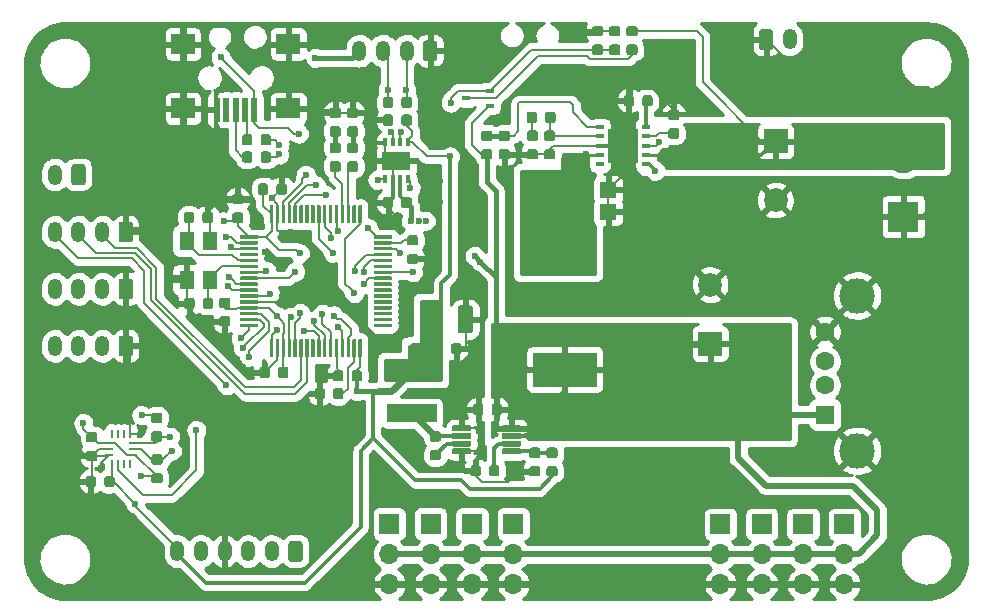
<source format=gtl>
G04 #@! TF.GenerationSoftware,KiCad,Pcbnew,5.99.0-unknown-a5c7d45~86~ubuntu18.04.1*
G04 #@! TF.CreationDate,2020-01-09T21:59:45+01:00*
G04 #@! TF.ProjectId,v1,76312e6b-6963-4616-945f-706362585858,rev?*
G04 #@! TF.SameCoordinates,Original*
G04 #@! TF.FileFunction,Copper,L1,Top*
G04 #@! TF.FilePolarity,Positive*
%FSLAX46Y46*%
G04 Gerber Fmt 4.6, Leading zero omitted, Abs format (unit mm)*
G04 Created by KiCad (PCBNEW 5.99.0-unknown-a5c7d45~86~ubuntu18.04.1) date 2020-01-09 21:59:45*
%MOMM*%
%LPD*%
G04 APERTURE LIST*
%ADD10O,1.200000X1.750000*%
%ADD11R,0.250000X0.675000*%
%ADD12R,0.675000X0.250000*%
%ADD13R,1.300000X1.600000*%
%ADD14R,2.400000X1.550000*%
%ADD15R,0.350000X0.650000*%
%ADD16R,1.400000X1.390000*%
%ADD17R,4.860000X3.360000*%
%ADD18R,2.600000X3.000000*%
%ADD19R,0.800000X0.300000*%
%ADD20R,0.700000X0.450000*%
%ADD21R,5.400000X2.900000*%
%ADD22R,4.200000X1.500000*%
%ADD23R,2.000000X1.700000*%
%ADD24R,0.500000X2.000000*%
%ADD25O,1.700000X1.700000*%
%ADD26R,1.700000X1.700000*%
%ADD27C,1.600000*%
%ADD28R,1.600000X1.600000*%
%ADD29C,3.000000*%
%ADD30C,2.600000*%
%ADD31R,2.600000X2.600000*%
%ADD32C,2.000000*%
%ADD33R,2.000000X2.000000*%
%ADD34C,0.600000*%
%ADD35C,0.300000*%
%ADD36C,0.200000*%
%ADD37C,0.400000*%
%ADD38C,0.600000*%
%ADD39C,0.180000*%
%ADD40C,0.500000*%
%ADD41C,0.250000*%
%ADD42C,0.254000*%
G04 APERTURE END LIST*
G04 #@! TA.AperFunction,SMDPad,CuDef*
G36*
X167229962Y-75871651D02*
G01*
X167300930Y-75919070D01*
X167348349Y-75990038D01*
X167365000Y-76073750D01*
X167365000Y-76586250D01*
X167348349Y-76669962D01*
X167300930Y-76740930D01*
X167229962Y-76788349D01*
X167146250Y-76805000D01*
X166708750Y-76805000D01*
X166625038Y-76788349D01*
X166554070Y-76740930D01*
X166506651Y-76669962D01*
X166490000Y-76586250D01*
X166490000Y-76073750D01*
X166506651Y-75990038D01*
X166554070Y-75919070D01*
X166625038Y-75871651D01*
X166708750Y-75855000D01*
X167146250Y-75855000D01*
X167229962Y-75871651D01*
G37*
G04 #@! TD.AperFunction*
G04 #@! TA.AperFunction,SMDPad,CuDef*
G36*
X165654962Y-75871651D02*
G01*
X165725930Y-75919070D01*
X165773349Y-75990038D01*
X165790000Y-76073750D01*
X165790000Y-76586250D01*
X165773349Y-76669962D01*
X165725930Y-76740930D01*
X165654962Y-76788349D01*
X165571250Y-76805000D01*
X165133750Y-76805000D01*
X165050038Y-76788349D01*
X164979070Y-76740930D01*
X164931651Y-76669962D01*
X164915000Y-76586250D01*
X164915000Y-76073750D01*
X164931651Y-75990038D01*
X164979070Y-75919070D01*
X165050038Y-75871651D01*
X165133750Y-75855000D01*
X165571250Y-75855000D01*
X165654962Y-75871651D01*
G37*
G04 #@! TD.AperFunction*
D10*
X147530000Y-114330000D03*
X149530000Y-114330000D03*
X151530000Y-114330000D03*
X153530000Y-114330000D03*
X155530000Y-114330000D03*
G04 #@! TA.AperFunction,ComponentPad*
G36*
X157975671Y-113474030D02*
G01*
X158056777Y-113528223D01*
X158110970Y-113609329D01*
X158130000Y-113704999D01*
X158130000Y-114955001D01*
X158110970Y-115050671D01*
X158056777Y-115131777D01*
X157975671Y-115185970D01*
X157880001Y-115205000D01*
X157179999Y-115205000D01*
X157084329Y-115185970D01*
X157003223Y-115131777D01*
X156949030Y-115050671D01*
X156930000Y-114955001D01*
X156930000Y-113704999D01*
X156949030Y-113609329D01*
X157003223Y-113528223D01*
X157084329Y-113474030D01*
X157179999Y-113455000D01*
X157880001Y-113455000D01*
X157975671Y-113474030D01*
G37*
G04 #@! TD.AperFunction*
D11*
X143500000Y-106932500D03*
X143000000Y-106932500D03*
X142500000Y-106932500D03*
X142000000Y-106932500D03*
X142000000Y-104407500D03*
X142500000Y-104407500D03*
X143000000Y-104407500D03*
X143500000Y-104407500D03*
D12*
X141737500Y-106170000D03*
X141737500Y-105670000D03*
X141737500Y-105170000D03*
X143762500Y-106170000D03*
X143762500Y-105170000D03*
X143762500Y-105670000D03*
G04 #@! TA.AperFunction,SMDPad,CuDef*
G36*
X146139962Y-106141651D02*
G01*
X146210930Y-106189070D01*
X146258349Y-106260038D01*
X146275000Y-106343750D01*
X146275000Y-106781250D01*
X146258349Y-106864962D01*
X146210930Y-106935930D01*
X146139962Y-106983349D01*
X146056250Y-107000000D01*
X145543750Y-107000000D01*
X145460038Y-106983349D01*
X145389070Y-106935930D01*
X145341651Y-106864962D01*
X145325000Y-106781250D01*
X145325000Y-106343750D01*
X145341651Y-106260038D01*
X145389070Y-106189070D01*
X145460038Y-106141651D01*
X145543750Y-106125000D01*
X146056250Y-106125000D01*
X146139962Y-106141651D01*
G37*
G04 #@! TD.AperFunction*
G04 #@! TA.AperFunction,SMDPad,CuDef*
G36*
X146139962Y-107716651D02*
G01*
X146210930Y-107764070D01*
X146258349Y-107835038D01*
X146275000Y-107918750D01*
X146275000Y-108356250D01*
X146258349Y-108439962D01*
X146210930Y-108510930D01*
X146139962Y-108558349D01*
X146056250Y-108575000D01*
X145543750Y-108575000D01*
X145460038Y-108558349D01*
X145389070Y-108510930D01*
X145341651Y-108439962D01*
X145325000Y-108356250D01*
X145325000Y-107918750D01*
X145341651Y-107835038D01*
X145389070Y-107764070D01*
X145460038Y-107716651D01*
X145543750Y-107700000D01*
X146056250Y-107700000D01*
X146139962Y-107716651D01*
G37*
G04 #@! TD.AperFunction*
G04 #@! TA.AperFunction,SMDPad,CuDef*
G36*
X146109962Y-104186651D02*
G01*
X146180930Y-104234070D01*
X146228349Y-104305038D01*
X146245000Y-104388750D01*
X146245000Y-104826250D01*
X146228349Y-104909962D01*
X146180930Y-104980930D01*
X146109962Y-105028349D01*
X146026250Y-105045000D01*
X145513750Y-105045000D01*
X145430038Y-105028349D01*
X145359070Y-104980930D01*
X145311651Y-104909962D01*
X145295000Y-104826250D01*
X145295000Y-104388750D01*
X145311651Y-104305038D01*
X145359070Y-104234070D01*
X145430038Y-104186651D01*
X145513750Y-104170000D01*
X146026250Y-104170000D01*
X146109962Y-104186651D01*
G37*
G04 #@! TD.AperFunction*
G04 #@! TA.AperFunction,SMDPad,CuDef*
G36*
X146109962Y-102611651D02*
G01*
X146180930Y-102659070D01*
X146228349Y-102730038D01*
X146245000Y-102813750D01*
X146245000Y-103251250D01*
X146228349Y-103334962D01*
X146180930Y-103405930D01*
X146109962Y-103453349D01*
X146026250Y-103470000D01*
X145513750Y-103470000D01*
X145430038Y-103453349D01*
X145359070Y-103405930D01*
X145311651Y-103334962D01*
X145295000Y-103251250D01*
X145295000Y-102813750D01*
X145311651Y-102730038D01*
X145359070Y-102659070D01*
X145430038Y-102611651D01*
X145513750Y-102595000D01*
X146026250Y-102595000D01*
X146109962Y-102611651D01*
G37*
G04 #@! TD.AperFunction*
G04 #@! TA.AperFunction,SMDPad,CuDef*
G36*
X140504962Y-107961651D02*
G01*
X140575930Y-108009070D01*
X140623349Y-108080038D01*
X140640000Y-108163750D01*
X140640000Y-108676250D01*
X140623349Y-108759962D01*
X140575930Y-108830930D01*
X140504962Y-108878349D01*
X140421250Y-108895000D01*
X139983750Y-108895000D01*
X139900038Y-108878349D01*
X139829070Y-108830930D01*
X139781651Y-108759962D01*
X139765000Y-108676250D01*
X139765000Y-108163750D01*
X139781651Y-108080038D01*
X139829070Y-108009070D01*
X139900038Y-107961651D01*
X139983750Y-107945000D01*
X140421250Y-107945000D01*
X140504962Y-107961651D01*
G37*
G04 #@! TD.AperFunction*
G04 #@! TA.AperFunction,SMDPad,CuDef*
G36*
X142079962Y-107961651D02*
G01*
X142150930Y-108009070D01*
X142198349Y-108080038D01*
X142215000Y-108163750D01*
X142215000Y-108676250D01*
X142198349Y-108759962D01*
X142150930Y-108830930D01*
X142079962Y-108878349D01*
X141996250Y-108895000D01*
X141558750Y-108895000D01*
X141475038Y-108878349D01*
X141404070Y-108830930D01*
X141356651Y-108759962D01*
X141340000Y-108676250D01*
X141340000Y-108163750D01*
X141356651Y-108080038D01*
X141404070Y-108009070D01*
X141475038Y-107961651D01*
X141558750Y-107945000D01*
X141996250Y-107945000D01*
X142079962Y-107961651D01*
G37*
G04 #@! TD.AperFunction*
G04 #@! TA.AperFunction,SMDPad,CuDef*
G36*
X140619962Y-105836651D02*
G01*
X140690930Y-105884070D01*
X140738349Y-105955038D01*
X140755000Y-106038750D01*
X140755000Y-106476250D01*
X140738349Y-106559962D01*
X140690930Y-106630930D01*
X140619962Y-106678349D01*
X140536250Y-106695000D01*
X140023750Y-106695000D01*
X139940038Y-106678349D01*
X139869070Y-106630930D01*
X139821651Y-106559962D01*
X139805000Y-106476250D01*
X139805000Y-106038750D01*
X139821651Y-105955038D01*
X139869070Y-105884070D01*
X139940038Y-105836651D01*
X140023750Y-105820000D01*
X140536250Y-105820000D01*
X140619962Y-105836651D01*
G37*
G04 #@! TD.AperFunction*
G04 #@! TA.AperFunction,SMDPad,CuDef*
G36*
X140619962Y-104261651D02*
G01*
X140690930Y-104309070D01*
X140738349Y-104380038D01*
X140755000Y-104463750D01*
X140755000Y-104901250D01*
X140738349Y-104984962D01*
X140690930Y-105055930D01*
X140619962Y-105103349D01*
X140536250Y-105120000D01*
X140023750Y-105120000D01*
X139940038Y-105103349D01*
X139869070Y-105055930D01*
X139821651Y-104984962D01*
X139805000Y-104901250D01*
X139805000Y-104463750D01*
X139821651Y-104380038D01*
X139869070Y-104309070D01*
X139940038Y-104261651D01*
X140023750Y-104245000D01*
X140536250Y-104245000D01*
X140619962Y-104261651D01*
G37*
G04 #@! TD.AperFunction*
G04 #@! TA.AperFunction,SMDPad,CuDef*
G36*
X159874962Y-100521651D02*
G01*
X159945930Y-100569070D01*
X159993349Y-100640038D01*
X160010000Y-100723750D01*
X160010000Y-101236250D01*
X159993349Y-101319962D01*
X159945930Y-101390930D01*
X159874962Y-101438349D01*
X159791250Y-101455000D01*
X159353750Y-101455000D01*
X159270038Y-101438349D01*
X159199070Y-101390930D01*
X159151651Y-101319962D01*
X159135000Y-101236250D01*
X159135000Y-100723750D01*
X159151651Y-100640038D01*
X159199070Y-100569070D01*
X159270038Y-100521651D01*
X159353750Y-100505000D01*
X159791250Y-100505000D01*
X159874962Y-100521651D01*
G37*
G04 #@! TD.AperFunction*
G04 #@! TA.AperFunction,SMDPad,CuDef*
G36*
X161449962Y-100521651D02*
G01*
X161520930Y-100569070D01*
X161568349Y-100640038D01*
X161585000Y-100723750D01*
X161585000Y-101236250D01*
X161568349Y-101319962D01*
X161520930Y-101390930D01*
X161449962Y-101438349D01*
X161366250Y-101455000D01*
X160928750Y-101455000D01*
X160845038Y-101438349D01*
X160774070Y-101390930D01*
X160726651Y-101319962D01*
X160710000Y-101236250D01*
X160710000Y-100723750D01*
X160726651Y-100640038D01*
X160774070Y-100569070D01*
X160845038Y-100521651D01*
X160928750Y-100505000D01*
X161366250Y-100505000D01*
X161449962Y-100521651D01*
G37*
G04 #@! TD.AperFunction*
G04 #@! TA.AperFunction,SMDPad,CuDef*
G36*
X155603701Y-85025709D02*
G01*
X155628033Y-85041967D01*
X155644291Y-85066299D01*
X155650000Y-85095000D01*
X155650000Y-86495000D01*
X155644291Y-86523701D01*
X155628033Y-86548033D01*
X155603701Y-86564291D01*
X155575000Y-86570000D01*
X155425000Y-86570000D01*
X155396299Y-86564291D01*
X155371967Y-86548033D01*
X155355709Y-86523701D01*
X155350000Y-86495000D01*
X155350000Y-85095000D01*
X155355709Y-85066299D01*
X155371967Y-85041967D01*
X155396299Y-85025709D01*
X155425000Y-85020000D01*
X155575000Y-85020000D01*
X155603701Y-85025709D01*
G37*
G04 #@! TD.AperFunction*
G04 #@! TA.AperFunction,SMDPad,CuDef*
G36*
X156103701Y-85025709D02*
G01*
X156128033Y-85041967D01*
X156144291Y-85066299D01*
X156150000Y-85095000D01*
X156150000Y-86495000D01*
X156144291Y-86523701D01*
X156128033Y-86548033D01*
X156103701Y-86564291D01*
X156075000Y-86570000D01*
X155925000Y-86570000D01*
X155896299Y-86564291D01*
X155871967Y-86548033D01*
X155855709Y-86523701D01*
X155850000Y-86495000D01*
X155850000Y-85095000D01*
X155855709Y-85066299D01*
X155871967Y-85041967D01*
X155896299Y-85025709D01*
X155925000Y-85020000D01*
X156075000Y-85020000D01*
X156103701Y-85025709D01*
G37*
G04 #@! TD.AperFunction*
G04 #@! TA.AperFunction,SMDPad,CuDef*
G36*
X156603701Y-85025709D02*
G01*
X156628033Y-85041967D01*
X156644291Y-85066299D01*
X156650000Y-85095000D01*
X156650000Y-86495000D01*
X156644291Y-86523701D01*
X156628033Y-86548033D01*
X156603701Y-86564291D01*
X156575000Y-86570000D01*
X156425000Y-86570000D01*
X156396299Y-86564291D01*
X156371967Y-86548033D01*
X156355709Y-86523701D01*
X156350000Y-86495000D01*
X156350000Y-85095000D01*
X156355709Y-85066299D01*
X156371967Y-85041967D01*
X156396299Y-85025709D01*
X156425000Y-85020000D01*
X156575000Y-85020000D01*
X156603701Y-85025709D01*
G37*
G04 #@! TD.AperFunction*
G04 #@! TA.AperFunction,SMDPad,CuDef*
G36*
X157103701Y-85025709D02*
G01*
X157128033Y-85041967D01*
X157144291Y-85066299D01*
X157150000Y-85095000D01*
X157150000Y-86495000D01*
X157144291Y-86523701D01*
X157128033Y-86548033D01*
X157103701Y-86564291D01*
X157075000Y-86570000D01*
X156925000Y-86570000D01*
X156896299Y-86564291D01*
X156871967Y-86548033D01*
X156855709Y-86523701D01*
X156850000Y-86495000D01*
X156850000Y-85095000D01*
X156855709Y-85066299D01*
X156871967Y-85041967D01*
X156896299Y-85025709D01*
X156925000Y-85020000D01*
X157075000Y-85020000D01*
X157103701Y-85025709D01*
G37*
G04 #@! TD.AperFunction*
G04 #@! TA.AperFunction,SMDPad,CuDef*
G36*
X157603701Y-85025709D02*
G01*
X157628033Y-85041967D01*
X157644291Y-85066299D01*
X157650000Y-85095000D01*
X157650000Y-86495000D01*
X157644291Y-86523701D01*
X157628033Y-86548033D01*
X157603701Y-86564291D01*
X157575000Y-86570000D01*
X157425000Y-86570000D01*
X157396299Y-86564291D01*
X157371967Y-86548033D01*
X157355709Y-86523701D01*
X157350000Y-86495000D01*
X157350000Y-85095000D01*
X157355709Y-85066299D01*
X157371967Y-85041967D01*
X157396299Y-85025709D01*
X157425000Y-85020000D01*
X157575000Y-85020000D01*
X157603701Y-85025709D01*
G37*
G04 #@! TD.AperFunction*
G04 #@! TA.AperFunction,SMDPad,CuDef*
G36*
X158103701Y-85025709D02*
G01*
X158128033Y-85041967D01*
X158144291Y-85066299D01*
X158150000Y-85095000D01*
X158150000Y-86495000D01*
X158144291Y-86523701D01*
X158128033Y-86548033D01*
X158103701Y-86564291D01*
X158075000Y-86570000D01*
X157925000Y-86570000D01*
X157896299Y-86564291D01*
X157871967Y-86548033D01*
X157855709Y-86523701D01*
X157850000Y-86495000D01*
X157850000Y-85095000D01*
X157855709Y-85066299D01*
X157871967Y-85041967D01*
X157896299Y-85025709D01*
X157925000Y-85020000D01*
X158075000Y-85020000D01*
X158103701Y-85025709D01*
G37*
G04 #@! TD.AperFunction*
G04 #@! TA.AperFunction,SMDPad,CuDef*
G36*
X158603701Y-85025709D02*
G01*
X158628033Y-85041967D01*
X158644291Y-85066299D01*
X158650000Y-85095000D01*
X158650000Y-86495000D01*
X158644291Y-86523701D01*
X158628033Y-86548033D01*
X158603701Y-86564291D01*
X158575000Y-86570000D01*
X158425000Y-86570000D01*
X158396299Y-86564291D01*
X158371967Y-86548033D01*
X158355709Y-86523701D01*
X158350000Y-86495000D01*
X158350000Y-85095000D01*
X158355709Y-85066299D01*
X158371967Y-85041967D01*
X158396299Y-85025709D01*
X158425000Y-85020000D01*
X158575000Y-85020000D01*
X158603701Y-85025709D01*
G37*
G04 #@! TD.AperFunction*
G04 #@! TA.AperFunction,SMDPad,CuDef*
G36*
X159103701Y-85025709D02*
G01*
X159128033Y-85041967D01*
X159144291Y-85066299D01*
X159150000Y-85095000D01*
X159150000Y-86495000D01*
X159144291Y-86523701D01*
X159128033Y-86548033D01*
X159103701Y-86564291D01*
X159075000Y-86570000D01*
X158925000Y-86570000D01*
X158896299Y-86564291D01*
X158871967Y-86548033D01*
X158855709Y-86523701D01*
X158850000Y-86495000D01*
X158850000Y-85095000D01*
X158855709Y-85066299D01*
X158871967Y-85041967D01*
X158896299Y-85025709D01*
X158925000Y-85020000D01*
X159075000Y-85020000D01*
X159103701Y-85025709D01*
G37*
G04 #@! TD.AperFunction*
G04 #@! TA.AperFunction,SMDPad,CuDef*
G36*
X159603701Y-85025709D02*
G01*
X159628033Y-85041967D01*
X159644291Y-85066299D01*
X159650000Y-85095000D01*
X159650000Y-86495000D01*
X159644291Y-86523701D01*
X159628033Y-86548033D01*
X159603701Y-86564291D01*
X159575000Y-86570000D01*
X159425000Y-86570000D01*
X159396299Y-86564291D01*
X159371967Y-86548033D01*
X159355709Y-86523701D01*
X159350000Y-86495000D01*
X159350000Y-85095000D01*
X159355709Y-85066299D01*
X159371967Y-85041967D01*
X159396299Y-85025709D01*
X159425000Y-85020000D01*
X159575000Y-85020000D01*
X159603701Y-85025709D01*
G37*
G04 #@! TD.AperFunction*
G04 #@! TA.AperFunction,SMDPad,CuDef*
G36*
X160103701Y-85025709D02*
G01*
X160128033Y-85041967D01*
X160144291Y-85066299D01*
X160150000Y-85095000D01*
X160150000Y-86495000D01*
X160144291Y-86523701D01*
X160128033Y-86548033D01*
X160103701Y-86564291D01*
X160075000Y-86570000D01*
X159925000Y-86570000D01*
X159896299Y-86564291D01*
X159871967Y-86548033D01*
X159855709Y-86523701D01*
X159850000Y-86495000D01*
X159850000Y-85095000D01*
X159855709Y-85066299D01*
X159871967Y-85041967D01*
X159896299Y-85025709D01*
X159925000Y-85020000D01*
X160075000Y-85020000D01*
X160103701Y-85025709D01*
G37*
G04 #@! TD.AperFunction*
G04 #@! TA.AperFunction,SMDPad,CuDef*
G36*
X160603701Y-85025709D02*
G01*
X160628033Y-85041967D01*
X160644291Y-85066299D01*
X160650000Y-85095000D01*
X160650000Y-86495000D01*
X160644291Y-86523701D01*
X160628033Y-86548033D01*
X160603701Y-86564291D01*
X160575000Y-86570000D01*
X160425000Y-86570000D01*
X160396299Y-86564291D01*
X160371967Y-86548033D01*
X160355709Y-86523701D01*
X160350000Y-86495000D01*
X160350000Y-85095000D01*
X160355709Y-85066299D01*
X160371967Y-85041967D01*
X160396299Y-85025709D01*
X160425000Y-85020000D01*
X160575000Y-85020000D01*
X160603701Y-85025709D01*
G37*
G04 #@! TD.AperFunction*
G04 #@! TA.AperFunction,SMDPad,CuDef*
G36*
X161103701Y-85025709D02*
G01*
X161128033Y-85041967D01*
X161144291Y-85066299D01*
X161150000Y-85095000D01*
X161150000Y-86495000D01*
X161144291Y-86523701D01*
X161128033Y-86548033D01*
X161103701Y-86564291D01*
X161075000Y-86570000D01*
X160925000Y-86570000D01*
X160896299Y-86564291D01*
X160871967Y-86548033D01*
X160855709Y-86523701D01*
X160850000Y-86495000D01*
X160850000Y-85095000D01*
X160855709Y-85066299D01*
X160871967Y-85041967D01*
X160896299Y-85025709D01*
X160925000Y-85020000D01*
X161075000Y-85020000D01*
X161103701Y-85025709D01*
G37*
G04 #@! TD.AperFunction*
G04 #@! TA.AperFunction,SMDPad,CuDef*
G36*
X161603701Y-85025709D02*
G01*
X161628033Y-85041967D01*
X161644291Y-85066299D01*
X161650000Y-85095000D01*
X161650000Y-86495000D01*
X161644291Y-86523701D01*
X161628033Y-86548033D01*
X161603701Y-86564291D01*
X161575000Y-86570000D01*
X161425000Y-86570000D01*
X161396299Y-86564291D01*
X161371967Y-86548033D01*
X161355709Y-86523701D01*
X161350000Y-86495000D01*
X161350000Y-85095000D01*
X161355709Y-85066299D01*
X161371967Y-85041967D01*
X161396299Y-85025709D01*
X161425000Y-85020000D01*
X161575000Y-85020000D01*
X161603701Y-85025709D01*
G37*
G04 #@! TD.AperFunction*
G04 #@! TA.AperFunction,SMDPad,CuDef*
G36*
X162103701Y-85025709D02*
G01*
X162128033Y-85041967D01*
X162144291Y-85066299D01*
X162150000Y-85095000D01*
X162150000Y-86495000D01*
X162144291Y-86523701D01*
X162128033Y-86548033D01*
X162103701Y-86564291D01*
X162075000Y-86570000D01*
X161925000Y-86570000D01*
X161896299Y-86564291D01*
X161871967Y-86548033D01*
X161855709Y-86523701D01*
X161850000Y-86495000D01*
X161850000Y-85095000D01*
X161855709Y-85066299D01*
X161871967Y-85041967D01*
X161896299Y-85025709D01*
X161925000Y-85020000D01*
X162075000Y-85020000D01*
X162103701Y-85025709D01*
G37*
G04 #@! TD.AperFunction*
G04 #@! TA.AperFunction,SMDPad,CuDef*
G36*
X162603701Y-85025709D02*
G01*
X162628033Y-85041967D01*
X162644291Y-85066299D01*
X162650000Y-85095000D01*
X162650000Y-86495000D01*
X162644291Y-86523701D01*
X162628033Y-86548033D01*
X162603701Y-86564291D01*
X162575000Y-86570000D01*
X162425000Y-86570000D01*
X162396299Y-86564291D01*
X162371967Y-86548033D01*
X162355709Y-86523701D01*
X162350000Y-86495000D01*
X162350000Y-85095000D01*
X162355709Y-85066299D01*
X162371967Y-85041967D01*
X162396299Y-85025709D01*
X162425000Y-85020000D01*
X162575000Y-85020000D01*
X162603701Y-85025709D01*
G37*
G04 #@! TD.AperFunction*
G04 #@! TA.AperFunction,SMDPad,CuDef*
G36*
X163103701Y-85025709D02*
G01*
X163128033Y-85041967D01*
X163144291Y-85066299D01*
X163150000Y-85095000D01*
X163150000Y-86495000D01*
X163144291Y-86523701D01*
X163128033Y-86548033D01*
X163103701Y-86564291D01*
X163075000Y-86570000D01*
X162925000Y-86570000D01*
X162896299Y-86564291D01*
X162871967Y-86548033D01*
X162855709Y-86523701D01*
X162850000Y-86495000D01*
X162850000Y-85095000D01*
X162855709Y-85066299D01*
X162871967Y-85041967D01*
X162896299Y-85025709D01*
X162925000Y-85020000D01*
X163075000Y-85020000D01*
X163103701Y-85025709D01*
G37*
G04 #@! TD.AperFunction*
G04 #@! TA.AperFunction,SMDPad,CuDef*
G36*
X165653701Y-87575709D02*
G01*
X165678033Y-87591967D01*
X165694291Y-87616299D01*
X165700000Y-87645000D01*
X165700000Y-87795000D01*
X165694291Y-87823701D01*
X165678033Y-87848033D01*
X165653701Y-87864291D01*
X165625000Y-87870000D01*
X164225000Y-87870000D01*
X164196299Y-87864291D01*
X164171967Y-87848033D01*
X164155709Y-87823701D01*
X164150000Y-87795000D01*
X164150000Y-87645000D01*
X164155709Y-87616299D01*
X164171967Y-87591967D01*
X164196299Y-87575709D01*
X164225000Y-87570000D01*
X165625000Y-87570000D01*
X165653701Y-87575709D01*
G37*
G04 #@! TD.AperFunction*
G04 #@! TA.AperFunction,SMDPad,CuDef*
G36*
X165653701Y-88075709D02*
G01*
X165678033Y-88091967D01*
X165694291Y-88116299D01*
X165700000Y-88145000D01*
X165700000Y-88295000D01*
X165694291Y-88323701D01*
X165678033Y-88348033D01*
X165653701Y-88364291D01*
X165625000Y-88370000D01*
X164225000Y-88370000D01*
X164196299Y-88364291D01*
X164171967Y-88348033D01*
X164155709Y-88323701D01*
X164150000Y-88295000D01*
X164150000Y-88145000D01*
X164155709Y-88116299D01*
X164171967Y-88091967D01*
X164196299Y-88075709D01*
X164225000Y-88070000D01*
X165625000Y-88070000D01*
X165653701Y-88075709D01*
G37*
G04 #@! TD.AperFunction*
G04 #@! TA.AperFunction,SMDPad,CuDef*
G36*
X165653701Y-88575709D02*
G01*
X165678033Y-88591967D01*
X165694291Y-88616299D01*
X165700000Y-88645000D01*
X165700000Y-88795000D01*
X165694291Y-88823701D01*
X165678033Y-88848033D01*
X165653701Y-88864291D01*
X165625000Y-88870000D01*
X164225000Y-88870000D01*
X164196299Y-88864291D01*
X164171967Y-88848033D01*
X164155709Y-88823701D01*
X164150000Y-88795000D01*
X164150000Y-88645000D01*
X164155709Y-88616299D01*
X164171967Y-88591967D01*
X164196299Y-88575709D01*
X164225000Y-88570000D01*
X165625000Y-88570000D01*
X165653701Y-88575709D01*
G37*
G04 #@! TD.AperFunction*
G04 #@! TA.AperFunction,SMDPad,CuDef*
G36*
X165653701Y-89075709D02*
G01*
X165678033Y-89091967D01*
X165694291Y-89116299D01*
X165700000Y-89145000D01*
X165700000Y-89295000D01*
X165694291Y-89323701D01*
X165678033Y-89348033D01*
X165653701Y-89364291D01*
X165625000Y-89370000D01*
X164225000Y-89370000D01*
X164196299Y-89364291D01*
X164171967Y-89348033D01*
X164155709Y-89323701D01*
X164150000Y-89295000D01*
X164150000Y-89145000D01*
X164155709Y-89116299D01*
X164171967Y-89091967D01*
X164196299Y-89075709D01*
X164225000Y-89070000D01*
X165625000Y-89070000D01*
X165653701Y-89075709D01*
G37*
G04 #@! TD.AperFunction*
G04 #@! TA.AperFunction,SMDPad,CuDef*
G36*
X165653701Y-89575709D02*
G01*
X165678033Y-89591967D01*
X165694291Y-89616299D01*
X165700000Y-89645000D01*
X165700000Y-89795000D01*
X165694291Y-89823701D01*
X165678033Y-89848033D01*
X165653701Y-89864291D01*
X165625000Y-89870000D01*
X164225000Y-89870000D01*
X164196299Y-89864291D01*
X164171967Y-89848033D01*
X164155709Y-89823701D01*
X164150000Y-89795000D01*
X164150000Y-89645000D01*
X164155709Y-89616299D01*
X164171967Y-89591967D01*
X164196299Y-89575709D01*
X164225000Y-89570000D01*
X165625000Y-89570000D01*
X165653701Y-89575709D01*
G37*
G04 #@! TD.AperFunction*
G04 #@! TA.AperFunction,SMDPad,CuDef*
G36*
X165653701Y-90075709D02*
G01*
X165678033Y-90091967D01*
X165694291Y-90116299D01*
X165700000Y-90145000D01*
X165700000Y-90295000D01*
X165694291Y-90323701D01*
X165678033Y-90348033D01*
X165653701Y-90364291D01*
X165625000Y-90370000D01*
X164225000Y-90370000D01*
X164196299Y-90364291D01*
X164171967Y-90348033D01*
X164155709Y-90323701D01*
X164150000Y-90295000D01*
X164150000Y-90145000D01*
X164155709Y-90116299D01*
X164171967Y-90091967D01*
X164196299Y-90075709D01*
X164225000Y-90070000D01*
X165625000Y-90070000D01*
X165653701Y-90075709D01*
G37*
G04 #@! TD.AperFunction*
G04 #@! TA.AperFunction,SMDPad,CuDef*
G36*
X165653701Y-90575709D02*
G01*
X165678033Y-90591967D01*
X165694291Y-90616299D01*
X165700000Y-90645000D01*
X165700000Y-90795000D01*
X165694291Y-90823701D01*
X165678033Y-90848033D01*
X165653701Y-90864291D01*
X165625000Y-90870000D01*
X164225000Y-90870000D01*
X164196299Y-90864291D01*
X164171967Y-90848033D01*
X164155709Y-90823701D01*
X164150000Y-90795000D01*
X164150000Y-90645000D01*
X164155709Y-90616299D01*
X164171967Y-90591967D01*
X164196299Y-90575709D01*
X164225000Y-90570000D01*
X165625000Y-90570000D01*
X165653701Y-90575709D01*
G37*
G04 #@! TD.AperFunction*
G04 #@! TA.AperFunction,SMDPad,CuDef*
G36*
X165653701Y-91075709D02*
G01*
X165678033Y-91091967D01*
X165694291Y-91116299D01*
X165700000Y-91145000D01*
X165700000Y-91295000D01*
X165694291Y-91323701D01*
X165678033Y-91348033D01*
X165653701Y-91364291D01*
X165625000Y-91370000D01*
X164225000Y-91370000D01*
X164196299Y-91364291D01*
X164171967Y-91348033D01*
X164155709Y-91323701D01*
X164150000Y-91295000D01*
X164150000Y-91145000D01*
X164155709Y-91116299D01*
X164171967Y-91091967D01*
X164196299Y-91075709D01*
X164225000Y-91070000D01*
X165625000Y-91070000D01*
X165653701Y-91075709D01*
G37*
G04 #@! TD.AperFunction*
G04 #@! TA.AperFunction,SMDPad,CuDef*
G36*
X165653701Y-91575709D02*
G01*
X165678033Y-91591967D01*
X165694291Y-91616299D01*
X165700000Y-91645000D01*
X165700000Y-91795000D01*
X165694291Y-91823701D01*
X165678033Y-91848033D01*
X165653701Y-91864291D01*
X165625000Y-91870000D01*
X164225000Y-91870000D01*
X164196299Y-91864291D01*
X164171967Y-91848033D01*
X164155709Y-91823701D01*
X164150000Y-91795000D01*
X164150000Y-91645000D01*
X164155709Y-91616299D01*
X164171967Y-91591967D01*
X164196299Y-91575709D01*
X164225000Y-91570000D01*
X165625000Y-91570000D01*
X165653701Y-91575709D01*
G37*
G04 #@! TD.AperFunction*
G04 #@! TA.AperFunction,SMDPad,CuDef*
G36*
X165653701Y-92075709D02*
G01*
X165678033Y-92091967D01*
X165694291Y-92116299D01*
X165700000Y-92145000D01*
X165700000Y-92295000D01*
X165694291Y-92323701D01*
X165678033Y-92348033D01*
X165653701Y-92364291D01*
X165625000Y-92370000D01*
X164225000Y-92370000D01*
X164196299Y-92364291D01*
X164171967Y-92348033D01*
X164155709Y-92323701D01*
X164150000Y-92295000D01*
X164150000Y-92145000D01*
X164155709Y-92116299D01*
X164171967Y-92091967D01*
X164196299Y-92075709D01*
X164225000Y-92070000D01*
X165625000Y-92070000D01*
X165653701Y-92075709D01*
G37*
G04 #@! TD.AperFunction*
G04 #@! TA.AperFunction,SMDPad,CuDef*
G36*
X165653701Y-92575709D02*
G01*
X165678033Y-92591967D01*
X165694291Y-92616299D01*
X165700000Y-92645000D01*
X165700000Y-92795000D01*
X165694291Y-92823701D01*
X165678033Y-92848033D01*
X165653701Y-92864291D01*
X165625000Y-92870000D01*
X164225000Y-92870000D01*
X164196299Y-92864291D01*
X164171967Y-92848033D01*
X164155709Y-92823701D01*
X164150000Y-92795000D01*
X164150000Y-92645000D01*
X164155709Y-92616299D01*
X164171967Y-92591967D01*
X164196299Y-92575709D01*
X164225000Y-92570000D01*
X165625000Y-92570000D01*
X165653701Y-92575709D01*
G37*
G04 #@! TD.AperFunction*
G04 #@! TA.AperFunction,SMDPad,CuDef*
G36*
X165653701Y-93075709D02*
G01*
X165678033Y-93091967D01*
X165694291Y-93116299D01*
X165700000Y-93145000D01*
X165700000Y-93295000D01*
X165694291Y-93323701D01*
X165678033Y-93348033D01*
X165653701Y-93364291D01*
X165625000Y-93370000D01*
X164225000Y-93370000D01*
X164196299Y-93364291D01*
X164171967Y-93348033D01*
X164155709Y-93323701D01*
X164150000Y-93295000D01*
X164150000Y-93145000D01*
X164155709Y-93116299D01*
X164171967Y-93091967D01*
X164196299Y-93075709D01*
X164225000Y-93070000D01*
X165625000Y-93070000D01*
X165653701Y-93075709D01*
G37*
G04 #@! TD.AperFunction*
G04 #@! TA.AperFunction,SMDPad,CuDef*
G36*
X165653701Y-93575709D02*
G01*
X165678033Y-93591967D01*
X165694291Y-93616299D01*
X165700000Y-93645000D01*
X165700000Y-93795000D01*
X165694291Y-93823701D01*
X165678033Y-93848033D01*
X165653701Y-93864291D01*
X165625000Y-93870000D01*
X164225000Y-93870000D01*
X164196299Y-93864291D01*
X164171967Y-93848033D01*
X164155709Y-93823701D01*
X164150000Y-93795000D01*
X164150000Y-93645000D01*
X164155709Y-93616299D01*
X164171967Y-93591967D01*
X164196299Y-93575709D01*
X164225000Y-93570000D01*
X165625000Y-93570000D01*
X165653701Y-93575709D01*
G37*
G04 #@! TD.AperFunction*
G04 #@! TA.AperFunction,SMDPad,CuDef*
G36*
X165653701Y-94075709D02*
G01*
X165678033Y-94091967D01*
X165694291Y-94116299D01*
X165700000Y-94145000D01*
X165700000Y-94295000D01*
X165694291Y-94323701D01*
X165678033Y-94348033D01*
X165653701Y-94364291D01*
X165625000Y-94370000D01*
X164225000Y-94370000D01*
X164196299Y-94364291D01*
X164171967Y-94348033D01*
X164155709Y-94323701D01*
X164150000Y-94295000D01*
X164150000Y-94145000D01*
X164155709Y-94116299D01*
X164171967Y-94091967D01*
X164196299Y-94075709D01*
X164225000Y-94070000D01*
X165625000Y-94070000D01*
X165653701Y-94075709D01*
G37*
G04 #@! TD.AperFunction*
G04 #@! TA.AperFunction,SMDPad,CuDef*
G36*
X165653701Y-94575709D02*
G01*
X165678033Y-94591967D01*
X165694291Y-94616299D01*
X165700000Y-94645000D01*
X165700000Y-94795000D01*
X165694291Y-94823701D01*
X165678033Y-94848033D01*
X165653701Y-94864291D01*
X165625000Y-94870000D01*
X164225000Y-94870000D01*
X164196299Y-94864291D01*
X164171967Y-94848033D01*
X164155709Y-94823701D01*
X164150000Y-94795000D01*
X164150000Y-94645000D01*
X164155709Y-94616299D01*
X164171967Y-94591967D01*
X164196299Y-94575709D01*
X164225000Y-94570000D01*
X165625000Y-94570000D01*
X165653701Y-94575709D01*
G37*
G04 #@! TD.AperFunction*
G04 #@! TA.AperFunction,SMDPad,CuDef*
G36*
X165653701Y-95075709D02*
G01*
X165678033Y-95091967D01*
X165694291Y-95116299D01*
X165700000Y-95145000D01*
X165700000Y-95295000D01*
X165694291Y-95323701D01*
X165678033Y-95348033D01*
X165653701Y-95364291D01*
X165625000Y-95370000D01*
X164225000Y-95370000D01*
X164196299Y-95364291D01*
X164171967Y-95348033D01*
X164155709Y-95323701D01*
X164150000Y-95295000D01*
X164150000Y-95145000D01*
X164155709Y-95116299D01*
X164171967Y-95091967D01*
X164196299Y-95075709D01*
X164225000Y-95070000D01*
X165625000Y-95070000D01*
X165653701Y-95075709D01*
G37*
G04 #@! TD.AperFunction*
G04 #@! TA.AperFunction,SMDPad,CuDef*
G36*
X163103701Y-96375709D02*
G01*
X163128033Y-96391967D01*
X163144291Y-96416299D01*
X163150000Y-96445000D01*
X163150000Y-97845000D01*
X163144291Y-97873701D01*
X163128033Y-97898033D01*
X163103701Y-97914291D01*
X163075000Y-97920000D01*
X162925000Y-97920000D01*
X162896299Y-97914291D01*
X162871967Y-97898033D01*
X162855709Y-97873701D01*
X162850000Y-97845000D01*
X162850000Y-96445000D01*
X162855709Y-96416299D01*
X162871967Y-96391967D01*
X162896299Y-96375709D01*
X162925000Y-96370000D01*
X163075000Y-96370000D01*
X163103701Y-96375709D01*
G37*
G04 #@! TD.AperFunction*
G04 #@! TA.AperFunction,SMDPad,CuDef*
G36*
X162603701Y-96375709D02*
G01*
X162628033Y-96391967D01*
X162644291Y-96416299D01*
X162650000Y-96445000D01*
X162650000Y-97845000D01*
X162644291Y-97873701D01*
X162628033Y-97898033D01*
X162603701Y-97914291D01*
X162575000Y-97920000D01*
X162425000Y-97920000D01*
X162396299Y-97914291D01*
X162371967Y-97898033D01*
X162355709Y-97873701D01*
X162350000Y-97845000D01*
X162350000Y-96445000D01*
X162355709Y-96416299D01*
X162371967Y-96391967D01*
X162396299Y-96375709D01*
X162425000Y-96370000D01*
X162575000Y-96370000D01*
X162603701Y-96375709D01*
G37*
G04 #@! TD.AperFunction*
G04 #@! TA.AperFunction,SMDPad,CuDef*
G36*
X162103701Y-96375709D02*
G01*
X162128033Y-96391967D01*
X162144291Y-96416299D01*
X162150000Y-96445000D01*
X162150000Y-97845000D01*
X162144291Y-97873701D01*
X162128033Y-97898033D01*
X162103701Y-97914291D01*
X162075000Y-97920000D01*
X161925000Y-97920000D01*
X161896299Y-97914291D01*
X161871967Y-97898033D01*
X161855709Y-97873701D01*
X161850000Y-97845000D01*
X161850000Y-96445000D01*
X161855709Y-96416299D01*
X161871967Y-96391967D01*
X161896299Y-96375709D01*
X161925000Y-96370000D01*
X162075000Y-96370000D01*
X162103701Y-96375709D01*
G37*
G04 #@! TD.AperFunction*
G04 #@! TA.AperFunction,SMDPad,CuDef*
G36*
X161603701Y-96375709D02*
G01*
X161628033Y-96391967D01*
X161644291Y-96416299D01*
X161650000Y-96445000D01*
X161650000Y-97845000D01*
X161644291Y-97873701D01*
X161628033Y-97898033D01*
X161603701Y-97914291D01*
X161575000Y-97920000D01*
X161425000Y-97920000D01*
X161396299Y-97914291D01*
X161371967Y-97898033D01*
X161355709Y-97873701D01*
X161350000Y-97845000D01*
X161350000Y-96445000D01*
X161355709Y-96416299D01*
X161371967Y-96391967D01*
X161396299Y-96375709D01*
X161425000Y-96370000D01*
X161575000Y-96370000D01*
X161603701Y-96375709D01*
G37*
G04 #@! TD.AperFunction*
G04 #@! TA.AperFunction,SMDPad,CuDef*
G36*
X161103701Y-96375709D02*
G01*
X161128033Y-96391967D01*
X161144291Y-96416299D01*
X161150000Y-96445000D01*
X161150000Y-97845000D01*
X161144291Y-97873701D01*
X161128033Y-97898033D01*
X161103701Y-97914291D01*
X161075000Y-97920000D01*
X160925000Y-97920000D01*
X160896299Y-97914291D01*
X160871967Y-97898033D01*
X160855709Y-97873701D01*
X160850000Y-97845000D01*
X160850000Y-96445000D01*
X160855709Y-96416299D01*
X160871967Y-96391967D01*
X160896299Y-96375709D01*
X160925000Y-96370000D01*
X161075000Y-96370000D01*
X161103701Y-96375709D01*
G37*
G04 #@! TD.AperFunction*
G04 #@! TA.AperFunction,SMDPad,CuDef*
G36*
X160603701Y-96375709D02*
G01*
X160628033Y-96391967D01*
X160644291Y-96416299D01*
X160650000Y-96445000D01*
X160650000Y-97845000D01*
X160644291Y-97873701D01*
X160628033Y-97898033D01*
X160603701Y-97914291D01*
X160575000Y-97920000D01*
X160425000Y-97920000D01*
X160396299Y-97914291D01*
X160371967Y-97898033D01*
X160355709Y-97873701D01*
X160350000Y-97845000D01*
X160350000Y-96445000D01*
X160355709Y-96416299D01*
X160371967Y-96391967D01*
X160396299Y-96375709D01*
X160425000Y-96370000D01*
X160575000Y-96370000D01*
X160603701Y-96375709D01*
G37*
G04 #@! TD.AperFunction*
G04 #@! TA.AperFunction,SMDPad,CuDef*
G36*
X160103701Y-96375709D02*
G01*
X160128033Y-96391967D01*
X160144291Y-96416299D01*
X160150000Y-96445000D01*
X160150000Y-97845000D01*
X160144291Y-97873701D01*
X160128033Y-97898033D01*
X160103701Y-97914291D01*
X160075000Y-97920000D01*
X159925000Y-97920000D01*
X159896299Y-97914291D01*
X159871967Y-97898033D01*
X159855709Y-97873701D01*
X159850000Y-97845000D01*
X159850000Y-96445000D01*
X159855709Y-96416299D01*
X159871967Y-96391967D01*
X159896299Y-96375709D01*
X159925000Y-96370000D01*
X160075000Y-96370000D01*
X160103701Y-96375709D01*
G37*
G04 #@! TD.AperFunction*
G04 #@! TA.AperFunction,SMDPad,CuDef*
G36*
X159603701Y-96375709D02*
G01*
X159628033Y-96391967D01*
X159644291Y-96416299D01*
X159650000Y-96445000D01*
X159650000Y-97845000D01*
X159644291Y-97873701D01*
X159628033Y-97898033D01*
X159603701Y-97914291D01*
X159575000Y-97920000D01*
X159425000Y-97920000D01*
X159396299Y-97914291D01*
X159371967Y-97898033D01*
X159355709Y-97873701D01*
X159350000Y-97845000D01*
X159350000Y-96445000D01*
X159355709Y-96416299D01*
X159371967Y-96391967D01*
X159396299Y-96375709D01*
X159425000Y-96370000D01*
X159575000Y-96370000D01*
X159603701Y-96375709D01*
G37*
G04 #@! TD.AperFunction*
G04 #@! TA.AperFunction,SMDPad,CuDef*
G36*
X159103701Y-96375709D02*
G01*
X159128033Y-96391967D01*
X159144291Y-96416299D01*
X159150000Y-96445000D01*
X159150000Y-97845000D01*
X159144291Y-97873701D01*
X159128033Y-97898033D01*
X159103701Y-97914291D01*
X159075000Y-97920000D01*
X158925000Y-97920000D01*
X158896299Y-97914291D01*
X158871967Y-97898033D01*
X158855709Y-97873701D01*
X158850000Y-97845000D01*
X158850000Y-96445000D01*
X158855709Y-96416299D01*
X158871967Y-96391967D01*
X158896299Y-96375709D01*
X158925000Y-96370000D01*
X159075000Y-96370000D01*
X159103701Y-96375709D01*
G37*
G04 #@! TD.AperFunction*
G04 #@! TA.AperFunction,SMDPad,CuDef*
G36*
X158603701Y-96375709D02*
G01*
X158628033Y-96391967D01*
X158644291Y-96416299D01*
X158650000Y-96445000D01*
X158650000Y-97845000D01*
X158644291Y-97873701D01*
X158628033Y-97898033D01*
X158603701Y-97914291D01*
X158575000Y-97920000D01*
X158425000Y-97920000D01*
X158396299Y-97914291D01*
X158371967Y-97898033D01*
X158355709Y-97873701D01*
X158350000Y-97845000D01*
X158350000Y-96445000D01*
X158355709Y-96416299D01*
X158371967Y-96391967D01*
X158396299Y-96375709D01*
X158425000Y-96370000D01*
X158575000Y-96370000D01*
X158603701Y-96375709D01*
G37*
G04 #@! TD.AperFunction*
G04 #@! TA.AperFunction,SMDPad,CuDef*
G36*
X158103701Y-96375709D02*
G01*
X158128033Y-96391967D01*
X158144291Y-96416299D01*
X158150000Y-96445000D01*
X158150000Y-97845000D01*
X158144291Y-97873701D01*
X158128033Y-97898033D01*
X158103701Y-97914291D01*
X158075000Y-97920000D01*
X157925000Y-97920000D01*
X157896299Y-97914291D01*
X157871967Y-97898033D01*
X157855709Y-97873701D01*
X157850000Y-97845000D01*
X157850000Y-96445000D01*
X157855709Y-96416299D01*
X157871967Y-96391967D01*
X157896299Y-96375709D01*
X157925000Y-96370000D01*
X158075000Y-96370000D01*
X158103701Y-96375709D01*
G37*
G04 #@! TD.AperFunction*
G04 #@! TA.AperFunction,SMDPad,CuDef*
G36*
X157603701Y-96375709D02*
G01*
X157628033Y-96391967D01*
X157644291Y-96416299D01*
X157650000Y-96445000D01*
X157650000Y-97845000D01*
X157644291Y-97873701D01*
X157628033Y-97898033D01*
X157603701Y-97914291D01*
X157575000Y-97920000D01*
X157425000Y-97920000D01*
X157396299Y-97914291D01*
X157371967Y-97898033D01*
X157355709Y-97873701D01*
X157350000Y-97845000D01*
X157350000Y-96445000D01*
X157355709Y-96416299D01*
X157371967Y-96391967D01*
X157396299Y-96375709D01*
X157425000Y-96370000D01*
X157575000Y-96370000D01*
X157603701Y-96375709D01*
G37*
G04 #@! TD.AperFunction*
G04 #@! TA.AperFunction,SMDPad,CuDef*
G36*
X157103701Y-96375709D02*
G01*
X157128033Y-96391967D01*
X157144291Y-96416299D01*
X157150000Y-96445000D01*
X157150000Y-97845000D01*
X157144291Y-97873701D01*
X157128033Y-97898033D01*
X157103701Y-97914291D01*
X157075000Y-97920000D01*
X156925000Y-97920000D01*
X156896299Y-97914291D01*
X156871967Y-97898033D01*
X156855709Y-97873701D01*
X156850000Y-97845000D01*
X156850000Y-96445000D01*
X156855709Y-96416299D01*
X156871967Y-96391967D01*
X156896299Y-96375709D01*
X156925000Y-96370000D01*
X157075000Y-96370000D01*
X157103701Y-96375709D01*
G37*
G04 #@! TD.AperFunction*
G04 #@! TA.AperFunction,SMDPad,CuDef*
G36*
X156603701Y-96375709D02*
G01*
X156628033Y-96391967D01*
X156644291Y-96416299D01*
X156650000Y-96445000D01*
X156650000Y-97845000D01*
X156644291Y-97873701D01*
X156628033Y-97898033D01*
X156603701Y-97914291D01*
X156575000Y-97920000D01*
X156425000Y-97920000D01*
X156396299Y-97914291D01*
X156371967Y-97898033D01*
X156355709Y-97873701D01*
X156350000Y-97845000D01*
X156350000Y-96445000D01*
X156355709Y-96416299D01*
X156371967Y-96391967D01*
X156396299Y-96375709D01*
X156425000Y-96370000D01*
X156575000Y-96370000D01*
X156603701Y-96375709D01*
G37*
G04 #@! TD.AperFunction*
G04 #@! TA.AperFunction,SMDPad,CuDef*
G36*
X156103701Y-96375709D02*
G01*
X156128033Y-96391967D01*
X156144291Y-96416299D01*
X156150000Y-96445000D01*
X156150000Y-97845000D01*
X156144291Y-97873701D01*
X156128033Y-97898033D01*
X156103701Y-97914291D01*
X156075000Y-97920000D01*
X155925000Y-97920000D01*
X155896299Y-97914291D01*
X155871967Y-97898033D01*
X155855709Y-97873701D01*
X155850000Y-97845000D01*
X155850000Y-96445000D01*
X155855709Y-96416299D01*
X155871967Y-96391967D01*
X155896299Y-96375709D01*
X155925000Y-96370000D01*
X156075000Y-96370000D01*
X156103701Y-96375709D01*
G37*
G04 #@! TD.AperFunction*
G04 #@! TA.AperFunction,SMDPad,CuDef*
G36*
X155603701Y-96375709D02*
G01*
X155628033Y-96391967D01*
X155644291Y-96416299D01*
X155650000Y-96445000D01*
X155650000Y-97845000D01*
X155644291Y-97873701D01*
X155628033Y-97898033D01*
X155603701Y-97914291D01*
X155575000Y-97920000D01*
X155425000Y-97920000D01*
X155396299Y-97914291D01*
X155371967Y-97898033D01*
X155355709Y-97873701D01*
X155350000Y-97845000D01*
X155350000Y-96445000D01*
X155355709Y-96416299D01*
X155371967Y-96391967D01*
X155396299Y-96375709D01*
X155425000Y-96370000D01*
X155575000Y-96370000D01*
X155603701Y-96375709D01*
G37*
G04 #@! TD.AperFunction*
G04 #@! TA.AperFunction,SMDPad,CuDef*
G36*
X154303701Y-95075709D02*
G01*
X154328033Y-95091967D01*
X154344291Y-95116299D01*
X154350000Y-95145000D01*
X154350000Y-95295000D01*
X154344291Y-95323701D01*
X154328033Y-95348033D01*
X154303701Y-95364291D01*
X154275000Y-95370000D01*
X152875000Y-95370000D01*
X152846299Y-95364291D01*
X152821967Y-95348033D01*
X152805709Y-95323701D01*
X152800000Y-95295000D01*
X152800000Y-95145000D01*
X152805709Y-95116299D01*
X152821967Y-95091967D01*
X152846299Y-95075709D01*
X152875000Y-95070000D01*
X154275000Y-95070000D01*
X154303701Y-95075709D01*
G37*
G04 #@! TD.AperFunction*
G04 #@! TA.AperFunction,SMDPad,CuDef*
G36*
X154303701Y-94575709D02*
G01*
X154328033Y-94591967D01*
X154344291Y-94616299D01*
X154350000Y-94645000D01*
X154350000Y-94795000D01*
X154344291Y-94823701D01*
X154328033Y-94848033D01*
X154303701Y-94864291D01*
X154275000Y-94870000D01*
X152875000Y-94870000D01*
X152846299Y-94864291D01*
X152821967Y-94848033D01*
X152805709Y-94823701D01*
X152800000Y-94795000D01*
X152800000Y-94645000D01*
X152805709Y-94616299D01*
X152821967Y-94591967D01*
X152846299Y-94575709D01*
X152875000Y-94570000D01*
X154275000Y-94570000D01*
X154303701Y-94575709D01*
G37*
G04 #@! TD.AperFunction*
G04 #@! TA.AperFunction,SMDPad,CuDef*
G36*
X154303701Y-94075709D02*
G01*
X154328033Y-94091967D01*
X154344291Y-94116299D01*
X154350000Y-94145000D01*
X154350000Y-94295000D01*
X154344291Y-94323701D01*
X154328033Y-94348033D01*
X154303701Y-94364291D01*
X154275000Y-94370000D01*
X152875000Y-94370000D01*
X152846299Y-94364291D01*
X152821967Y-94348033D01*
X152805709Y-94323701D01*
X152800000Y-94295000D01*
X152800000Y-94145000D01*
X152805709Y-94116299D01*
X152821967Y-94091967D01*
X152846299Y-94075709D01*
X152875000Y-94070000D01*
X154275000Y-94070000D01*
X154303701Y-94075709D01*
G37*
G04 #@! TD.AperFunction*
G04 #@! TA.AperFunction,SMDPad,CuDef*
G36*
X154303701Y-93575709D02*
G01*
X154328033Y-93591967D01*
X154344291Y-93616299D01*
X154350000Y-93645000D01*
X154350000Y-93795000D01*
X154344291Y-93823701D01*
X154328033Y-93848033D01*
X154303701Y-93864291D01*
X154275000Y-93870000D01*
X152875000Y-93870000D01*
X152846299Y-93864291D01*
X152821967Y-93848033D01*
X152805709Y-93823701D01*
X152800000Y-93795000D01*
X152800000Y-93645000D01*
X152805709Y-93616299D01*
X152821967Y-93591967D01*
X152846299Y-93575709D01*
X152875000Y-93570000D01*
X154275000Y-93570000D01*
X154303701Y-93575709D01*
G37*
G04 #@! TD.AperFunction*
G04 #@! TA.AperFunction,SMDPad,CuDef*
G36*
X154303701Y-93075709D02*
G01*
X154328033Y-93091967D01*
X154344291Y-93116299D01*
X154350000Y-93145000D01*
X154350000Y-93295000D01*
X154344291Y-93323701D01*
X154328033Y-93348033D01*
X154303701Y-93364291D01*
X154275000Y-93370000D01*
X152875000Y-93370000D01*
X152846299Y-93364291D01*
X152821967Y-93348033D01*
X152805709Y-93323701D01*
X152800000Y-93295000D01*
X152800000Y-93145000D01*
X152805709Y-93116299D01*
X152821967Y-93091967D01*
X152846299Y-93075709D01*
X152875000Y-93070000D01*
X154275000Y-93070000D01*
X154303701Y-93075709D01*
G37*
G04 #@! TD.AperFunction*
G04 #@! TA.AperFunction,SMDPad,CuDef*
G36*
X154303701Y-92575709D02*
G01*
X154328033Y-92591967D01*
X154344291Y-92616299D01*
X154350000Y-92645000D01*
X154350000Y-92795000D01*
X154344291Y-92823701D01*
X154328033Y-92848033D01*
X154303701Y-92864291D01*
X154275000Y-92870000D01*
X152875000Y-92870000D01*
X152846299Y-92864291D01*
X152821967Y-92848033D01*
X152805709Y-92823701D01*
X152800000Y-92795000D01*
X152800000Y-92645000D01*
X152805709Y-92616299D01*
X152821967Y-92591967D01*
X152846299Y-92575709D01*
X152875000Y-92570000D01*
X154275000Y-92570000D01*
X154303701Y-92575709D01*
G37*
G04 #@! TD.AperFunction*
G04 #@! TA.AperFunction,SMDPad,CuDef*
G36*
X154303701Y-92075709D02*
G01*
X154328033Y-92091967D01*
X154344291Y-92116299D01*
X154350000Y-92145000D01*
X154350000Y-92295000D01*
X154344291Y-92323701D01*
X154328033Y-92348033D01*
X154303701Y-92364291D01*
X154275000Y-92370000D01*
X152875000Y-92370000D01*
X152846299Y-92364291D01*
X152821967Y-92348033D01*
X152805709Y-92323701D01*
X152800000Y-92295000D01*
X152800000Y-92145000D01*
X152805709Y-92116299D01*
X152821967Y-92091967D01*
X152846299Y-92075709D01*
X152875000Y-92070000D01*
X154275000Y-92070000D01*
X154303701Y-92075709D01*
G37*
G04 #@! TD.AperFunction*
G04 #@! TA.AperFunction,SMDPad,CuDef*
G36*
X154303701Y-91575709D02*
G01*
X154328033Y-91591967D01*
X154344291Y-91616299D01*
X154350000Y-91645000D01*
X154350000Y-91795000D01*
X154344291Y-91823701D01*
X154328033Y-91848033D01*
X154303701Y-91864291D01*
X154275000Y-91870000D01*
X152875000Y-91870000D01*
X152846299Y-91864291D01*
X152821967Y-91848033D01*
X152805709Y-91823701D01*
X152800000Y-91795000D01*
X152800000Y-91645000D01*
X152805709Y-91616299D01*
X152821967Y-91591967D01*
X152846299Y-91575709D01*
X152875000Y-91570000D01*
X154275000Y-91570000D01*
X154303701Y-91575709D01*
G37*
G04 #@! TD.AperFunction*
G04 #@! TA.AperFunction,SMDPad,CuDef*
G36*
X154303701Y-91075709D02*
G01*
X154328033Y-91091967D01*
X154344291Y-91116299D01*
X154350000Y-91145000D01*
X154350000Y-91295000D01*
X154344291Y-91323701D01*
X154328033Y-91348033D01*
X154303701Y-91364291D01*
X154275000Y-91370000D01*
X152875000Y-91370000D01*
X152846299Y-91364291D01*
X152821967Y-91348033D01*
X152805709Y-91323701D01*
X152800000Y-91295000D01*
X152800000Y-91145000D01*
X152805709Y-91116299D01*
X152821967Y-91091967D01*
X152846299Y-91075709D01*
X152875000Y-91070000D01*
X154275000Y-91070000D01*
X154303701Y-91075709D01*
G37*
G04 #@! TD.AperFunction*
G04 #@! TA.AperFunction,SMDPad,CuDef*
G36*
X154303701Y-90575709D02*
G01*
X154328033Y-90591967D01*
X154344291Y-90616299D01*
X154350000Y-90645000D01*
X154350000Y-90795000D01*
X154344291Y-90823701D01*
X154328033Y-90848033D01*
X154303701Y-90864291D01*
X154275000Y-90870000D01*
X152875000Y-90870000D01*
X152846299Y-90864291D01*
X152821967Y-90848033D01*
X152805709Y-90823701D01*
X152800000Y-90795000D01*
X152800000Y-90645000D01*
X152805709Y-90616299D01*
X152821967Y-90591967D01*
X152846299Y-90575709D01*
X152875000Y-90570000D01*
X154275000Y-90570000D01*
X154303701Y-90575709D01*
G37*
G04 #@! TD.AperFunction*
G04 #@! TA.AperFunction,SMDPad,CuDef*
G36*
X154303701Y-90075709D02*
G01*
X154328033Y-90091967D01*
X154344291Y-90116299D01*
X154350000Y-90145000D01*
X154350000Y-90295000D01*
X154344291Y-90323701D01*
X154328033Y-90348033D01*
X154303701Y-90364291D01*
X154275000Y-90370000D01*
X152875000Y-90370000D01*
X152846299Y-90364291D01*
X152821967Y-90348033D01*
X152805709Y-90323701D01*
X152800000Y-90295000D01*
X152800000Y-90145000D01*
X152805709Y-90116299D01*
X152821967Y-90091967D01*
X152846299Y-90075709D01*
X152875000Y-90070000D01*
X154275000Y-90070000D01*
X154303701Y-90075709D01*
G37*
G04 #@! TD.AperFunction*
G04 #@! TA.AperFunction,SMDPad,CuDef*
G36*
X154303701Y-89575709D02*
G01*
X154328033Y-89591967D01*
X154344291Y-89616299D01*
X154350000Y-89645000D01*
X154350000Y-89795000D01*
X154344291Y-89823701D01*
X154328033Y-89848033D01*
X154303701Y-89864291D01*
X154275000Y-89870000D01*
X152875000Y-89870000D01*
X152846299Y-89864291D01*
X152821967Y-89848033D01*
X152805709Y-89823701D01*
X152800000Y-89795000D01*
X152800000Y-89645000D01*
X152805709Y-89616299D01*
X152821967Y-89591967D01*
X152846299Y-89575709D01*
X152875000Y-89570000D01*
X154275000Y-89570000D01*
X154303701Y-89575709D01*
G37*
G04 #@! TD.AperFunction*
G04 #@! TA.AperFunction,SMDPad,CuDef*
G36*
X154303701Y-89075709D02*
G01*
X154328033Y-89091967D01*
X154344291Y-89116299D01*
X154350000Y-89145000D01*
X154350000Y-89295000D01*
X154344291Y-89323701D01*
X154328033Y-89348033D01*
X154303701Y-89364291D01*
X154275000Y-89370000D01*
X152875000Y-89370000D01*
X152846299Y-89364291D01*
X152821967Y-89348033D01*
X152805709Y-89323701D01*
X152800000Y-89295000D01*
X152800000Y-89145000D01*
X152805709Y-89116299D01*
X152821967Y-89091967D01*
X152846299Y-89075709D01*
X152875000Y-89070000D01*
X154275000Y-89070000D01*
X154303701Y-89075709D01*
G37*
G04 #@! TD.AperFunction*
G04 #@! TA.AperFunction,SMDPad,CuDef*
G36*
X154303701Y-88575709D02*
G01*
X154328033Y-88591967D01*
X154344291Y-88616299D01*
X154350000Y-88645000D01*
X154350000Y-88795000D01*
X154344291Y-88823701D01*
X154328033Y-88848033D01*
X154303701Y-88864291D01*
X154275000Y-88870000D01*
X152875000Y-88870000D01*
X152846299Y-88864291D01*
X152821967Y-88848033D01*
X152805709Y-88823701D01*
X152800000Y-88795000D01*
X152800000Y-88645000D01*
X152805709Y-88616299D01*
X152821967Y-88591967D01*
X152846299Y-88575709D01*
X152875000Y-88570000D01*
X154275000Y-88570000D01*
X154303701Y-88575709D01*
G37*
G04 #@! TD.AperFunction*
G04 #@! TA.AperFunction,SMDPad,CuDef*
G36*
X154303701Y-88075709D02*
G01*
X154328033Y-88091967D01*
X154344291Y-88116299D01*
X154350000Y-88145000D01*
X154350000Y-88295000D01*
X154344291Y-88323701D01*
X154328033Y-88348033D01*
X154303701Y-88364291D01*
X154275000Y-88370000D01*
X152875000Y-88370000D01*
X152846299Y-88364291D01*
X152821967Y-88348033D01*
X152805709Y-88323701D01*
X152800000Y-88295000D01*
X152800000Y-88145000D01*
X152805709Y-88116299D01*
X152821967Y-88091967D01*
X152846299Y-88075709D01*
X152875000Y-88070000D01*
X154275000Y-88070000D01*
X154303701Y-88075709D01*
G37*
G04 #@! TD.AperFunction*
G04 #@! TA.AperFunction,SMDPad,CuDef*
G36*
X154303701Y-87575709D02*
G01*
X154328033Y-87591967D01*
X154344291Y-87616299D01*
X154350000Y-87645000D01*
X154350000Y-87795000D01*
X154344291Y-87823701D01*
X154328033Y-87848033D01*
X154303701Y-87864291D01*
X154275000Y-87870000D01*
X152875000Y-87870000D01*
X152846299Y-87864291D01*
X152821967Y-87848033D01*
X152805709Y-87823701D01*
X152800000Y-87795000D01*
X152800000Y-87645000D01*
X152805709Y-87616299D01*
X152821967Y-87591967D01*
X152846299Y-87575709D01*
X152875000Y-87570000D01*
X154275000Y-87570000D01*
X154303701Y-87575709D01*
G37*
G04 #@! TD.AperFunction*
D10*
X137150000Y-87300000D03*
X139150000Y-87300000D03*
X141150000Y-87300000D03*
G04 #@! TA.AperFunction,ComponentPad*
G36*
X143595671Y-86444030D02*
G01*
X143676777Y-86498223D01*
X143730970Y-86579329D01*
X143750000Y-86674999D01*
X143750000Y-87925001D01*
X143730970Y-88020671D01*
X143676777Y-88101777D01*
X143595671Y-88155970D01*
X143500001Y-88175000D01*
X142799999Y-88175000D01*
X142704329Y-88155970D01*
X142623223Y-88101777D01*
X142569030Y-88020671D01*
X142550000Y-87925001D01*
X142550000Y-86674999D01*
X142569030Y-86579329D01*
X142623223Y-86498223D01*
X142704329Y-86444030D01*
X142799999Y-86425000D01*
X143500001Y-86425000D01*
X143595671Y-86444030D01*
G37*
G04 #@! TD.AperFunction*
X137150000Y-92120000D03*
X139150000Y-92120000D03*
X141150000Y-92120000D03*
G04 #@! TA.AperFunction,ComponentPad*
G36*
X143595671Y-91264030D02*
G01*
X143676777Y-91318223D01*
X143730970Y-91399329D01*
X143750000Y-91494999D01*
X143750000Y-92745001D01*
X143730970Y-92840671D01*
X143676777Y-92921777D01*
X143595671Y-92975970D01*
X143500001Y-92995000D01*
X142799999Y-92995000D01*
X142704329Y-92975970D01*
X142623223Y-92921777D01*
X142569030Y-92840671D01*
X142550000Y-92745001D01*
X142550000Y-91494999D01*
X142569030Y-91399329D01*
X142623223Y-91318223D01*
X142704329Y-91264030D01*
X142799999Y-91245000D01*
X143500001Y-91245000D01*
X143595671Y-91264030D01*
G37*
G04 #@! TD.AperFunction*
X137150000Y-96950000D03*
X139150000Y-96950000D03*
X141150000Y-96950000D03*
G04 #@! TA.AperFunction,ComponentPad*
G36*
X143595671Y-96094030D02*
G01*
X143676777Y-96148223D01*
X143730970Y-96229329D01*
X143750000Y-96324999D01*
X143750000Y-97575001D01*
X143730970Y-97670671D01*
X143676777Y-97751777D01*
X143595671Y-97805970D01*
X143500001Y-97825000D01*
X142799999Y-97825000D01*
X142704329Y-97805970D01*
X142623223Y-97751777D01*
X142569030Y-97670671D01*
X142550000Y-97575001D01*
X142550000Y-96324999D01*
X142569030Y-96229329D01*
X142623223Y-96148223D01*
X142704329Y-96094030D01*
X142799999Y-96075000D01*
X143500001Y-96075000D01*
X143595671Y-96094030D01*
G37*
G04 #@! TD.AperFunction*
D13*
X150300000Y-88050000D03*
X150300000Y-91350000D03*
X148300000Y-91350000D03*
X148300000Y-88050000D03*
D14*
X166070000Y-81260000D03*
D15*
X165095000Y-79710000D03*
X165745000Y-79710000D03*
X166395000Y-79710000D03*
X167045000Y-79710000D03*
X167045000Y-82810000D03*
X166395000Y-82810000D03*
X165745000Y-82810000D03*
X165095000Y-82810000D03*
D16*
X183996000Y-85580000D03*
X183996000Y-83740000D03*
D17*
X180014000Y-84660000D03*
G04 #@! TA.AperFunction,SMDPad,CuDef*
G36*
X172322835Y-105634515D02*
G01*
X172363388Y-105661612D01*
X172390485Y-105702165D01*
X172400000Y-105750000D01*
X172400000Y-106000000D01*
X172390485Y-106047835D01*
X172363388Y-106088388D01*
X172322835Y-106115485D01*
X172275000Y-106125000D01*
X170900000Y-106125000D01*
X170852165Y-106115485D01*
X170811612Y-106088388D01*
X170784515Y-106047835D01*
X170775000Y-106000000D01*
X170775000Y-105750000D01*
X170784515Y-105702165D01*
X170811612Y-105661612D01*
X170852165Y-105634515D01*
X170900000Y-105625000D01*
X172275000Y-105625000D01*
X172322835Y-105634515D01*
G37*
G04 #@! TD.AperFunction*
G04 #@! TA.AperFunction,SMDPad,CuDef*
G36*
X172322835Y-104984515D02*
G01*
X172363388Y-105011612D01*
X172390485Y-105052165D01*
X172400000Y-105100000D01*
X172400000Y-105350000D01*
X172390485Y-105397835D01*
X172363388Y-105438388D01*
X172322835Y-105465485D01*
X172275000Y-105475000D01*
X170900000Y-105475000D01*
X170852165Y-105465485D01*
X170811612Y-105438388D01*
X170784515Y-105397835D01*
X170775000Y-105350000D01*
X170775000Y-105100000D01*
X170784515Y-105052165D01*
X170811612Y-105011612D01*
X170852165Y-104984515D01*
X170900000Y-104975000D01*
X172275000Y-104975000D01*
X172322835Y-104984515D01*
G37*
G04 #@! TD.AperFunction*
G04 #@! TA.AperFunction,SMDPad,CuDef*
G36*
X172322835Y-104334515D02*
G01*
X172363388Y-104361612D01*
X172390485Y-104402165D01*
X172400000Y-104450000D01*
X172400000Y-104700000D01*
X172390485Y-104747835D01*
X172363388Y-104788388D01*
X172322835Y-104815485D01*
X172275000Y-104825000D01*
X170900000Y-104825000D01*
X170852165Y-104815485D01*
X170811612Y-104788388D01*
X170784515Y-104747835D01*
X170775000Y-104700000D01*
X170775000Y-104450000D01*
X170784515Y-104402165D01*
X170811612Y-104361612D01*
X170852165Y-104334515D01*
X170900000Y-104325000D01*
X172275000Y-104325000D01*
X172322835Y-104334515D01*
G37*
G04 #@! TD.AperFunction*
G04 #@! TA.AperFunction,SMDPad,CuDef*
G36*
X172322835Y-103684515D02*
G01*
X172363388Y-103711612D01*
X172390485Y-103752165D01*
X172400000Y-103800000D01*
X172400000Y-104050000D01*
X172390485Y-104097835D01*
X172363388Y-104138388D01*
X172322835Y-104165485D01*
X172275000Y-104175000D01*
X170900000Y-104175000D01*
X170852165Y-104165485D01*
X170811612Y-104138388D01*
X170784515Y-104097835D01*
X170775000Y-104050000D01*
X170775000Y-103800000D01*
X170784515Y-103752165D01*
X170811612Y-103711612D01*
X170852165Y-103684515D01*
X170900000Y-103675000D01*
X172275000Y-103675000D01*
X172322835Y-103684515D01*
G37*
G04 #@! TD.AperFunction*
G04 #@! TA.AperFunction,SMDPad,CuDef*
G36*
X176547835Y-103684515D02*
G01*
X176588388Y-103711612D01*
X176615485Y-103752165D01*
X176625000Y-103800000D01*
X176625000Y-104050000D01*
X176615485Y-104097835D01*
X176588388Y-104138388D01*
X176547835Y-104165485D01*
X176500000Y-104175000D01*
X175125000Y-104175000D01*
X175077165Y-104165485D01*
X175036612Y-104138388D01*
X175009515Y-104097835D01*
X175000000Y-104050000D01*
X175000000Y-103800000D01*
X175009515Y-103752165D01*
X175036612Y-103711612D01*
X175077165Y-103684515D01*
X175125000Y-103675000D01*
X176500000Y-103675000D01*
X176547835Y-103684515D01*
G37*
G04 #@! TD.AperFunction*
G04 #@! TA.AperFunction,SMDPad,CuDef*
G36*
X176547835Y-104334515D02*
G01*
X176588388Y-104361612D01*
X176615485Y-104402165D01*
X176625000Y-104450000D01*
X176625000Y-104700000D01*
X176615485Y-104747835D01*
X176588388Y-104788388D01*
X176547835Y-104815485D01*
X176500000Y-104825000D01*
X175125000Y-104825000D01*
X175077165Y-104815485D01*
X175036612Y-104788388D01*
X175009515Y-104747835D01*
X175000000Y-104700000D01*
X175000000Y-104450000D01*
X175009515Y-104402165D01*
X175036612Y-104361612D01*
X175077165Y-104334515D01*
X175125000Y-104325000D01*
X176500000Y-104325000D01*
X176547835Y-104334515D01*
G37*
G04 #@! TD.AperFunction*
G04 #@! TA.AperFunction,SMDPad,CuDef*
G36*
X176547835Y-104984515D02*
G01*
X176588388Y-105011612D01*
X176615485Y-105052165D01*
X176625000Y-105100000D01*
X176625000Y-105350000D01*
X176615485Y-105397835D01*
X176588388Y-105438388D01*
X176547835Y-105465485D01*
X176500000Y-105475000D01*
X175125000Y-105475000D01*
X175077165Y-105465485D01*
X175036612Y-105438388D01*
X175009515Y-105397835D01*
X175000000Y-105350000D01*
X175000000Y-105100000D01*
X175009515Y-105052165D01*
X175036612Y-105011612D01*
X175077165Y-104984515D01*
X175125000Y-104975000D01*
X176500000Y-104975000D01*
X176547835Y-104984515D01*
G37*
G04 #@! TD.AperFunction*
G04 #@! TA.AperFunction,SMDPad,CuDef*
G36*
X176547835Y-105634515D02*
G01*
X176588388Y-105661612D01*
X176615485Y-105702165D01*
X176625000Y-105750000D01*
X176625000Y-106000000D01*
X176615485Y-106047835D01*
X176588388Y-106088388D01*
X176547835Y-106115485D01*
X176500000Y-106125000D01*
X175125000Y-106125000D01*
X175077165Y-106115485D01*
X175036612Y-106088388D01*
X175009515Y-106047835D01*
X175000000Y-106000000D01*
X175000000Y-105750000D01*
X175009515Y-105702165D01*
X175036612Y-105661612D01*
X175077165Y-105634515D01*
X175125000Y-105625000D01*
X176500000Y-105625000D01*
X176547835Y-105634515D01*
G37*
G04 #@! TD.AperFunction*
D18*
X185250000Y-79990000D03*
D19*
X187200000Y-81590000D03*
X187200000Y-80790000D03*
X187200000Y-78390000D03*
X187200000Y-79990000D03*
X187200000Y-79190000D03*
X183300000Y-78390000D03*
X183300000Y-79190000D03*
X183300000Y-79990000D03*
X183300000Y-80790000D03*
X183300000Y-81590000D03*
G04 #@! TA.AperFunction,SMDPad,CuDef*
G36*
X161229962Y-81326651D02*
G01*
X161300930Y-81374070D01*
X161348349Y-81445038D01*
X161365000Y-81528750D01*
X161365000Y-81966250D01*
X161348349Y-82049962D01*
X161300930Y-82120930D01*
X161229962Y-82168349D01*
X161146250Y-82185000D01*
X160633750Y-82185000D01*
X160550038Y-82168349D01*
X160479070Y-82120930D01*
X160431651Y-82049962D01*
X160415000Y-81966250D01*
X160415000Y-81528750D01*
X160431651Y-81445038D01*
X160479070Y-81374070D01*
X160550038Y-81326651D01*
X160633750Y-81310000D01*
X161146250Y-81310000D01*
X161229962Y-81326651D01*
G37*
G04 #@! TD.AperFunction*
G04 #@! TA.AperFunction,SMDPad,CuDef*
G36*
X161229962Y-79751651D02*
G01*
X161300930Y-79799070D01*
X161348349Y-79870038D01*
X161365000Y-79953750D01*
X161365000Y-80391250D01*
X161348349Y-80474962D01*
X161300930Y-80545930D01*
X161229962Y-80593349D01*
X161146250Y-80610000D01*
X160633750Y-80610000D01*
X160550038Y-80593349D01*
X160479070Y-80545930D01*
X160431651Y-80474962D01*
X160415000Y-80391250D01*
X160415000Y-79953750D01*
X160431651Y-79870038D01*
X160479070Y-79799070D01*
X160550038Y-79751651D01*
X160633750Y-79735000D01*
X161146250Y-79735000D01*
X161229962Y-79751651D01*
G37*
G04 #@! TD.AperFunction*
G04 #@! TA.AperFunction,SMDPad,CuDef*
G36*
X162699962Y-81326651D02*
G01*
X162770930Y-81374070D01*
X162818349Y-81445038D01*
X162835000Y-81528750D01*
X162835000Y-81966250D01*
X162818349Y-82049962D01*
X162770930Y-82120930D01*
X162699962Y-82168349D01*
X162616250Y-82185000D01*
X162103750Y-82185000D01*
X162020038Y-82168349D01*
X161949070Y-82120930D01*
X161901651Y-82049962D01*
X161885000Y-81966250D01*
X161885000Y-81528750D01*
X161901651Y-81445038D01*
X161949070Y-81374070D01*
X162020038Y-81326651D01*
X162103750Y-81310000D01*
X162616250Y-81310000D01*
X162699962Y-81326651D01*
G37*
G04 #@! TD.AperFunction*
G04 #@! TA.AperFunction,SMDPad,CuDef*
G36*
X162699962Y-79751651D02*
G01*
X162770930Y-79799070D01*
X162818349Y-79870038D01*
X162835000Y-79953750D01*
X162835000Y-80391250D01*
X162818349Y-80474962D01*
X162770930Y-80545930D01*
X162699962Y-80593349D01*
X162616250Y-80610000D01*
X162103750Y-80610000D01*
X162020038Y-80593349D01*
X161949070Y-80545930D01*
X161901651Y-80474962D01*
X161885000Y-80391250D01*
X161885000Y-79953750D01*
X161901651Y-79870038D01*
X161949070Y-79799070D01*
X162020038Y-79751651D01*
X162103750Y-79735000D01*
X162616250Y-79735000D01*
X162699962Y-79751651D01*
G37*
G04 #@! TD.AperFunction*
G04 #@! TA.AperFunction,SMDPad,CuDef*
G36*
X155319962Y-80491651D02*
G01*
X155390930Y-80539070D01*
X155438349Y-80610038D01*
X155455000Y-80693750D01*
X155455000Y-81206250D01*
X155438349Y-81289962D01*
X155390930Y-81360930D01*
X155319962Y-81408349D01*
X155236250Y-81425000D01*
X154798750Y-81425000D01*
X154715038Y-81408349D01*
X154644070Y-81360930D01*
X154596651Y-81289962D01*
X154580000Y-81206250D01*
X154580000Y-80693750D01*
X154596651Y-80610038D01*
X154644070Y-80539070D01*
X154715038Y-80491651D01*
X154798750Y-80475000D01*
X155236250Y-80475000D01*
X155319962Y-80491651D01*
G37*
G04 #@! TD.AperFunction*
G04 #@! TA.AperFunction,SMDPad,CuDef*
G36*
X153744962Y-80491651D02*
G01*
X153815930Y-80539070D01*
X153863349Y-80610038D01*
X153880000Y-80693750D01*
X153880000Y-81206250D01*
X153863349Y-81289962D01*
X153815930Y-81360930D01*
X153744962Y-81408349D01*
X153661250Y-81425000D01*
X153223750Y-81425000D01*
X153140038Y-81408349D01*
X153069070Y-81360930D01*
X153021651Y-81289962D01*
X153005000Y-81206250D01*
X153005000Y-80693750D01*
X153021651Y-80610038D01*
X153069070Y-80539070D01*
X153140038Y-80491651D01*
X153223750Y-80475000D01*
X153661250Y-80475000D01*
X153744962Y-80491651D01*
G37*
G04 #@! TD.AperFunction*
G04 #@! TA.AperFunction,SMDPad,CuDef*
G36*
X155319962Y-79031651D02*
G01*
X155390930Y-79079070D01*
X155438349Y-79150038D01*
X155455000Y-79233750D01*
X155455000Y-79746250D01*
X155438349Y-79829962D01*
X155390930Y-79900930D01*
X155319962Y-79948349D01*
X155236250Y-79965000D01*
X154798750Y-79965000D01*
X154715038Y-79948349D01*
X154644070Y-79900930D01*
X154596651Y-79829962D01*
X154580000Y-79746250D01*
X154580000Y-79233750D01*
X154596651Y-79150038D01*
X154644070Y-79079070D01*
X154715038Y-79031651D01*
X154798750Y-79015000D01*
X155236250Y-79015000D01*
X155319962Y-79031651D01*
G37*
G04 #@! TD.AperFunction*
G04 #@! TA.AperFunction,SMDPad,CuDef*
G36*
X153744962Y-79031651D02*
G01*
X153815930Y-79079070D01*
X153863349Y-79150038D01*
X153880000Y-79233750D01*
X153880000Y-79746250D01*
X153863349Y-79829962D01*
X153815930Y-79900930D01*
X153744962Y-79948349D01*
X153661250Y-79965000D01*
X153223750Y-79965000D01*
X153140038Y-79948349D01*
X153069070Y-79900930D01*
X153021651Y-79829962D01*
X153005000Y-79746250D01*
X153005000Y-79233750D01*
X153021651Y-79150038D01*
X153069070Y-79079070D01*
X153140038Y-79031651D01*
X153223750Y-79015000D01*
X153661250Y-79015000D01*
X153744962Y-79031651D01*
G37*
G04 #@! TD.AperFunction*
G04 #@! TA.AperFunction,SMDPad,CuDef*
G36*
X175529962Y-78731651D02*
G01*
X175600930Y-78779070D01*
X175648349Y-78850038D01*
X175665000Y-78933750D01*
X175665000Y-79371250D01*
X175648349Y-79454962D01*
X175600930Y-79525930D01*
X175529962Y-79573349D01*
X175446250Y-79590000D01*
X174933750Y-79590000D01*
X174850038Y-79573349D01*
X174779070Y-79525930D01*
X174731651Y-79454962D01*
X174715000Y-79371250D01*
X174715000Y-78933750D01*
X174731651Y-78850038D01*
X174779070Y-78779070D01*
X174850038Y-78731651D01*
X174933750Y-78715000D01*
X175446250Y-78715000D01*
X175529962Y-78731651D01*
G37*
G04 #@! TD.AperFunction*
G04 #@! TA.AperFunction,SMDPad,CuDef*
G36*
X175529962Y-80306651D02*
G01*
X175600930Y-80354070D01*
X175648349Y-80425038D01*
X175665000Y-80508750D01*
X175665000Y-80946250D01*
X175648349Y-81029962D01*
X175600930Y-81100930D01*
X175529962Y-81148349D01*
X175446250Y-81165000D01*
X174933750Y-81165000D01*
X174850038Y-81148349D01*
X174779070Y-81100930D01*
X174731651Y-81029962D01*
X174715000Y-80946250D01*
X174715000Y-80508750D01*
X174731651Y-80425038D01*
X174779070Y-80354070D01*
X174850038Y-80306651D01*
X174933750Y-80290000D01*
X175446250Y-80290000D01*
X175529962Y-80306651D01*
G37*
G04 #@! TD.AperFunction*
G04 #@! TA.AperFunction,SMDPad,CuDef*
G36*
X174069962Y-80306651D02*
G01*
X174140930Y-80354070D01*
X174188349Y-80425038D01*
X174205000Y-80508750D01*
X174205000Y-80946250D01*
X174188349Y-81029962D01*
X174140930Y-81100930D01*
X174069962Y-81148349D01*
X173986250Y-81165000D01*
X173473750Y-81165000D01*
X173390038Y-81148349D01*
X173319070Y-81100930D01*
X173271651Y-81029962D01*
X173255000Y-80946250D01*
X173255000Y-80508750D01*
X173271651Y-80425038D01*
X173319070Y-80354070D01*
X173390038Y-80306651D01*
X173473750Y-80290000D01*
X173986250Y-80290000D01*
X174069962Y-80306651D01*
G37*
G04 #@! TD.AperFunction*
G04 #@! TA.AperFunction,SMDPad,CuDef*
G36*
X174069962Y-78731651D02*
G01*
X174140930Y-78779070D01*
X174188349Y-78850038D01*
X174205000Y-78933750D01*
X174205000Y-79371250D01*
X174188349Y-79454962D01*
X174140930Y-79525930D01*
X174069962Y-79573349D01*
X173986250Y-79590000D01*
X173473750Y-79590000D01*
X173390038Y-79573349D01*
X173319070Y-79525930D01*
X173271651Y-79454962D01*
X173255000Y-79371250D01*
X173255000Y-78933750D01*
X173271651Y-78850038D01*
X173319070Y-78779070D01*
X173390038Y-78731651D01*
X173473750Y-78715000D01*
X173986250Y-78715000D01*
X174069962Y-78731651D01*
G37*
G04 #@! TD.AperFunction*
G04 #@! TA.AperFunction,SMDPad,CuDef*
G36*
X184899962Y-69871651D02*
G01*
X184970930Y-69919070D01*
X185018349Y-69990038D01*
X185035000Y-70073750D01*
X185035000Y-70511250D01*
X185018349Y-70594962D01*
X184970930Y-70665930D01*
X184899962Y-70713349D01*
X184816250Y-70730000D01*
X184303750Y-70730000D01*
X184220038Y-70713349D01*
X184149070Y-70665930D01*
X184101651Y-70594962D01*
X184085000Y-70511250D01*
X184085000Y-70073750D01*
X184101651Y-69990038D01*
X184149070Y-69919070D01*
X184220038Y-69871651D01*
X184303750Y-69855000D01*
X184816250Y-69855000D01*
X184899962Y-69871651D01*
G37*
G04 #@! TD.AperFunction*
G04 #@! TA.AperFunction,SMDPad,CuDef*
G36*
X184899962Y-71446651D02*
G01*
X184970930Y-71494070D01*
X185018349Y-71565038D01*
X185035000Y-71648750D01*
X185035000Y-72086250D01*
X185018349Y-72169962D01*
X184970930Y-72240930D01*
X184899962Y-72288349D01*
X184816250Y-72305000D01*
X184303750Y-72305000D01*
X184220038Y-72288349D01*
X184149070Y-72240930D01*
X184101651Y-72169962D01*
X184085000Y-72086250D01*
X184085000Y-71648750D01*
X184101651Y-71565038D01*
X184149070Y-71494070D01*
X184220038Y-71446651D01*
X184303750Y-71430000D01*
X184816250Y-71430000D01*
X184899962Y-71446651D01*
G37*
G04 #@! TD.AperFunction*
G04 #@! TA.AperFunction,SMDPad,CuDef*
G36*
X186359962Y-71446651D02*
G01*
X186430930Y-71494070D01*
X186478349Y-71565038D01*
X186495000Y-71648750D01*
X186495000Y-72086250D01*
X186478349Y-72169962D01*
X186430930Y-72240930D01*
X186359962Y-72288349D01*
X186276250Y-72305000D01*
X185763750Y-72305000D01*
X185680038Y-72288349D01*
X185609070Y-72240930D01*
X185561651Y-72169962D01*
X185545000Y-72086250D01*
X185545000Y-71648750D01*
X185561651Y-71565038D01*
X185609070Y-71494070D01*
X185680038Y-71446651D01*
X185763750Y-71430000D01*
X186276250Y-71430000D01*
X186359962Y-71446651D01*
G37*
G04 #@! TD.AperFunction*
G04 #@! TA.AperFunction,SMDPad,CuDef*
G36*
X186359962Y-69871651D02*
G01*
X186430930Y-69919070D01*
X186478349Y-69990038D01*
X186495000Y-70073750D01*
X186495000Y-70511250D01*
X186478349Y-70594962D01*
X186430930Y-70665930D01*
X186359962Y-70713349D01*
X186276250Y-70730000D01*
X185763750Y-70730000D01*
X185680038Y-70713349D01*
X185609070Y-70665930D01*
X185561651Y-70594962D01*
X185545000Y-70511250D01*
X185545000Y-70073750D01*
X185561651Y-69990038D01*
X185609070Y-69919070D01*
X185680038Y-69871651D01*
X185763750Y-69855000D01*
X186276250Y-69855000D01*
X186359962Y-69871651D01*
G37*
G04 #@! TD.AperFunction*
G04 #@! TA.AperFunction,SMDPad,CuDef*
G36*
X177834962Y-77131651D02*
G01*
X177905930Y-77179070D01*
X177953349Y-77250038D01*
X177970000Y-77333750D01*
X177970000Y-77846250D01*
X177953349Y-77929962D01*
X177905930Y-78000930D01*
X177834962Y-78048349D01*
X177751250Y-78065000D01*
X177313750Y-78065000D01*
X177230038Y-78048349D01*
X177159070Y-78000930D01*
X177111651Y-77929962D01*
X177095000Y-77846250D01*
X177095000Y-77333750D01*
X177111651Y-77250038D01*
X177159070Y-77179070D01*
X177230038Y-77131651D01*
X177313750Y-77115000D01*
X177751250Y-77115000D01*
X177834962Y-77131651D01*
G37*
G04 #@! TD.AperFunction*
G04 #@! TA.AperFunction,SMDPad,CuDef*
G36*
X179409962Y-77131651D02*
G01*
X179480930Y-77179070D01*
X179528349Y-77250038D01*
X179545000Y-77333750D01*
X179545000Y-77846250D01*
X179528349Y-77929962D01*
X179480930Y-78000930D01*
X179409962Y-78048349D01*
X179326250Y-78065000D01*
X178888750Y-78065000D01*
X178805038Y-78048349D01*
X178734070Y-78000930D01*
X178686651Y-77929962D01*
X178670000Y-77846250D01*
X178670000Y-77333750D01*
X178686651Y-77250038D01*
X178734070Y-77179070D01*
X178805038Y-77131651D01*
X178888750Y-77115000D01*
X179326250Y-77115000D01*
X179409962Y-77131651D01*
G37*
G04 #@! TD.AperFunction*
G04 #@! TA.AperFunction,SMDPad,CuDef*
G36*
X178129962Y-105564151D02*
G01*
X178200930Y-105611570D01*
X178248349Y-105682538D01*
X178265000Y-105766250D01*
X178265000Y-106203750D01*
X178248349Y-106287462D01*
X178200930Y-106358430D01*
X178129962Y-106405849D01*
X178046250Y-106422500D01*
X177533750Y-106422500D01*
X177450038Y-106405849D01*
X177379070Y-106358430D01*
X177331651Y-106287462D01*
X177315000Y-106203750D01*
X177315000Y-105766250D01*
X177331651Y-105682538D01*
X177379070Y-105611570D01*
X177450038Y-105564151D01*
X177533750Y-105547500D01*
X178046250Y-105547500D01*
X178129962Y-105564151D01*
G37*
G04 #@! TD.AperFunction*
G04 #@! TA.AperFunction,SMDPad,CuDef*
G36*
X178129962Y-107139151D02*
G01*
X178200930Y-107186570D01*
X178248349Y-107257538D01*
X178265000Y-107341250D01*
X178265000Y-107778750D01*
X178248349Y-107862462D01*
X178200930Y-107933430D01*
X178129962Y-107980849D01*
X178046250Y-107997500D01*
X177533750Y-107997500D01*
X177450038Y-107980849D01*
X177379070Y-107933430D01*
X177331651Y-107862462D01*
X177315000Y-107778750D01*
X177315000Y-107341250D01*
X177331651Y-107257538D01*
X177379070Y-107186570D01*
X177450038Y-107139151D01*
X177533750Y-107122500D01*
X178046250Y-107122500D01*
X178129962Y-107139151D01*
G37*
G04 #@! TD.AperFunction*
G04 #@! TA.AperFunction,SMDPad,CuDef*
G36*
X179589962Y-107139151D02*
G01*
X179660930Y-107186570D01*
X179708349Y-107257538D01*
X179725000Y-107341250D01*
X179725000Y-107778750D01*
X179708349Y-107862462D01*
X179660930Y-107933430D01*
X179589962Y-107980849D01*
X179506250Y-107997500D01*
X178993750Y-107997500D01*
X178910038Y-107980849D01*
X178839070Y-107933430D01*
X178791651Y-107862462D01*
X178775000Y-107778750D01*
X178775000Y-107341250D01*
X178791651Y-107257538D01*
X178839070Y-107186570D01*
X178910038Y-107139151D01*
X178993750Y-107122500D01*
X179506250Y-107122500D01*
X179589962Y-107139151D01*
G37*
G04 #@! TD.AperFunction*
G04 #@! TA.AperFunction,SMDPad,CuDef*
G36*
X179589962Y-105564151D02*
G01*
X179660930Y-105611570D01*
X179708349Y-105682538D01*
X179725000Y-105766250D01*
X179725000Y-106203750D01*
X179708349Y-106287462D01*
X179660930Y-106358430D01*
X179589962Y-106405849D01*
X179506250Y-106422500D01*
X178993750Y-106422500D01*
X178910038Y-106405849D01*
X178839070Y-106358430D01*
X178791651Y-106287462D01*
X178775000Y-106203750D01*
X178775000Y-105766250D01*
X178791651Y-105682538D01*
X178839070Y-105611570D01*
X178910038Y-105564151D01*
X178993750Y-105547500D01*
X179506250Y-105547500D01*
X179589962Y-105564151D01*
G37*
G04 #@! TD.AperFunction*
G04 #@! TA.AperFunction,SMDPad,CuDef*
G36*
X186054962Y-75731651D02*
G01*
X186125930Y-75779070D01*
X186173349Y-75850038D01*
X186190000Y-75933750D01*
X186190000Y-76446250D01*
X186173349Y-76529962D01*
X186125930Y-76600930D01*
X186054962Y-76648349D01*
X185971250Y-76665000D01*
X185533750Y-76665000D01*
X185450038Y-76648349D01*
X185379070Y-76600930D01*
X185331651Y-76529962D01*
X185315000Y-76446250D01*
X185315000Y-75933750D01*
X185331651Y-75850038D01*
X185379070Y-75779070D01*
X185450038Y-75731651D01*
X185533750Y-75715000D01*
X185971250Y-75715000D01*
X186054962Y-75731651D01*
G37*
G04 #@! TD.AperFunction*
G04 #@! TA.AperFunction,SMDPad,CuDef*
G36*
X187629962Y-75731651D02*
G01*
X187700930Y-75779070D01*
X187748349Y-75850038D01*
X187765000Y-75933750D01*
X187765000Y-76446250D01*
X187748349Y-76529962D01*
X187700930Y-76600930D01*
X187629962Y-76648349D01*
X187546250Y-76665000D01*
X187108750Y-76665000D01*
X187025038Y-76648349D01*
X186954070Y-76600930D01*
X186906651Y-76529962D01*
X186890000Y-76446250D01*
X186890000Y-75933750D01*
X186906651Y-75850038D01*
X186954070Y-75779070D01*
X187025038Y-75731651D01*
X187108750Y-75715000D01*
X187546250Y-75715000D01*
X187629962Y-75731651D01*
G37*
G04 #@! TD.AperFunction*
D20*
X172000000Y-76000000D03*
X174000000Y-75350000D03*
X174000000Y-76650000D03*
D21*
X180320000Y-98950000D03*
X180320000Y-89050000D03*
D22*
X167357500Y-102640000D03*
X167357500Y-99040000D03*
D23*
X148000000Y-71400000D03*
X148000000Y-76850000D03*
X156900000Y-71400000D03*
X156900000Y-76850000D03*
D24*
X150850000Y-76950000D03*
X151650000Y-76950000D03*
X152450000Y-76950000D03*
X153250000Y-76950000D03*
X154050000Y-76950000D03*
D10*
X162930000Y-71960000D03*
X164930000Y-71960000D03*
X166930000Y-71960000D03*
G04 #@! TA.AperFunction,ComponentPad*
G36*
X169375671Y-71104030D02*
G01*
X169456777Y-71158223D01*
X169510970Y-71239329D01*
X169530000Y-71334999D01*
X169530000Y-72585001D01*
X169510970Y-72680671D01*
X169456777Y-72761777D01*
X169375671Y-72815970D01*
X169280001Y-72835000D01*
X168579999Y-72835000D01*
X168484329Y-72815970D01*
X168403223Y-72761777D01*
X168349030Y-72680671D01*
X168330000Y-72585001D01*
X168330000Y-71334999D01*
X168349030Y-71239329D01*
X168403223Y-71158223D01*
X168484329Y-71104030D01*
X168579999Y-71085000D01*
X169280001Y-71085000D01*
X169375671Y-71104030D01*
G37*
G04 #@! TD.AperFunction*
D25*
X204000000Y-117130000D03*
X204000000Y-114590000D03*
D26*
X204000000Y-112050000D03*
D25*
X200500000Y-117130000D03*
X200500000Y-114590000D03*
D26*
X200500000Y-112050000D03*
D25*
X197000000Y-117130000D03*
X197000000Y-114590000D03*
D26*
X197000000Y-112050000D03*
D25*
X193500000Y-117130000D03*
X193500000Y-114590000D03*
D26*
X193500000Y-112050000D03*
D25*
X175970000Y-117120000D03*
X175970000Y-114580000D03*
D26*
X175970000Y-112040000D03*
D25*
X172470000Y-117120000D03*
X172470000Y-114580000D03*
D26*
X172470000Y-112040000D03*
D25*
X168970000Y-117120000D03*
X168970000Y-114580000D03*
D26*
X168970000Y-112040000D03*
D25*
X165470000Y-117120000D03*
X165470000Y-114580000D03*
D26*
X165470000Y-112040000D03*
D10*
X137150000Y-82440000D03*
G04 #@! TA.AperFunction,ComponentPad*
G36*
X139595671Y-81584030D02*
G01*
X139676777Y-81638223D01*
X139730970Y-81719329D01*
X139750000Y-81814999D01*
X139750000Y-83065001D01*
X139730970Y-83160671D01*
X139676777Y-83241777D01*
X139595671Y-83295970D01*
X139500001Y-83315000D01*
X138799999Y-83315000D01*
X138704329Y-83295970D01*
X138623223Y-83241777D01*
X138569030Y-83160671D01*
X138550000Y-83065001D01*
X138550000Y-81814999D01*
X138569030Y-81719329D01*
X138623223Y-81638223D01*
X138704329Y-81584030D01*
X138799999Y-81565000D01*
X139500001Y-81565000D01*
X139595671Y-81584030D01*
G37*
G04 #@! TD.AperFunction*
D27*
X202360000Y-95760000D03*
X202360000Y-98260000D03*
X202360000Y-100260000D03*
D28*
X202360000Y-102760000D03*
D29*
X205070000Y-105830000D03*
X205070000Y-92690000D03*
D10*
X199380000Y-71000000D03*
G04 #@! TA.AperFunction,ComponentPad*
G36*
X197825671Y-70144030D02*
G01*
X197906777Y-70198223D01*
X197960970Y-70279329D01*
X197980000Y-70374999D01*
X197980000Y-71625001D01*
X197960970Y-71720671D01*
X197906777Y-71801777D01*
X197825671Y-71855970D01*
X197730001Y-71875000D01*
X197029999Y-71875000D01*
X196934329Y-71855970D01*
X196853223Y-71801777D01*
X196799030Y-71720671D01*
X196780000Y-71625001D01*
X196780000Y-70374999D01*
X196799030Y-70279329D01*
X196853223Y-70198223D01*
X196934329Y-70144030D01*
X197029999Y-70125000D01*
X197730001Y-70125000D01*
X197825671Y-70144030D01*
G37*
G04 #@! TD.AperFunction*
D30*
X209000000Y-81000000D03*
D31*
X209000000Y-86000000D03*
G04 #@! TA.AperFunction,SMDPad,CuDef*
G36*
X161229962Y-78366651D02*
G01*
X161300930Y-78414070D01*
X161348349Y-78485038D01*
X161365000Y-78568750D01*
X161365000Y-79006250D01*
X161348349Y-79089962D01*
X161300930Y-79160930D01*
X161229962Y-79208349D01*
X161146250Y-79225000D01*
X160633750Y-79225000D01*
X160550038Y-79208349D01*
X160479070Y-79160930D01*
X160431651Y-79089962D01*
X160415000Y-79006250D01*
X160415000Y-78568750D01*
X160431651Y-78485038D01*
X160479070Y-78414070D01*
X160550038Y-78366651D01*
X160633750Y-78350000D01*
X161146250Y-78350000D01*
X161229962Y-78366651D01*
G37*
G04 #@! TD.AperFunction*
G04 #@! TA.AperFunction,SMDPad,CuDef*
G36*
X161229962Y-76791651D02*
G01*
X161300930Y-76839070D01*
X161348349Y-76910038D01*
X161365000Y-76993750D01*
X161365000Y-77431250D01*
X161348349Y-77514962D01*
X161300930Y-77585930D01*
X161229962Y-77633349D01*
X161146250Y-77650000D01*
X160633750Y-77650000D01*
X160550038Y-77633349D01*
X160479070Y-77585930D01*
X160431651Y-77514962D01*
X160415000Y-77431250D01*
X160415000Y-76993750D01*
X160431651Y-76910038D01*
X160479070Y-76839070D01*
X160550038Y-76791651D01*
X160633750Y-76775000D01*
X161146250Y-76775000D01*
X161229962Y-76791651D01*
G37*
G04 #@! TD.AperFunction*
G04 #@! TA.AperFunction,SMDPad,CuDef*
G36*
X162699962Y-78366651D02*
G01*
X162770930Y-78414070D01*
X162818349Y-78485038D01*
X162835000Y-78568750D01*
X162835000Y-79006250D01*
X162818349Y-79089962D01*
X162770930Y-79160930D01*
X162699962Y-79208349D01*
X162616250Y-79225000D01*
X162103750Y-79225000D01*
X162020038Y-79208349D01*
X161949070Y-79160930D01*
X161901651Y-79089962D01*
X161885000Y-79006250D01*
X161885000Y-78568750D01*
X161901651Y-78485038D01*
X161949070Y-78414070D01*
X162020038Y-78366651D01*
X162103750Y-78350000D01*
X162616250Y-78350000D01*
X162699962Y-78366651D01*
G37*
G04 #@! TD.AperFunction*
G04 #@! TA.AperFunction,SMDPad,CuDef*
G36*
X162699962Y-76791651D02*
G01*
X162770930Y-76839070D01*
X162818349Y-76910038D01*
X162835000Y-76993750D01*
X162835000Y-77431250D01*
X162818349Y-77514962D01*
X162770930Y-77585930D01*
X162699962Y-77633349D01*
X162616250Y-77650000D01*
X162103750Y-77650000D01*
X162020038Y-77633349D01*
X161949070Y-77585930D01*
X161901651Y-77514962D01*
X161885000Y-77431250D01*
X161885000Y-76993750D01*
X161901651Y-76910038D01*
X161949070Y-76839070D01*
X162020038Y-76791651D01*
X162103750Y-76775000D01*
X162616250Y-76775000D01*
X162699962Y-76791651D01*
G37*
G04 #@! TD.AperFunction*
G04 #@! TA.AperFunction,SMDPad,CuDef*
G36*
X155214962Y-98731651D02*
G01*
X155285930Y-98779070D01*
X155333349Y-98850038D01*
X155350000Y-98933750D01*
X155350000Y-99446250D01*
X155333349Y-99529962D01*
X155285930Y-99600930D01*
X155214962Y-99648349D01*
X155131250Y-99665000D01*
X154693750Y-99665000D01*
X154610038Y-99648349D01*
X154539070Y-99600930D01*
X154491651Y-99529962D01*
X154475000Y-99446250D01*
X154475000Y-98933750D01*
X154491651Y-98850038D01*
X154539070Y-98779070D01*
X154610038Y-98731651D01*
X154693750Y-98715000D01*
X155131250Y-98715000D01*
X155214962Y-98731651D01*
G37*
G04 #@! TD.AperFunction*
G04 #@! TA.AperFunction,SMDPad,CuDef*
G36*
X156789962Y-98731651D02*
G01*
X156860930Y-98779070D01*
X156908349Y-98850038D01*
X156925000Y-98933750D01*
X156925000Y-99446250D01*
X156908349Y-99529962D01*
X156860930Y-99600930D01*
X156789962Y-99648349D01*
X156706250Y-99665000D01*
X156268750Y-99665000D01*
X156185038Y-99648349D01*
X156114070Y-99600930D01*
X156066651Y-99529962D01*
X156050000Y-99446250D01*
X156050000Y-98933750D01*
X156066651Y-98850038D01*
X156114070Y-98779070D01*
X156185038Y-98731651D01*
X156268750Y-98715000D01*
X156706250Y-98715000D01*
X156789962Y-98731651D01*
G37*
G04 #@! TD.AperFunction*
G04 #@! TA.AperFunction,SMDPad,CuDef*
G36*
X152979962Y-84091651D02*
G01*
X153050930Y-84139070D01*
X153098349Y-84210038D01*
X153115000Y-84293750D01*
X153115000Y-84731250D01*
X153098349Y-84814962D01*
X153050930Y-84885930D01*
X152979962Y-84933349D01*
X152896250Y-84950000D01*
X152383750Y-84950000D01*
X152300038Y-84933349D01*
X152229070Y-84885930D01*
X152181651Y-84814962D01*
X152165000Y-84731250D01*
X152165000Y-84293750D01*
X152181651Y-84210038D01*
X152229070Y-84139070D01*
X152300038Y-84091651D01*
X152383750Y-84075000D01*
X152896250Y-84075000D01*
X152979962Y-84091651D01*
G37*
G04 #@! TD.AperFunction*
G04 #@! TA.AperFunction,SMDPad,CuDef*
G36*
X152979962Y-85666651D02*
G01*
X153050930Y-85714070D01*
X153098349Y-85785038D01*
X153115000Y-85868750D01*
X153115000Y-86306250D01*
X153098349Y-86389962D01*
X153050930Y-86460930D01*
X152979962Y-86508349D01*
X152896250Y-86525000D01*
X152383750Y-86525000D01*
X152300038Y-86508349D01*
X152229070Y-86460930D01*
X152181651Y-86389962D01*
X152165000Y-86306250D01*
X152165000Y-85868750D01*
X152181651Y-85785038D01*
X152229070Y-85714070D01*
X152300038Y-85666651D01*
X152383750Y-85650000D01*
X152896250Y-85650000D01*
X152979962Y-85666651D01*
G37*
G04 #@! TD.AperFunction*
G04 #@! TA.AperFunction,SMDPad,CuDef*
G36*
X156649962Y-83201651D02*
G01*
X156720930Y-83249070D01*
X156768349Y-83320038D01*
X156785000Y-83403750D01*
X156785000Y-83916250D01*
X156768349Y-83999962D01*
X156720930Y-84070930D01*
X156649962Y-84118349D01*
X156566250Y-84135000D01*
X156128750Y-84135000D01*
X156045038Y-84118349D01*
X155974070Y-84070930D01*
X155926651Y-83999962D01*
X155910000Y-83916250D01*
X155910000Y-83403750D01*
X155926651Y-83320038D01*
X155974070Y-83249070D01*
X156045038Y-83201651D01*
X156128750Y-83185000D01*
X156566250Y-83185000D01*
X156649962Y-83201651D01*
G37*
G04 #@! TD.AperFunction*
G04 #@! TA.AperFunction,SMDPad,CuDef*
G36*
X155074962Y-83201651D02*
G01*
X155145930Y-83249070D01*
X155193349Y-83320038D01*
X155210000Y-83403750D01*
X155210000Y-83916250D01*
X155193349Y-83999962D01*
X155145930Y-84070930D01*
X155074962Y-84118349D01*
X154991250Y-84135000D01*
X154553750Y-84135000D01*
X154470038Y-84118349D01*
X154399070Y-84070930D01*
X154351651Y-83999962D01*
X154335000Y-83916250D01*
X154335000Y-83403750D01*
X154351651Y-83320038D01*
X154399070Y-83249070D01*
X154470038Y-83201651D01*
X154553750Y-83185000D01*
X154991250Y-83185000D01*
X155074962Y-83201651D01*
G37*
G04 #@! TD.AperFunction*
G04 #@! TA.AperFunction,SMDPad,CuDef*
G36*
X161444962Y-99021651D02*
G01*
X161515930Y-99069070D01*
X161563349Y-99140038D01*
X161580000Y-99223750D01*
X161580000Y-99736250D01*
X161563349Y-99819962D01*
X161515930Y-99890930D01*
X161444962Y-99938349D01*
X161361250Y-99955000D01*
X160923750Y-99955000D01*
X160840038Y-99938349D01*
X160769070Y-99890930D01*
X160721651Y-99819962D01*
X160705000Y-99736250D01*
X160705000Y-99223750D01*
X160721651Y-99140038D01*
X160769070Y-99069070D01*
X160840038Y-99021651D01*
X160923750Y-99005000D01*
X161361250Y-99005000D01*
X161444962Y-99021651D01*
G37*
G04 #@! TD.AperFunction*
G04 #@! TA.AperFunction,SMDPad,CuDef*
G36*
X163019962Y-99021651D02*
G01*
X163090930Y-99069070D01*
X163138349Y-99140038D01*
X163155000Y-99223750D01*
X163155000Y-99736250D01*
X163138349Y-99819962D01*
X163090930Y-99890930D01*
X163019962Y-99938349D01*
X162936250Y-99955000D01*
X162498750Y-99955000D01*
X162415038Y-99938349D01*
X162344070Y-99890930D01*
X162296651Y-99819962D01*
X162280000Y-99736250D01*
X162280000Y-99223750D01*
X162296651Y-99140038D01*
X162344070Y-99069070D01*
X162415038Y-99021651D01*
X162498750Y-99005000D01*
X162936250Y-99005000D01*
X163019962Y-99021651D01*
G37*
G04 #@! TD.AperFunction*
G04 #@! TA.AperFunction,SMDPad,CuDef*
G36*
X151879962Y-94446651D02*
G01*
X151950930Y-94494070D01*
X151998349Y-94565038D01*
X152015000Y-94648750D01*
X152015000Y-95086250D01*
X151998349Y-95169962D01*
X151950930Y-95240930D01*
X151879962Y-95288349D01*
X151796250Y-95305000D01*
X151283750Y-95305000D01*
X151200038Y-95288349D01*
X151129070Y-95240930D01*
X151081651Y-95169962D01*
X151065000Y-95086250D01*
X151065000Y-94648750D01*
X151081651Y-94565038D01*
X151129070Y-94494070D01*
X151200038Y-94446651D01*
X151283750Y-94430000D01*
X151796250Y-94430000D01*
X151879962Y-94446651D01*
G37*
G04 #@! TD.AperFunction*
G04 #@! TA.AperFunction,SMDPad,CuDef*
G36*
X151879962Y-92871651D02*
G01*
X151950930Y-92919070D01*
X151998349Y-92990038D01*
X152015000Y-93073750D01*
X152015000Y-93511250D01*
X151998349Y-93594962D01*
X151950930Y-93665930D01*
X151879962Y-93713349D01*
X151796250Y-93730000D01*
X151283750Y-93730000D01*
X151200038Y-93713349D01*
X151129070Y-93665930D01*
X151081651Y-93594962D01*
X151065000Y-93511250D01*
X151065000Y-93073750D01*
X151081651Y-92990038D01*
X151129070Y-92919070D01*
X151200038Y-92871651D01*
X151283750Y-92855000D01*
X151796250Y-92855000D01*
X151879962Y-92871651D01*
G37*
G04 #@! TD.AperFunction*
G04 #@! TA.AperFunction,SMDPad,CuDef*
G36*
X167239962Y-84351651D02*
G01*
X167310930Y-84399070D01*
X167358349Y-84470038D01*
X167375000Y-84553750D01*
X167375000Y-85066250D01*
X167358349Y-85149962D01*
X167310930Y-85220930D01*
X167239962Y-85268349D01*
X167156250Y-85285000D01*
X166718750Y-85285000D01*
X166635038Y-85268349D01*
X166564070Y-85220930D01*
X166516651Y-85149962D01*
X166500000Y-85066250D01*
X166500000Y-84553750D01*
X166516651Y-84470038D01*
X166564070Y-84399070D01*
X166635038Y-84351651D01*
X166718750Y-84335000D01*
X167156250Y-84335000D01*
X167239962Y-84351651D01*
G37*
G04 #@! TD.AperFunction*
G04 #@! TA.AperFunction,SMDPad,CuDef*
G36*
X165664962Y-84351651D02*
G01*
X165735930Y-84399070D01*
X165783349Y-84470038D01*
X165800000Y-84553750D01*
X165800000Y-85066250D01*
X165783349Y-85149962D01*
X165735930Y-85220930D01*
X165664962Y-85268349D01*
X165581250Y-85285000D01*
X165143750Y-85285000D01*
X165060038Y-85268349D01*
X164989070Y-85220930D01*
X164941651Y-85149962D01*
X164925000Y-85066250D01*
X164925000Y-84553750D01*
X164941651Y-84470038D01*
X164989070Y-84399070D01*
X165060038Y-84351651D01*
X165143750Y-84335000D01*
X165581250Y-84335000D01*
X165664962Y-84351651D01*
G37*
G04 #@! TD.AperFunction*
G04 #@! TA.AperFunction,SMDPad,CuDef*
G36*
X165664962Y-77361651D02*
G01*
X165735930Y-77409070D01*
X165783349Y-77480038D01*
X165800000Y-77563750D01*
X165800000Y-78076250D01*
X165783349Y-78159962D01*
X165735930Y-78230930D01*
X165664962Y-78278349D01*
X165581250Y-78295000D01*
X165143750Y-78295000D01*
X165060038Y-78278349D01*
X164989070Y-78230930D01*
X164941651Y-78159962D01*
X164925000Y-78076250D01*
X164925000Y-77563750D01*
X164941651Y-77480038D01*
X164989070Y-77409070D01*
X165060038Y-77361651D01*
X165143750Y-77345000D01*
X165581250Y-77345000D01*
X165664962Y-77361651D01*
G37*
G04 #@! TD.AperFunction*
G04 #@! TA.AperFunction,SMDPad,CuDef*
G36*
X167239962Y-77361651D02*
G01*
X167310930Y-77409070D01*
X167358349Y-77480038D01*
X167375000Y-77563750D01*
X167375000Y-78076250D01*
X167358349Y-78159962D01*
X167310930Y-78230930D01*
X167239962Y-78278349D01*
X167156250Y-78295000D01*
X166718750Y-78295000D01*
X166635038Y-78278349D01*
X166564070Y-78230930D01*
X166516651Y-78159962D01*
X166500000Y-78076250D01*
X166500000Y-77563750D01*
X166516651Y-77480038D01*
X166564070Y-77409070D01*
X166635038Y-77361651D01*
X166718750Y-77345000D01*
X167156250Y-77345000D01*
X167239962Y-77361651D01*
G37*
G04 #@! TD.AperFunction*
G04 #@! TA.AperFunction,SMDPad,CuDef*
G36*
X167779962Y-89166651D02*
G01*
X167850930Y-89214070D01*
X167898349Y-89285038D01*
X167915000Y-89368750D01*
X167915000Y-89806250D01*
X167898349Y-89889962D01*
X167850930Y-89960930D01*
X167779962Y-90008349D01*
X167696250Y-90025000D01*
X167183750Y-90025000D01*
X167100038Y-90008349D01*
X167029070Y-89960930D01*
X166981651Y-89889962D01*
X166965000Y-89806250D01*
X166965000Y-89368750D01*
X166981651Y-89285038D01*
X167029070Y-89214070D01*
X167100038Y-89166651D01*
X167183750Y-89150000D01*
X167696250Y-89150000D01*
X167779962Y-89166651D01*
G37*
G04 #@! TD.AperFunction*
G04 #@! TA.AperFunction,SMDPad,CuDef*
G36*
X167779962Y-87591651D02*
G01*
X167850930Y-87639070D01*
X167898349Y-87710038D01*
X167915000Y-87793750D01*
X167915000Y-88231250D01*
X167898349Y-88314962D01*
X167850930Y-88385930D01*
X167779962Y-88433349D01*
X167696250Y-88450000D01*
X167183750Y-88450000D01*
X167100038Y-88433349D01*
X167029070Y-88385930D01*
X166981651Y-88314962D01*
X166965000Y-88231250D01*
X166965000Y-87793750D01*
X166981651Y-87710038D01*
X167029070Y-87639070D01*
X167100038Y-87591651D01*
X167183750Y-87575000D01*
X167696250Y-87575000D01*
X167779962Y-87591651D01*
G37*
G04 #@! TD.AperFunction*
G04 #@! TA.AperFunction,SMDPad,CuDef*
G36*
X148814962Y-85601651D02*
G01*
X148885930Y-85649070D01*
X148933349Y-85720038D01*
X148950000Y-85803750D01*
X148950000Y-86316250D01*
X148933349Y-86399962D01*
X148885930Y-86470930D01*
X148814962Y-86518349D01*
X148731250Y-86535000D01*
X148293750Y-86535000D01*
X148210038Y-86518349D01*
X148139070Y-86470930D01*
X148091651Y-86399962D01*
X148075000Y-86316250D01*
X148075000Y-85803750D01*
X148091651Y-85720038D01*
X148139070Y-85649070D01*
X148210038Y-85601651D01*
X148293750Y-85585000D01*
X148731250Y-85585000D01*
X148814962Y-85601651D01*
G37*
G04 #@! TD.AperFunction*
G04 #@! TA.AperFunction,SMDPad,CuDef*
G36*
X150389962Y-85601651D02*
G01*
X150460930Y-85649070D01*
X150508349Y-85720038D01*
X150525000Y-85803750D01*
X150525000Y-86316250D01*
X150508349Y-86399962D01*
X150460930Y-86470930D01*
X150389962Y-86518349D01*
X150306250Y-86535000D01*
X149868750Y-86535000D01*
X149785038Y-86518349D01*
X149714070Y-86470930D01*
X149666651Y-86399962D01*
X149650000Y-86316250D01*
X149650000Y-85803750D01*
X149666651Y-85720038D01*
X149714070Y-85649070D01*
X149785038Y-85601651D01*
X149868750Y-85585000D01*
X150306250Y-85585000D01*
X150389962Y-85601651D01*
G37*
G04 #@! TD.AperFunction*
G04 #@! TA.AperFunction,SMDPad,CuDef*
G36*
X150419962Y-92871651D02*
G01*
X150490930Y-92919070D01*
X150538349Y-92990038D01*
X150555000Y-93073750D01*
X150555000Y-93586250D01*
X150538349Y-93669962D01*
X150490930Y-93740930D01*
X150419962Y-93788349D01*
X150336250Y-93805000D01*
X149898750Y-93805000D01*
X149815038Y-93788349D01*
X149744070Y-93740930D01*
X149696651Y-93669962D01*
X149680000Y-93586250D01*
X149680000Y-93073750D01*
X149696651Y-92990038D01*
X149744070Y-92919070D01*
X149815038Y-92871651D01*
X149898750Y-92855000D01*
X150336250Y-92855000D01*
X150419962Y-92871651D01*
G37*
G04 #@! TD.AperFunction*
G04 #@! TA.AperFunction,SMDPad,CuDef*
G36*
X148844962Y-92871651D02*
G01*
X148915930Y-92919070D01*
X148963349Y-92990038D01*
X148980000Y-93073750D01*
X148980000Y-93586250D01*
X148963349Y-93669962D01*
X148915930Y-93740930D01*
X148844962Y-93788349D01*
X148761250Y-93805000D01*
X148323750Y-93805000D01*
X148240038Y-93788349D01*
X148169070Y-93740930D01*
X148121651Y-93669962D01*
X148105000Y-93586250D01*
X148105000Y-93073750D01*
X148121651Y-92990038D01*
X148169070Y-92919070D01*
X148240038Y-92871651D01*
X148323750Y-92855000D01*
X148761250Y-92855000D01*
X148844962Y-92871651D01*
G37*
G04 #@! TD.AperFunction*
D32*
X192630000Y-91760000D03*
D33*
X192630000Y-96760000D03*
G04 #@! TA.AperFunction,SMDPad,CuDef*
G36*
X183439962Y-69871651D02*
G01*
X183510930Y-69919070D01*
X183558349Y-69990038D01*
X183575000Y-70073750D01*
X183575000Y-70511250D01*
X183558349Y-70594962D01*
X183510930Y-70665930D01*
X183439962Y-70713349D01*
X183356250Y-70730000D01*
X182843750Y-70730000D01*
X182760038Y-70713349D01*
X182689070Y-70665930D01*
X182641651Y-70594962D01*
X182625000Y-70511250D01*
X182625000Y-70073750D01*
X182641651Y-69990038D01*
X182689070Y-69919070D01*
X182760038Y-69871651D01*
X182843750Y-69855000D01*
X183356250Y-69855000D01*
X183439962Y-69871651D01*
G37*
G04 #@! TD.AperFunction*
G04 #@! TA.AperFunction,SMDPad,CuDef*
G36*
X183439962Y-71446651D02*
G01*
X183510930Y-71494070D01*
X183558349Y-71565038D01*
X183575000Y-71648750D01*
X183575000Y-72086250D01*
X183558349Y-72169962D01*
X183510930Y-72240930D01*
X183439962Y-72288349D01*
X183356250Y-72305000D01*
X182843750Y-72305000D01*
X182760038Y-72288349D01*
X182689070Y-72240930D01*
X182641651Y-72169962D01*
X182625000Y-72086250D01*
X182625000Y-71648750D01*
X182641651Y-71565038D01*
X182689070Y-71494070D01*
X182760038Y-71446651D01*
X182843750Y-71430000D01*
X183356250Y-71430000D01*
X183439962Y-71446651D01*
G37*
G04 #@! TD.AperFunction*
G04 #@! TA.AperFunction,SMDPad,CuDef*
G36*
X172423171Y-93544030D02*
G01*
X172504277Y-93598223D01*
X172558470Y-93679329D01*
X172577500Y-93774999D01*
X172577500Y-95625001D01*
X172558470Y-95720671D01*
X172504277Y-95801777D01*
X172423171Y-95855970D01*
X172327501Y-95875000D01*
X171502499Y-95875000D01*
X171406829Y-95855970D01*
X171325723Y-95801777D01*
X171271530Y-95720671D01*
X171252500Y-95625001D01*
X171252500Y-93774999D01*
X171271530Y-93679329D01*
X171325723Y-93598223D01*
X171406829Y-93544030D01*
X171502499Y-93525000D01*
X172327501Y-93525000D01*
X172423171Y-93544030D01*
G37*
G04 #@! TD.AperFunction*
G04 #@! TA.AperFunction,SMDPad,CuDef*
G36*
X169347908Y-93544062D02*
G01*
X169429152Y-93598348D01*
X169483438Y-93679592D01*
X169502500Y-93775425D01*
X169502500Y-95624575D01*
X169483438Y-95720408D01*
X169429152Y-95801652D01*
X169347908Y-95855938D01*
X169252075Y-95875000D01*
X168427925Y-95875000D01*
X168332092Y-95855938D01*
X168250848Y-95801652D01*
X168196562Y-95720408D01*
X168177500Y-95624575D01*
X168177500Y-93775425D01*
X168196562Y-93679592D01*
X168250848Y-93598348D01*
X168332092Y-93544062D01*
X168427925Y-93525000D01*
X169252075Y-93525000D01*
X169347908Y-93544062D01*
G37*
G04 #@! TD.AperFunction*
G04 #@! TA.AperFunction,SMDPad,CuDef*
G36*
X179379962Y-80296651D02*
G01*
X179450930Y-80344070D01*
X179498349Y-80415038D01*
X179515000Y-80498750D01*
X179515000Y-80936250D01*
X179498349Y-81019962D01*
X179450930Y-81090930D01*
X179379962Y-81138349D01*
X179296250Y-81155000D01*
X178783750Y-81155000D01*
X178700038Y-81138349D01*
X178629070Y-81090930D01*
X178581651Y-81019962D01*
X178565000Y-80936250D01*
X178565000Y-80498750D01*
X178581651Y-80415038D01*
X178629070Y-80344070D01*
X178700038Y-80296651D01*
X178783750Y-80280000D01*
X179296250Y-80280000D01*
X179379962Y-80296651D01*
G37*
G04 #@! TD.AperFunction*
G04 #@! TA.AperFunction,SMDPad,CuDef*
G36*
X179379962Y-78721651D02*
G01*
X179450930Y-78769070D01*
X179498349Y-78840038D01*
X179515000Y-78923750D01*
X179515000Y-79361250D01*
X179498349Y-79444962D01*
X179450930Y-79515930D01*
X179379962Y-79563349D01*
X179296250Y-79580000D01*
X178783750Y-79580000D01*
X178700038Y-79563349D01*
X178629070Y-79515930D01*
X178581651Y-79444962D01*
X178565000Y-79361250D01*
X178565000Y-78923750D01*
X178581651Y-78840038D01*
X178629070Y-78769070D01*
X178700038Y-78721651D01*
X178783750Y-78705000D01*
X179296250Y-78705000D01*
X179379962Y-78721651D01*
G37*
G04 #@! TD.AperFunction*
G04 #@! TA.AperFunction,SMDPad,CuDef*
G36*
X177929962Y-80296651D02*
G01*
X178000930Y-80344070D01*
X178048349Y-80415038D01*
X178065000Y-80498750D01*
X178065000Y-80936250D01*
X178048349Y-81019962D01*
X178000930Y-81090930D01*
X177929962Y-81138349D01*
X177846250Y-81155000D01*
X177333750Y-81155000D01*
X177250038Y-81138349D01*
X177179070Y-81090930D01*
X177131651Y-81019962D01*
X177115000Y-80936250D01*
X177115000Y-80498750D01*
X177131651Y-80415038D01*
X177179070Y-80344070D01*
X177250038Y-80296651D01*
X177333750Y-80280000D01*
X177846250Y-80280000D01*
X177929962Y-80296651D01*
G37*
G04 #@! TD.AperFunction*
G04 #@! TA.AperFunction,SMDPad,CuDef*
G36*
X177929962Y-78721651D02*
G01*
X178000930Y-78769070D01*
X178048349Y-78840038D01*
X178065000Y-78923750D01*
X178065000Y-79361250D01*
X178048349Y-79444962D01*
X178000930Y-79515930D01*
X177929962Y-79563349D01*
X177846250Y-79580000D01*
X177333750Y-79580000D01*
X177250038Y-79563349D01*
X177179070Y-79515930D01*
X177131651Y-79444962D01*
X177115000Y-79361250D01*
X177115000Y-78923750D01*
X177131651Y-78840038D01*
X177179070Y-78769070D01*
X177250038Y-78721651D01*
X177333750Y-78705000D01*
X177846250Y-78705000D01*
X177929962Y-78721651D01*
G37*
G04 #@! TD.AperFunction*
G04 #@! TA.AperFunction,SMDPad,CuDef*
G36*
X169699962Y-104191651D02*
G01*
X169770930Y-104239070D01*
X169818349Y-104310038D01*
X169835000Y-104393750D01*
X169835000Y-104831250D01*
X169818349Y-104914962D01*
X169770930Y-104985930D01*
X169699962Y-105033349D01*
X169616250Y-105050000D01*
X169103750Y-105050000D01*
X169020038Y-105033349D01*
X168949070Y-104985930D01*
X168901651Y-104914962D01*
X168885000Y-104831250D01*
X168885000Y-104393750D01*
X168901651Y-104310038D01*
X168949070Y-104239070D01*
X169020038Y-104191651D01*
X169103750Y-104175000D01*
X169616250Y-104175000D01*
X169699962Y-104191651D01*
G37*
G04 #@! TD.AperFunction*
G04 #@! TA.AperFunction,SMDPad,CuDef*
G36*
X169699962Y-105766651D02*
G01*
X169770930Y-105814070D01*
X169818349Y-105885038D01*
X169835000Y-105968750D01*
X169835000Y-106406250D01*
X169818349Y-106489962D01*
X169770930Y-106560930D01*
X169699962Y-106608349D01*
X169616250Y-106625000D01*
X169103750Y-106625000D01*
X169020038Y-106608349D01*
X168949070Y-106560930D01*
X168901651Y-106489962D01*
X168885000Y-106406250D01*
X168885000Y-105968750D01*
X168901651Y-105885038D01*
X168949070Y-105814070D01*
X169020038Y-105766651D01*
X169103750Y-105750000D01*
X169616250Y-105750000D01*
X169699962Y-105766651D01*
G37*
G04 #@! TD.AperFunction*
G04 #@! TA.AperFunction,SMDPad,CuDef*
G36*
X171437462Y-96701651D02*
G01*
X171508430Y-96749070D01*
X171555849Y-96820038D01*
X171572500Y-96903750D01*
X171572500Y-97416250D01*
X171555849Y-97499962D01*
X171508430Y-97570930D01*
X171437462Y-97618349D01*
X171353750Y-97635000D01*
X170916250Y-97635000D01*
X170832538Y-97618349D01*
X170761570Y-97570930D01*
X170714151Y-97499962D01*
X170697500Y-97416250D01*
X170697500Y-96903750D01*
X170714151Y-96820038D01*
X170761570Y-96749070D01*
X170832538Y-96701651D01*
X170916250Y-96685000D01*
X171353750Y-96685000D01*
X171437462Y-96701651D01*
G37*
G04 #@! TD.AperFunction*
G04 #@! TA.AperFunction,SMDPad,CuDef*
G36*
X169862462Y-96701651D02*
G01*
X169933430Y-96749070D01*
X169980849Y-96820038D01*
X169997500Y-96903750D01*
X169997500Y-97416250D01*
X169980849Y-97499962D01*
X169933430Y-97570930D01*
X169862462Y-97618349D01*
X169778750Y-97635000D01*
X169341250Y-97635000D01*
X169257538Y-97618349D01*
X169186570Y-97570930D01*
X169139151Y-97499962D01*
X169122500Y-97416250D01*
X169122500Y-96903750D01*
X169139151Y-96820038D01*
X169186570Y-96749070D01*
X169257538Y-96701651D01*
X169341250Y-96685000D01*
X169778750Y-96685000D01*
X169862462Y-96701651D01*
G37*
G04 #@! TD.AperFunction*
G04 #@! TA.AperFunction,SMDPad,CuDef*
G36*
X189980671Y-83004030D02*
G01*
X190061777Y-83058223D01*
X190115970Y-83139329D01*
X190135000Y-83235000D01*
X190135000Y-83985000D01*
X190115970Y-84080671D01*
X190061777Y-84161777D01*
X189980671Y-84215970D01*
X189885000Y-84235000D01*
X188635000Y-84235000D01*
X188539329Y-84215970D01*
X188458223Y-84161777D01*
X188404030Y-84080671D01*
X188385000Y-83985000D01*
X188385000Y-83235000D01*
X188404030Y-83139329D01*
X188458223Y-83058223D01*
X188539329Y-83004030D01*
X188635000Y-82985000D01*
X189885000Y-82985000D01*
X189980671Y-83004030D01*
G37*
G04 #@! TD.AperFunction*
G04 #@! TA.AperFunction,SMDPad,CuDef*
G36*
X189980671Y-80204030D02*
G01*
X190061777Y-80258223D01*
X190115970Y-80339329D01*
X190135000Y-80435000D01*
X190135000Y-81185000D01*
X190115970Y-81280671D01*
X190061777Y-81361777D01*
X189980671Y-81415970D01*
X189885000Y-81435000D01*
X188635000Y-81435000D01*
X188539329Y-81415970D01*
X188458223Y-81361777D01*
X188404030Y-81280671D01*
X188385000Y-81185000D01*
X188385000Y-80435000D01*
X188404030Y-80339329D01*
X188458223Y-80258223D01*
X188539329Y-80204030D01*
X188635000Y-80185000D01*
X189885000Y-80185000D01*
X189980671Y-80204030D01*
G37*
G04 #@! TD.AperFunction*
G04 #@! TA.AperFunction,SMDPad,CuDef*
G36*
X173077462Y-107051651D02*
G01*
X173148430Y-107099070D01*
X173195849Y-107170038D01*
X173212500Y-107253750D01*
X173212500Y-107766250D01*
X173195849Y-107849962D01*
X173148430Y-107920930D01*
X173077462Y-107968349D01*
X172993750Y-107985000D01*
X172556250Y-107985000D01*
X172472538Y-107968349D01*
X172401570Y-107920930D01*
X172354151Y-107849962D01*
X172337500Y-107766250D01*
X172337500Y-107253750D01*
X172354151Y-107170038D01*
X172401570Y-107099070D01*
X172472538Y-107051651D01*
X172556250Y-107035000D01*
X172993750Y-107035000D01*
X173077462Y-107051651D01*
G37*
G04 #@! TD.AperFunction*
G04 #@! TA.AperFunction,SMDPad,CuDef*
G36*
X174652462Y-107051651D02*
G01*
X174723430Y-107099070D01*
X174770849Y-107170038D01*
X174787500Y-107253750D01*
X174787500Y-107766250D01*
X174770849Y-107849962D01*
X174723430Y-107920930D01*
X174652462Y-107968349D01*
X174568750Y-107985000D01*
X174131250Y-107985000D01*
X174047538Y-107968349D01*
X173976570Y-107920930D01*
X173929151Y-107849962D01*
X173912500Y-107766250D01*
X173912500Y-107253750D01*
X173929151Y-107170038D01*
X173976570Y-107099070D01*
X174047538Y-107051651D01*
X174131250Y-107035000D01*
X174568750Y-107035000D01*
X174652462Y-107051651D01*
G37*
G04 #@! TD.AperFunction*
G04 #@! TA.AperFunction,SMDPad,CuDef*
G36*
X192220671Y-83004030D02*
G01*
X192301777Y-83058223D01*
X192355970Y-83139329D01*
X192375000Y-83235000D01*
X192375000Y-83985000D01*
X192355970Y-84080671D01*
X192301777Y-84161777D01*
X192220671Y-84215970D01*
X192125000Y-84235000D01*
X190875000Y-84235000D01*
X190779329Y-84215970D01*
X190698223Y-84161777D01*
X190644030Y-84080671D01*
X190625000Y-83985000D01*
X190625000Y-83235000D01*
X190644030Y-83139329D01*
X190698223Y-83058223D01*
X190779329Y-83004030D01*
X190875000Y-82985000D01*
X192125000Y-82985000D01*
X192220671Y-83004030D01*
G37*
G04 #@! TD.AperFunction*
G04 #@! TA.AperFunction,SMDPad,CuDef*
G36*
X192220671Y-80204030D02*
G01*
X192301777Y-80258223D01*
X192355970Y-80339329D01*
X192375000Y-80435000D01*
X192375000Y-81185000D01*
X192355970Y-81280671D01*
X192301777Y-81361777D01*
X192220671Y-81415970D01*
X192125000Y-81435000D01*
X190875000Y-81435000D01*
X190779329Y-81415970D01*
X190698223Y-81361777D01*
X190644030Y-81280671D01*
X190625000Y-81185000D01*
X190625000Y-80435000D01*
X190644030Y-80339329D01*
X190698223Y-80258223D01*
X190779329Y-80204030D01*
X190875000Y-80185000D01*
X192125000Y-80185000D01*
X192220671Y-80204030D01*
G37*
G04 #@! TD.AperFunction*
G04 #@! TA.AperFunction,SMDPad,CuDef*
G36*
X173294962Y-101851651D02*
G01*
X173365930Y-101899070D01*
X173413349Y-101970038D01*
X173430000Y-102053750D01*
X173430000Y-102566250D01*
X173413349Y-102649962D01*
X173365930Y-102720930D01*
X173294962Y-102768349D01*
X173211250Y-102785000D01*
X172773750Y-102785000D01*
X172690038Y-102768349D01*
X172619070Y-102720930D01*
X172571651Y-102649962D01*
X172555000Y-102566250D01*
X172555000Y-102053750D01*
X172571651Y-101970038D01*
X172619070Y-101899070D01*
X172690038Y-101851651D01*
X172773750Y-101835000D01*
X173211250Y-101835000D01*
X173294962Y-101851651D01*
G37*
G04 #@! TD.AperFunction*
G04 #@! TA.AperFunction,SMDPad,CuDef*
G36*
X174869962Y-101851651D02*
G01*
X174940930Y-101899070D01*
X174988349Y-101970038D01*
X175005000Y-102053750D01*
X175005000Y-102566250D01*
X174988349Y-102649962D01*
X174940930Y-102720930D01*
X174869962Y-102768349D01*
X174786250Y-102785000D01*
X174348750Y-102785000D01*
X174265038Y-102768349D01*
X174194070Y-102720930D01*
X174146651Y-102649962D01*
X174130000Y-102566250D01*
X174130000Y-102053750D01*
X174146651Y-101970038D01*
X174194070Y-101899070D01*
X174265038Y-101851651D01*
X174348750Y-101835000D01*
X174786250Y-101835000D01*
X174869962Y-101851651D01*
G37*
G04 #@! TD.AperFunction*
G04 #@! TA.AperFunction,SMDPad,CuDef*
G36*
X189889962Y-76961651D02*
G01*
X189960930Y-77009070D01*
X190008349Y-77080038D01*
X190025000Y-77163750D01*
X190025000Y-77601250D01*
X190008349Y-77684962D01*
X189960930Y-77755930D01*
X189889962Y-77803349D01*
X189806250Y-77820000D01*
X189293750Y-77820000D01*
X189210038Y-77803349D01*
X189139070Y-77755930D01*
X189091651Y-77684962D01*
X189075000Y-77601250D01*
X189075000Y-77163750D01*
X189091651Y-77080038D01*
X189139070Y-77009070D01*
X189210038Y-76961651D01*
X189293750Y-76945000D01*
X189806250Y-76945000D01*
X189889962Y-76961651D01*
G37*
G04 #@! TD.AperFunction*
G04 #@! TA.AperFunction,SMDPad,CuDef*
G36*
X189889962Y-78536651D02*
G01*
X189960930Y-78584070D01*
X190008349Y-78655038D01*
X190025000Y-78738750D01*
X190025000Y-79176250D01*
X190008349Y-79259962D01*
X189960930Y-79330930D01*
X189889962Y-79378349D01*
X189806250Y-79395000D01*
X189293750Y-79395000D01*
X189210038Y-79378349D01*
X189139070Y-79330930D01*
X189091651Y-79259962D01*
X189075000Y-79176250D01*
X189075000Y-78738750D01*
X189091651Y-78655038D01*
X189139070Y-78584070D01*
X189210038Y-78536651D01*
X189293750Y-78520000D01*
X189806250Y-78520000D01*
X189889962Y-78536651D01*
G37*
G04 #@! TD.AperFunction*
D32*
X198170000Y-84610000D03*
D33*
X198170000Y-79610000D03*
D34*
X170400000Y-75100000D03*
X167470000Y-90720000D03*
X166000000Y-85940000D03*
X157790000Y-78970000D03*
X170570000Y-80910000D03*
X156170000Y-79910000D03*
X156140000Y-80740000D03*
X162720000Y-102210000D03*
X178500000Y-93000000D03*
X180000000Y-93000000D03*
X181500000Y-93000001D03*
X148920000Y-98840000D03*
X153060000Y-98730000D03*
X151970000Y-97640000D03*
X150850000Y-78990000D03*
X188330734Y-79714868D03*
X163670000Y-86980000D03*
X166390000Y-89060000D03*
X159690000Y-106140000D03*
X208700000Y-89250000D03*
X211750000Y-91700000D03*
X206900000Y-96200000D03*
X211150000Y-97550000D03*
X207700000Y-101200000D03*
X211900000Y-106300000D03*
X212850000Y-110000000D03*
X210300000Y-111250000D03*
X207050000Y-114900000D03*
X172300000Y-73200000D03*
X177950000Y-75350000D03*
X181300000Y-74950000D03*
X139850000Y-76300000D03*
X142200000Y-76800000D03*
X139550000Y-78350000D03*
X173100000Y-104150000D03*
X167993750Y-97353750D03*
X185000000Y-97000000D03*
X185000000Y-98000000D03*
X185000000Y-99000000D03*
X187000000Y-97000000D03*
X187000000Y-99000000D03*
X189000000Y-97000000D03*
X189000000Y-99000000D03*
X191000000Y-97000000D03*
X191000000Y-99000000D03*
X195000000Y-97000000D03*
X195000000Y-99000000D03*
X197000000Y-97000000D03*
X197000000Y-99000000D03*
X199000000Y-97000000D03*
X199000000Y-98000000D03*
X199000000Y-99000000D03*
X178000000Y-104000000D03*
X178000000Y-103000000D03*
X178000000Y-102000000D03*
X179000000Y-102000000D03*
X180000000Y-102000000D03*
X181000000Y-102000000D03*
X182000000Y-102000000D03*
X179000000Y-103000000D03*
X180000000Y-103000000D03*
X181000000Y-103000000D03*
X182000000Y-103000000D03*
X179000000Y-104000000D03*
X180000000Y-104000000D03*
X181000000Y-104000000D03*
X182000000Y-104000000D03*
X199000000Y-104000000D03*
X197000000Y-104000000D03*
X195000000Y-104000000D03*
X193000000Y-104000000D03*
X191000000Y-104000000D03*
X189000000Y-104000000D03*
X187000000Y-104000000D03*
X185000000Y-104000000D03*
X185000000Y-102000000D03*
X187000000Y-102000000D03*
X189000000Y-102000000D03*
X191000000Y-102000000D03*
X193000000Y-102000000D03*
X195000000Y-102000000D03*
X197000000Y-102000000D03*
X199000000Y-102000000D03*
X186000000Y-83000000D03*
X187000000Y-83000000D03*
X186000000Y-84000000D03*
X187000000Y-84000000D03*
X186000000Y-85000000D03*
X187000000Y-85000000D03*
X188000000Y-85000000D03*
X189000000Y-85000000D03*
X190000000Y-85000000D03*
X191000000Y-85000000D03*
X192000000Y-85000000D03*
X193000000Y-85000000D03*
X186000000Y-86000000D03*
X187000000Y-86000000D03*
X188000000Y-86000000D03*
X189000000Y-86000000D03*
X190000000Y-86000000D03*
X191000000Y-86000000D03*
X192000000Y-86000000D03*
X193000000Y-86000000D03*
X194000000Y-85000000D03*
X195000000Y-85000000D03*
X196000000Y-85000000D03*
X194000000Y-86000000D03*
X195000000Y-86000000D03*
X196000000Y-86000000D03*
X206000000Y-84000000D03*
X205000000Y-84000000D03*
X206000000Y-85000000D03*
X205000000Y-85000000D03*
X206000000Y-86000000D03*
X205000000Y-86000000D03*
X204000000Y-86000000D03*
X204000000Y-87000000D03*
X205000000Y-87000000D03*
X206000000Y-88000000D03*
X205000000Y-88000000D03*
X203000000Y-88000000D03*
X206000000Y-87000000D03*
X204000000Y-88000000D03*
X206000000Y-89000000D03*
X204000000Y-89000000D03*
X205000000Y-89000000D03*
X203000000Y-89000000D03*
X200000000Y-92000000D03*
X200000000Y-91000000D03*
X200000000Y-90000000D03*
X199000000Y-89000000D03*
X200000000Y-89000000D03*
X200000000Y-88000000D03*
X199000000Y-88000000D03*
X201000000Y-88000000D03*
X202000000Y-88000000D03*
X202000000Y-89000000D03*
X201000000Y-89000000D03*
X189000000Y-88000000D03*
X191000000Y-88000000D03*
X193000000Y-88000000D03*
X195000000Y-88000000D03*
X197000000Y-88000000D03*
X186000000Y-74000000D03*
X184000000Y-74000000D03*
X184000000Y-75000000D03*
X184000000Y-76000000D03*
X184000000Y-77000000D03*
X185000000Y-74000000D03*
X185000000Y-75000000D03*
X186000000Y-75000000D03*
X172000000Y-92000000D03*
X171000000Y-101000000D03*
X172000000Y-101000000D03*
X173000000Y-101000000D03*
X180320000Y-81950000D03*
X204500000Y-75000000D03*
X181870000Y-70610000D03*
X168870000Y-88840000D03*
X172700000Y-89330000D03*
X167310000Y-86370000D03*
X173185000Y-89815000D03*
X167940000Y-86370000D03*
X168560000Y-86370000D03*
X165590000Y-78850000D03*
X166500000Y-78840000D03*
X171000000Y-102000000D03*
X146890000Y-91060000D03*
X146880000Y-86940000D03*
X151410000Y-84040000D03*
X155560000Y-84460000D03*
X151450000Y-86410000D03*
X152470000Y-70730000D03*
X145560000Y-69910000D03*
X167260000Y-83590000D03*
X185320000Y-82340000D03*
X191070000Y-79120000D03*
X192190000Y-79120000D03*
X193270000Y-79120000D03*
X187990000Y-82130000D03*
X151190000Y-72520000D03*
X165330000Y-75290000D03*
X166890000Y-75250000D03*
X182160000Y-80690000D03*
X176350000Y-75450000D03*
X170670000Y-76350000D03*
X169740000Y-78570000D03*
X171460000Y-78560000D03*
X169740000Y-82960000D03*
X169720000Y-84730000D03*
X163350000Y-90710000D03*
X164470000Y-82890000D03*
X206690000Y-117300000D03*
X160087935Y-84186478D03*
X158410728Y-82509272D03*
X159236650Y-83335193D03*
X155061930Y-90619990D03*
X157485020Y-90680608D03*
X155950000Y-95600000D03*
X162533298Y-90589300D03*
X151600000Y-87740000D03*
X152079813Y-88588356D03*
X151790000Y-91900000D03*
X151911647Y-91109291D03*
X156372645Y-92842980D03*
X151530000Y-96245000D03*
X163290000Y-91720000D03*
X155360000Y-92540000D03*
X151672878Y-100287122D03*
X160430000Y-110290000D03*
X159690000Y-107580000D03*
X157090000Y-111810000D03*
X146930000Y-104650000D03*
X147040000Y-105840000D03*
X155990000Y-94460000D03*
X157110000Y-94490000D03*
X143960000Y-110330000D03*
X144440000Y-107980000D03*
X144490000Y-102820000D03*
X139560000Y-103510000D03*
X167040000Y-93800000D03*
X166890000Y-96070000D03*
X161480000Y-117160000D03*
X206690000Y-117300000D03*
X153070000Y-97100000D03*
X153610000Y-97870000D03*
X152890000Y-96320000D03*
X157910000Y-94160010D03*
X162500000Y-92470000D03*
X158270000Y-95650000D03*
X159110000Y-94830000D03*
X159810000Y-94240000D03*
X160750000Y-94380000D03*
X161140000Y-95350000D03*
X158400000Y-88090000D03*
X166060000Y-105370000D03*
X162720000Y-100790000D03*
X163220000Y-94680000D03*
X159150000Y-91970000D03*
X160490000Y-87840000D03*
X160710000Y-89070000D03*
X154940000Y-88990000D03*
X141080000Y-107270000D03*
X144390000Y-104490000D03*
X149140000Y-104080000D03*
X161160000Y-87210000D03*
X157880000Y-89100000D03*
X157170000Y-87330000D03*
X173050000Y-87220000D03*
X173050000Y-85030000D03*
X172090000Y-82230000D03*
X175370000Y-82230000D03*
X159210000Y-72570000D03*
D35*
X169740000Y-78570000D02*
X169740000Y-75760000D01*
X169740000Y-75760000D02*
X170400000Y-75100000D01*
X172300000Y-73200000D02*
X170400000Y-75100000D01*
X169870000Y-93670000D02*
X169870000Y-91650000D01*
X168840000Y-94700000D02*
X169870000Y-93670000D01*
X169870000Y-91650000D02*
X170570000Y-90950000D01*
X170570000Y-90950000D02*
X170570000Y-80910000D01*
D36*
X168870000Y-90710000D02*
X167040000Y-92540000D01*
X168870000Y-88840000D02*
X168870000Y-90710000D01*
X167040000Y-92540000D02*
X167040000Y-93800000D01*
X164925000Y-90720000D02*
X167470000Y-90720000D01*
X165362500Y-84810000D02*
X165362500Y-85302500D01*
X165362500Y-85302500D02*
X166000000Y-85940000D01*
X157365736Y-78970000D02*
X156895736Y-78500000D01*
X157790000Y-78970000D02*
X157365736Y-78970000D01*
X154450000Y-78500000D02*
X154050000Y-78100000D01*
X156895736Y-78500000D02*
X154450000Y-78500000D01*
X154050000Y-78100000D02*
X154050000Y-76950000D01*
X168620000Y-80910000D02*
X170145736Y-80910000D01*
X167045000Y-79710000D02*
X167420000Y-79710000D01*
X170145736Y-80910000D02*
X170570000Y-80910000D01*
X167420000Y-79710000D02*
X168620000Y-80910000D01*
D35*
X169720000Y-84730000D02*
X169720000Y-87990000D01*
X169720000Y-87990000D02*
X168870000Y-88840000D01*
D37*
X174490000Y-83840000D02*
X173730000Y-83080000D01*
X173730000Y-83080000D02*
X173730000Y-80727500D01*
X174490000Y-91120000D02*
X174490000Y-83840000D01*
D36*
X181030000Y-76550000D02*
X180800000Y-76320000D01*
X183300000Y-78390000D02*
X182700000Y-78390000D01*
X182240000Y-78380000D02*
X181030000Y-77170000D01*
X181030000Y-77170000D02*
X181030000Y-76550000D01*
X182690000Y-78380000D02*
X182240000Y-78380000D01*
X182700000Y-78390000D02*
X182690000Y-78380000D01*
X180800000Y-76320000D02*
X176490000Y-76320000D01*
X176490000Y-76320000D02*
X176370000Y-76440000D01*
X176007500Y-79152500D02*
X175190000Y-79152500D01*
X176370000Y-76440000D02*
X176370000Y-78790000D01*
X176370000Y-78790000D02*
X176007500Y-79152500D01*
D35*
X163050000Y-112250000D02*
X163050000Y-105830000D01*
X163050000Y-105830000D02*
X164090000Y-104790000D01*
X158310000Y-116990000D02*
X163050000Y-112250000D01*
X149915000Y-116990000D02*
X158310000Y-116990000D01*
X147530000Y-114330000D02*
X147530000Y-114605000D01*
X147530000Y-114605000D02*
X149915000Y-116990000D01*
X164090000Y-104790000D02*
X164090000Y-104740000D01*
D36*
X155017500Y-79490000D02*
X155750000Y-79490000D01*
X155750000Y-79490000D02*
X156170000Y-79910000D01*
X155930000Y-80950000D02*
X156140000Y-80740000D01*
X155017500Y-80950000D02*
X155930000Y-80950000D01*
X176440000Y-107560000D02*
X175500000Y-108500000D01*
X177790000Y-107560000D02*
X176440000Y-107560000D01*
X175500000Y-108500000D02*
X173290000Y-108500000D01*
X173290000Y-108500000D02*
X172775000Y-107985000D01*
X172775000Y-107985000D02*
X172775000Y-107510000D01*
D35*
X174567500Y-103797500D02*
X174695000Y-103925000D01*
X174567500Y-102310000D02*
X174567500Y-103797500D01*
X174695000Y-103925000D02*
X175812500Y-103925000D01*
D36*
X159562500Y-102220000D02*
X152300000Y-102220000D01*
X159572500Y-102210000D02*
X159562500Y-102220000D01*
X149219999Y-99139999D02*
X148920000Y-98840000D01*
X152300000Y-102220000D02*
X149219999Y-99139999D01*
D35*
X159572500Y-102210000D02*
X162295736Y-102210000D01*
X162295736Y-102210000D02*
X162720000Y-102210000D01*
X159572500Y-101455000D02*
X159572500Y-102210000D01*
D36*
X199000000Y-88000000D02*
X199000000Y-89000000D01*
X194000000Y-90390000D02*
X194000000Y-89000000D01*
X194000000Y-89000000D02*
X193000000Y-88000000D01*
X192630000Y-91760000D02*
X194000000Y-90390000D01*
X183996000Y-83740000D02*
X183996000Y-85580000D01*
X172000000Y-94785000D02*
X172000000Y-97000000D01*
X171915000Y-94700000D02*
X172000000Y-94785000D01*
X172000000Y-97000000D02*
X171840000Y-97160000D01*
X171840000Y-97160000D02*
X171135000Y-97160000D01*
X172000000Y-92000000D02*
X172000000Y-94615000D01*
X172000000Y-94615000D02*
X171915000Y-94700000D01*
D37*
X177220000Y-98950000D02*
X174490000Y-96220000D01*
X180320000Y-98950000D02*
X177220000Y-98950000D01*
X174490000Y-96220000D02*
X174490000Y-91120000D01*
X174490000Y-91120000D02*
X173185000Y-89815000D01*
D36*
X159572500Y-99737500D02*
X159830000Y-99480000D01*
X159572500Y-100980000D02*
X159572500Y-99737500D01*
X159830000Y-99480000D02*
X160705000Y-99480000D01*
X160705000Y-99480000D02*
X161142500Y-99480000D01*
X144730000Y-93344244D02*
X151372879Y-99987123D01*
X137150000Y-87300000D02*
X137150000Y-87575000D01*
X137150000Y-87575000D02*
X139105000Y-89530000D01*
X143670000Y-89530000D02*
X144730000Y-90590000D01*
X151372879Y-99987123D02*
X151672878Y-100287122D01*
X139105000Y-89530000D02*
X143670000Y-89530000D01*
X144730000Y-90590000D02*
X144730000Y-93344244D01*
X153060000Y-98730000D02*
X153130000Y-98800000D01*
X151970000Y-97640000D02*
X151995000Y-97665000D01*
X151995000Y-97665000D02*
X153060000Y-98730000D01*
X153130000Y-98800000D02*
X153520000Y-99190000D01*
X151530000Y-97200000D02*
X151970000Y-97640000D01*
X151530000Y-96245000D02*
X151530000Y-97200000D01*
X153520000Y-99190000D02*
X154475000Y-99190000D01*
X154475000Y-99190000D02*
X154912500Y-99190000D01*
D35*
X159572500Y-100980000D02*
X159572500Y-101455000D01*
D36*
X143960000Y-89100000D02*
X140675000Y-89100000D01*
X145320000Y-90460000D02*
X143960000Y-89100000D01*
X145320000Y-93085700D02*
X145320000Y-90460000D01*
X153244300Y-101010000D02*
X145320000Y-93085700D01*
X145740000Y-90314300D02*
X144125689Y-88699989D01*
X158500000Y-97145000D02*
X158500000Y-100030000D01*
X157520000Y-101010000D02*
X153244300Y-101010000D01*
X158500000Y-100030000D02*
X157520000Y-101010000D01*
X158000000Y-99860000D02*
X157425000Y-100435000D01*
X142274989Y-88699989D02*
X141150000Y-87575000D01*
X141150000Y-87575000D02*
X141150000Y-87300000D01*
X144125689Y-88699989D02*
X142274989Y-88699989D01*
X153235000Y-100435000D02*
X145740000Y-92940000D01*
X145740000Y-92940000D02*
X145740000Y-90314300D01*
X158000000Y-97145000D02*
X158000000Y-99860000D01*
X157425000Y-100435000D02*
X153235000Y-100435000D01*
X140675000Y-89100000D02*
X139150000Y-87575000D01*
X139150000Y-87575000D02*
X139150000Y-87300000D01*
X150850000Y-76950000D02*
X150850000Y-78990000D01*
X161500000Y-83220000D02*
X160910000Y-82630000D01*
X160910000Y-82630000D02*
X160910000Y-81767500D01*
X161500000Y-85795000D02*
X161500000Y-83220000D01*
X160910000Y-81767500D02*
X160890000Y-81747500D01*
X164200000Y-77820000D02*
X163600000Y-77220000D01*
X165362500Y-77820000D02*
X164200000Y-77820000D01*
X162367500Y-77220000D02*
X162360000Y-77212500D01*
X163600000Y-77220000D02*
X162367500Y-77220000D01*
X164090000Y-77820000D02*
X164090000Y-79690000D01*
X165362500Y-77820000D02*
X164090000Y-77820000D01*
X165075000Y-79690000D02*
X165095000Y-79710000D01*
X164090000Y-79690000D02*
X165075000Y-79690000D01*
X188055602Y-79990000D02*
X188330734Y-79714868D01*
X187200000Y-79990000D02*
X188055602Y-79990000D01*
X188272500Y-78957500D02*
X188040000Y-79190000D01*
X189550000Y-78957500D02*
X188272500Y-78957500D01*
X188040000Y-79190000D02*
X187200000Y-79190000D01*
X166480000Y-88220000D02*
X166687500Y-88012500D01*
X166687500Y-88012500D02*
X166965000Y-88012500D01*
X164925000Y-88220000D02*
X166480000Y-88220000D01*
X166965000Y-88012500D02*
X167440000Y-88012500D01*
X164925000Y-87720000D02*
X164410000Y-87720000D01*
X164410000Y-87720000D02*
X163670000Y-86980000D01*
X166050000Y-88720000D02*
X166390000Y-89060000D01*
X164925000Y-88720000D02*
X166050000Y-88720000D01*
X159390001Y-106439999D02*
X159690000Y-106140000D01*
X157090000Y-111810000D02*
X157090000Y-108740000D01*
X157090000Y-108740000D02*
X159390001Y-106439999D01*
D35*
X178000000Y-104330000D02*
X177755000Y-104575000D01*
X178000000Y-104000000D02*
X178000000Y-104330000D01*
X177755000Y-104575000D02*
X175812500Y-104575000D01*
D36*
X154980000Y-99190000D02*
X156000000Y-98170000D01*
X156000000Y-98170000D02*
X156000000Y-97145000D01*
X154912500Y-99190000D02*
X154980000Y-99190000D01*
D35*
X167685010Y-108335010D02*
X171575010Y-108335010D01*
X179250000Y-107997500D02*
X179250000Y-107560000D01*
X164090000Y-104740000D02*
X167685010Y-108335010D01*
X164090000Y-101110000D02*
X164090000Y-104740000D01*
X164480000Y-100930000D02*
X164270000Y-100930000D01*
X171575010Y-108335010D02*
X172270000Y-109030000D01*
X164270000Y-100930000D02*
X164090000Y-101110000D01*
X172270000Y-109030000D02*
X178217500Y-109030000D01*
X178217500Y-109030000D02*
X179250000Y-107997500D01*
D37*
X164620000Y-100790000D02*
X162720000Y-100790000D01*
D35*
X166007500Y-99040000D02*
X166188750Y-99221250D01*
D38*
X167357500Y-99040000D02*
X165607500Y-100790000D01*
X165607500Y-100790000D02*
X164620000Y-100790000D01*
D35*
X177675000Y-105870000D02*
X175817500Y-105870000D01*
X177790000Y-105985000D02*
X177675000Y-105870000D01*
X175817500Y-105870000D02*
X175812500Y-105875000D01*
X179250000Y-105985000D02*
X177790000Y-105985000D01*
D36*
X168870000Y-89280000D02*
X168562500Y-89587500D01*
X168870000Y-88840000D02*
X168870000Y-89280000D01*
X168562500Y-89587500D02*
X167440000Y-89587500D01*
X147860000Y-69910000D02*
X148000000Y-70050000D01*
X145560000Y-69910000D02*
X147860000Y-69910000D01*
X148000000Y-70050000D02*
X148000000Y-71400000D01*
X155350000Y-71400000D02*
X154300000Y-72450000D01*
X154300000Y-72450000D02*
X153850000Y-72450000D01*
X156900000Y-71400000D02*
X155350000Y-71400000D01*
X153850000Y-72450000D02*
X152470000Y-71070000D01*
X152470000Y-71070000D02*
X152470000Y-70730000D01*
X160677500Y-77000000D02*
X157050000Y-77000000D01*
X160890000Y-77212500D02*
X160677500Y-77000000D01*
X157050000Y-77000000D02*
X156900000Y-76850000D01*
D39*
X211150000Y-91700000D02*
X208700000Y-89250000D01*
X211750000Y-91700000D02*
X211150000Y-91700000D01*
X208250000Y-97550000D02*
X206900000Y-96200000D01*
X211150000Y-97550000D02*
X208250000Y-97550000D01*
X211900000Y-105400000D02*
X207700000Y-101200000D01*
X211900000Y-106300000D02*
X211900000Y-105400000D01*
X211600000Y-111250000D02*
X212850000Y-110000000D01*
X210300000Y-111250000D02*
X211600000Y-111250000D01*
X178350000Y-74950000D02*
X177950000Y-75350000D01*
X181300000Y-74950000D02*
X178350000Y-74950000D01*
X183050000Y-74950000D02*
X181300000Y-74950000D01*
X184000000Y-74000000D02*
X183050000Y-74950000D01*
D36*
X182178200Y-72400000D02*
X178065002Y-72400000D01*
X182418200Y-72640000D02*
X182178200Y-72400000D01*
X185685000Y-72640000D02*
X182418200Y-72640000D01*
X178065002Y-72400000D02*
X174465002Y-76000000D01*
X186020000Y-71867500D02*
X186020000Y-72305000D01*
X186020000Y-72305000D02*
X185685000Y-72640000D01*
X174465002Y-76000000D02*
X172550000Y-76000000D01*
X172550000Y-76000000D02*
X172000000Y-76000000D01*
D39*
X139850000Y-76300000D02*
X144750000Y-71400000D01*
X144750000Y-71400000D02*
X148000000Y-71400000D01*
X141100000Y-76800000D02*
X142200000Y-76800000D01*
X139550000Y-78350000D02*
X141100000Y-76800000D01*
D36*
X173100000Y-104150000D02*
X173090000Y-105610000D01*
D39*
X171587500Y-103925000D02*
X172875000Y-103925000D01*
X172875000Y-103925000D02*
X173100000Y-104150000D01*
D36*
X172825000Y-105875000D02*
X171587500Y-105875000D01*
X173090000Y-105610000D02*
X172825000Y-105875000D01*
D40*
X169360000Y-104612500D02*
X169330000Y-104612500D01*
X169330000Y-104612500D02*
X167357500Y-102640000D01*
D35*
X167993750Y-97353750D02*
X168187500Y-97160000D01*
D41*
X168840000Y-94700000D02*
X168840000Y-96507500D01*
X168840000Y-96507500D02*
X168187500Y-97160000D01*
X180320000Y-84354000D02*
X180014000Y-84660000D01*
X180320000Y-81950000D02*
X180320000Y-84354000D01*
D36*
X187220000Y-80810000D02*
X187200000Y-80790000D01*
X189260000Y-80810000D02*
X187220000Y-80810000D01*
D37*
X173730000Y-79152500D02*
X175190000Y-79152500D01*
D36*
X179087500Y-79190000D02*
X179040000Y-79142500D01*
X183300000Y-79190000D02*
X179087500Y-79190000D01*
X179040000Y-77657500D02*
X179107500Y-77590000D01*
X179040000Y-79142500D02*
X179040000Y-77657500D01*
X177590000Y-77647500D02*
X177532500Y-77590000D01*
X177590000Y-79142500D02*
X177590000Y-77647500D01*
X179040000Y-80717500D02*
X177590000Y-80717500D01*
X175200000Y-80717500D02*
X175190000Y-80727500D01*
X177590000Y-80717500D02*
X175200000Y-80717500D01*
X175665000Y-80727500D02*
X175190000Y-80727500D01*
X175787500Y-80850000D02*
X175665000Y-80727500D01*
X196970000Y-79610000D02*
X192000000Y-74640000D01*
X198170000Y-79610000D02*
X196970000Y-79610000D01*
X192000000Y-74640000D02*
X192000000Y-70780000D01*
X191512500Y-70292500D02*
X186020000Y-70292500D01*
X192000000Y-70780000D02*
X191512500Y-70292500D01*
X183100000Y-70292500D02*
X184560000Y-70292500D01*
X184560000Y-71867500D02*
X183100000Y-71867500D01*
X183100000Y-71867500D02*
X177482500Y-71867500D01*
X177482500Y-71867500D02*
X174000000Y-75350000D01*
X173255000Y-80727500D02*
X172440000Y-79912500D01*
X173730000Y-80727500D02*
X173255000Y-80727500D01*
X173875000Y-76650000D02*
X174000000Y-76650000D01*
X172440000Y-78085000D02*
X173875000Y-76650000D01*
X172440000Y-79912500D02*
X172440000Y-78085000D01*
X182782500Y-70610000D02*
X183100000Y-70292500D01*
X181870000Y-70610000D02*
X182782500Y-70610000D01*
D40*
X197760000Y-102760000D02*
X197000000Y-102000000D01*
X202360000Y-102760000D02*
X197760000Y-102760000D01*
X197000000Y-102000000D02*
X197000000Y-104000000D01*
D36*
X160962500Y-97182500D02*
X161000000Y-97145000D01*
X162537500Y-97182500D02*
X162500000Y-97145000D01*
X171135000Y-101865000D02*
X171000000Y-102000000D01*
X171135000Y-97160000D02*
X171135000Y-101865000D01*
X171000000Y-101000000D02*
X173000000Y-101000000D01*
X172992500Y-101007500D02*
X173000000Y-101000000D01*
X172992500Y-102310000D02*
X172992500Y-101007500D01*
D35*
X169397500Y-104575000D02*
X169360000Y-104612500D01*
X171587500Y-104575000D02*
X169397500Y-104575000D01*
X170322500Y-105225000D02*
X171587500Y-105225000D01*
X169360000Y-106187500D02*
X170322500Y-105225000D01*
X179140000Y-105875000D02*
X179250000Y-105985000D01*
X177925000Y-103925000D02*
X178000000Y-104000000D01*
X175812500Y-103925000D02*
X177925000Y-103925000D01*
X178424264Y-102000000D02*
X178000000Y-102000000D01*
X179020000Y-102000000D02*
X178424264Y-102000000D01*
X180320000Y-100700000D02*
X179020000Y-102000000D01*
X180320000Y-98950000D02*
X180320000Y-100700000D01*
X178000000Y-102000000D02*
X182000000Y-102000000D01*
X182000000Y-102000000D02*
X182000000Y-104000000D01*
X175887500Y-104000000D02*
X175812500Y-103925000D01*
X182000000Y-104000000D02*
X175887500Y-104000000D01*
X178000000Y-103000000D02*
X182000000Y-103000000D01*
X178000000Y-102000000D02*
X178000000Y-104000000D01*
X182000000Y-102000000D02*
X199000000Y-102000000D01*
X199000000Y-104000000D02*
X182000000Y-104000000D01*
X185000000Y-97000000D02*
X185000000Y-104000000D01*
X187000000Y-97000000D02*
X187000000Y-104000000D01*
X189000000Y-97000000D02*
X189000000Y-104000000D01*
X191000000Y-97000000D02*
X191000000Y-104000000D01*
X192390000Y-97000000D02*
X192630000Y-96760000D01*
X191000000Y-97000000D02*
X192390000Y-97000000D01*
X194760000Y-96760000D02*
X195000000Y-97000000D01*
X192630000Y-96760000D02*
X194760000Y-96760000D01*
X195000000Y-97000000D02*
X199000000Y-97000000D01*
X199000000Y-97000000D02*
X199000000Y-104000000D01*
X197000000Y-104000000D02*
X197000000Y-97000000D01*
X195000000Y-97000000D02*
X195000000Y-104000000D01*
X185424264Y-99000000D02*
X199000000Y-99000000D01*
X185000000Y-99000000D02*
X185424264Y-99000000D01*
X185000000Y-97000000D02*
X191000000Y-97000000D01*
X183300000Y-79990000D02*
X185250000Y-79990000D01*
X187200000Y-76317500D02*
X187327500Y-76190000D01*
X187200000Y-78390000D02*
X187200000Y-76317500D01*
D36*
X171000000Y-102000000D02*
X171000000Y-101000000D01*
D35*
X169122500Y-97160000D02*
X169560000Y-97160000D01*
X168187500Y-97160000D02*
X169122500Y-97160000D01*
X167357500Y-97990000D02*
X167993750Y-97353750D01*
X167357500Y-99040000D02*
X167357500Y-97990000D01*
X169560000Y-95420000D02*
X168840000Y-94700000D01*
X169560000Y-97160000D02*
X169560000Y-95420000D01*
D37*
X167310000Y-85182500D02*
X166937500Y-84810000D01*
X167310000Y-86370000D02*
X167310000Y-85182500D01*
D36*
X148300000Y-93087500D02*
X148542500Y-93330000D01*
X148300000Y-91350000D02*
X148300000Y-93087500D01*
X150117500Y-91532500D02*
X150300000Y-91350000D01*
X150117500Y-93330000D02*
X150117500Y-91532500D01*
X150300000Y-86272500D02*
X150087500Y-86060000D01*
X150300000Y-88050000D02*
X150300000Y-86272500D01*
X148512500Y-87837500D02*
X148300000Y-88050000D01*
X148512500Y-86060000D02*
X148512500Y-87837500D01*
X162000000Y-82107500D02*
X162360000Y-81747500D01*
X162000000Y-85795000D02*
X162000000Y-82107500D01*
X162360000Y-77212500D02*
X160890000Y-77212500D01*
D37*
X160890000Y-80172500D02*
X160890000Y-78787500D01*
X162360000Y-80172500D02*
X162360000Y-78787500D01*
D36*
X165095000Y-80235000D02*
X165095000Y-79710000D01*
X165095000Y-80710000D02*
X165095000Y-80235000D01*
X165645000Y-81260000D02*
X165095000Y-80710000D01*
X166070000Y-81260000D02*
X165645000Y-81260000D01*
X165745000Y-81585000D02*
X166070000Y-81260000D01*
X165745000Y-82810000D02*
X165745000Y-81585000D01*
D40*
X180320000Y-84966000D02*
X180014000Y-84660000D01*
X180320000Y-89050000D02*
X180320000Y-84966000D01*
D36*
X171587500Y-102587500D02*
X171000000Y-102000000D01*
X171587500Y-103925000D02*
X171587500Y-102587500D01*
X151065000Y-94867500D02*
X150952499Y-94980001D01*
X150952499Y-94980001D02*
X149717501Y-94980001D01*
X148542500Y-93805000D02*
X148542500Y-93330000D01*
X149717501Y-94980001D02*
X148542500Y-93805000D01*
X179040000Y-80280000D02*
X179040000Y-80717500D01*
X179330000Y-79990000D02*
X179040000Y-80280000D01*
X183300000Y-79990000D02*
X179330000Y-79990000D01*
X184000000Y-75000000D02*
X184000000Y-77000000D01*
X185250000Y-78250000D02*
X184000000Y-77000000D01*
X185250000Y-79990000D02*
X185250000Y-78250000D01*
X186000000Y-75942500D02*
X185752500Y-76190000D01*
X186000000Y-75000000D02*
X186000000Y-75942500D01*
X184000000Y-75000000D02*
X186000000Y-75000000D01*
X186605000Y-74000000D02*
X186000000Y-74000000D01*
X189550000Y-77382500D02*
X189550000Y-76945000D01*
X189550000Y-76945000D02*
X186605000Y-74000000D01*
X186000000Y-74000000D02*
X184000000Y-74000000D01*
X184000000Y-74000000D02*
X184000000Y-75000000D01*
X165352500Y-72382500D02*
X164930000Y-71960000D01*
X165352500Y-76330000D02*
X165352500Y-72382500D01*
X166927500Y-71962500D02*
X166930000Y-71960000D01*
X166927500Y-76330000D02*
X166927500Y-71962500D01*
X165745000Y-79005000D02*
X165590000Y-78850000D01*
X165745000Y-79710000D02*
X165745000Y-79005000D01*
X166395000Y-78945000D02*
X166500000Y-78840000D01*
X166937500Y-78295000D02*
X166937500Y-77820000D01*
X167045000Y-79560000D02*
X167420000Y-79185000D01*
X167420000Y-78777500D02*
X166937500Y-78295000D01*
X167420000Y-79185000D02*
X167420000Y-78777500D01*
X166395000Y-79710000D02*
X166395000Y-78945000D01*
X167045000Y-79710000D02*
X167045000Y-79560000D01*
X148010000Y-91060000D02*
X148300000Y-91350000D01*
X146890000Y-91060000D02*
X148010000Y-91060000D01*
X152165000Y-84512500D02*
X152640000Y-84512500D01*
X151160000Y-84512500D02*
X152165000Y-84512500D01*
X150087500Y-85585000D02*
X151160000Y-84512500D01*
X150087500Y-86060000D02*
X150087500Y-85585000D01*
X152640000Y-84512500D02*
X151882500Y-84512500D01*
X151882500Y-84512500D02*
X151410000Y-84040000D01*
X155560000Y-84447500D02*
X156347500Y-83660000D01*
X155560000Y-84460000D02*
X155560000Y-84447500D01*
X156000000Y-84900000D02*
X156000000Y-85795000D01*
X155560000Y-84460000D02*
X156000000Y-84900000D01*
X154772500Y-85067500D02*
X155500000Y-85795000D01*
X154772500Y-83660000D02*
X154772500Y-85067500D01*
X152640000Y-86785000D02*
X153575000Y-87720000D01*
X152640000Y-86087500D02*
X152640000Y-86785000D01*
X152317500Y-86410000D02*
X152640000Y-86087500D01*
X151450000Y-86410000D02*
X152317500Y-86410000D01*
X153400000Y-77100000D02*
X153250000Y-76950000D01*
X148000000Y-72450000D02*
X148000000Y-76850000D01*
X148000000Y-71400000D02*
X148000000Y-72450000D01*
X150750000Y-76850000D02*
X150850000Y-76950000D01*
X148000000Y-76850000D02*
X150750000Y-76850000D01*
X156900000Y-75800000D02*
X156900000Y-71400000D01*
X156900000Y-76850000D02*
X156900000Y-75800000D01*
X152470000Y-70730000D02*
X152470000Y-70090000D01*
X152470000Y-70090000D02*
X152290000Y-69910000D01*
X152290000Y-69910000D02*
X145560000Y-69910000D01*
X167260000Y-83025000D02*
X167045000Y-82810000D01*
X167260000Y-83590000D02*
X167260000Y-83025000D01*
X163130000Y-72160000D02*
X162930000Y-71960000D01*
X185320000Y-82416000D02*
X183996000Y-83740000D01*
X185320000Y-82340000D02*
X185320000Y-82416000D01*
X185320000Y-80060000D02*
X185250000Y-79990000D01*
X185320000Y-82340000D02*
X185320000Y-80060000D01*
X185340000Y-82340000D02*
X186000000Y-83000000D01*
X185320000Y-82340000D02*
X185340000Y-82340000D01*
X189000000Y-83870000D02*
X189260000Y-83610000D01*
X189000000Y-85000000D02*
X189000000Y-83870000D01*
X189424264Y-88000000D02*
X191000000Y-88000000D01*
X189000000Y-88000000D02*
X189424264Y-88000000D01*
X191424264Y-88000000D02*
X206000000Y-88000000D01*
X191000000Y-88000000D02*
X191424264Y-88000000D01*
X206000000Y-89000000D02*
X199000000Y-89000000D01*
X200000000Y-88000000D02*
X200000000Y-90000000D01*
X200000000Y-92000000D02*
X200000000Y-90000000D01*
X189000000Y-87575736D02*
X189000000Y-86000000D01*
X189000000Y-88000000D02*
X189000000Y-87575736D01*
X206000000Y-87000000D02*
X206000000Y-86000000D01*
X206000000Y-84000000D02*
X206000000Y-86000000D01*
X205000000Y-84000000D02*
X205000000Y-87000000D01*
X204000000Y-87000000D02*
X204000000Y-86000000D01*
X204000000Y-86000000D02*
X209000000Y-86000000D01*
X214140000Y-82360000D02*
X214140000Y-78070000D01*
X211070000Y-75000000D02*
X204500000Y-75000000D01*
X209000000Y-86000000D02*
X210500000Y-86000000D01*
X214140000Y-78070000D02*
X211070000Y-75000000D01*
X210500000Y-86000000D02*
X214140000Y-82360000D01*
X197380000Y-70740000D02*
X197380000Y-71615000D01*
D35*
X175000000Y-105225000D02*
X175812500Y-105225000D01*
X174715000Y-105225000D02*
X175000000Y-105225000D01*
X174350000Y-107510000D02*
X174350000Y-105590000D01*
X174350000Y-105590000D02*
X174715000Y-105225000D01*
D36*
X201380000Y-75000000D02*
X197380000Y-71000000D01*
X204500000Y-75000000D02*
X201380000Y-75000000D01*
D41*
X191070000Y-79120000D02*
X192190000Y-79120000D01*
X193270000Y-79120000D02*
X194630000Y-79120000D01*
X195120000Y-79610000D02*
X198170000Y-79610000D01*
X194630000Y-79120000D02*
X195120000Y-79610000D01*
X187200000Y-81590000D02*
X187450000Y-81590000D01*
X187850000Y-81990000D02*
X187990000Y-82130000D01*
X187450000Y-81590000D02*
X187850000Y-81990000D01*
D36*
X154050000Y-76950000D02*
X154050000Y-75380000D01*
X151489999Y-72819999D02*
X151190000Y-72520000D01*
X154050000Y-75380000D02*
X151489999Y-72819999D01*
X165352500Y-75312500D02*
X165330000Y-75290000D01*
X165352500Y-76330000D02*
X165352500Y-75312500D01*
X166927500Y-76330000D02*
X166927500Y-75287500D01*
X166927500Y-75287500D02*
X166890000Y-75250000D01*
X182260000Y-80790000D02*
X182160000Y-80690000D01*
X183300000Y-80790000D02*
X182260000Y-80790000D01*
D35*
X173185000Y-89815000D02*
X172600000Y-89230000D01*
D36*
X174000000Y-75350000D02*
X171245736Y-75350000D01*
X170670000Y-75925736D02*
X170670000Y-76350000D01*
X171245736Y-75350000D02*
X170670000Y-75925736D01*
X150087500Y-85337500D02*
X150087500Y-86060000D01*
X149390000Y-84640000D02*
X150087500Y-85337500D01*
X147860000Y-84640000D02*
X149390000Y-84640000D01*
X146880000Y-86940000D02*
X146880000Y-85620000D01*
X146880000Y-85620000D02*
X147860000Y-84640000D01*
X163350000Y-90285736D02*
X163350000Y-90710000D01*
X164925000Y-89720000D02*
X163915736Y-89720000D01*
X163915736Y-89720000D02*
X163350000Y-90285736D01*
X164550000Y-82810000D02*
X164470000Y-82890000D01*
X165095000Y-82810000D02*
X164550000Y-82810000D01*
D39*
X207050000Y-116940000D02*
X206690000Y-117300000D01*
X207050000Y-114900000D02*
X207050000Y-116940000D01*
D36*
X156307500Y-99060000D02*
X156500000Y-98867500D01*
X154732500Y-99060000D02*
X154889486Y-99060000D01*
X156487500Y-97157500D02*
X156500000Y-97145000D01*
X156487500Y-99190000D02*
X156487500Y-97157500D01*
X153442500Y-77142500D02*
X153250000Y-76950000D01*
X153442500Y-79490000D02*
X153442500Y-77142500D01*
X152450000Y-78150000D02*
X152450000Y-76950000D01*
X153005000Y-80950000D02*
X152450000Y-80395000D01*
X152450000Y-80395000D02*
X152450000Y-78150000D01*
X153442500Y-80950000D02*
X153005000Y-80950000D01*
X157500000Y-84911400D02*
X158224922Y-84186478D01*
X158110729Y-83169271D02*
X158110729Y-82809271D01*
X158812386Y-83335193D02*
X159236650Y-83335193D01*
X158510507Y-83335193D02*
X158812386Y-83335193D01*
X157000000Y-84845700D02*
X158510507Y-83335193D01*
X157500000Y-85795000D02*
X157500000Y-84911400D01*
X159663671Y-84186478D02*
X160087935Y-84186478D01*
X158224922Y-84186478D02*
X159663671Y-84186478D01*
X158110729Y-82809271D02*
X158410728Y-82509272D01*
X156500000Y-85795000D02*
X156500000Y-84780000D01*
X157000000Y-85795000D02*
X157000000Y-84845700D01*
X156500000Y-84780000D02*
X158110729Y-83169271D01*
X154961920Y-90720000D02*
X155061930Y-90619990D01*
X153575000Y-90720000D02*
X154961920Y-90720000D01*
X153575000Y-91220000D02*
X156945628Y-91220000D01*
X156945628Y-91220000D02*
X157485020Y-90680608D01*
X155500000Y-97145000D02*
X155500000Y-96050000D01*
X155500000Y-96050000D02*
X155950000Y-95600000D01*
X162533298Y-90165036D02*
X162533298Y-90589300D01*
X163478334Y-89220000D02*
X162533298Y-90165036D01*
X164925000Y-89220000D02*
X163478334Y-89220000D01*
X149370002Y-89270002D02*
X152188908Y-89270002D01*
X152188908Y-89270002D02*
X152638906Y-89720000D01*
X148300000Y-88200000D02*
X149370002Y-89270002D01*
X152800000Y-89720000D02*
X153575000Y-89720000D01*
X148300000Y-88050000D02*
X148300000Y-88200000D01*
X152638906Y-89720000D02*
X152800000Y-89720000D01*
X152024264Y-87740000D02*
X151600000Y-87740000D01*
X153575000Y-88720000D02*
X152211457Y-88720000D01*
X153575000Y-88220000D02*
X152560000Y-88220000D01*
X152211457Y-88720000D02*
X152079813Y-88588356D01*
X152560000Y-88220000D02*
X152080000Y-87740000D01*
X152080000Y-87740000D02*
X152024264Y-87740000D01*
X152110000Y-92220000D02*
X151790000Y-91900000D01*
X153575000Y-92220000D02*
X152110000Y-92220000D01*
X152522356Y-91720000D02*
X152211646Y-91409290D01*
X153575000Y-91720000D02*
X152522356Y-91720000D01*
X152211646Y-91409290D02*
X151911647Y-91109291D01*
X153575000Y-93220000D02*
X155995625Y-93220000D01*
X155995625Y-93220000D02*
X156372645Y-92842980D01*
X143510000Y-86940000D02*
X143150000Y-87300000D01*
X146880000Y-86940000D02*
X143510000Y-86940000D01*
X151540000Y-94867500D02*
X151540000Y-96235000D01*
X151540000Y-96235000D02*
X151530000Y-96245000D01*
X163000000Y-97920000D02*
X163000000Y-97145000D01*
X163000000Y-98722500D02*
X163000000Y-97920000D01*
X162717500Y-99005000D02*
X163000000Y-98722500D01*
X162717500Y-99480000D02*
X162717500Y-99005000D01*
X161000000Y-98862500D02*
X161000000Y-97920000D01*
X161000000Y-97920000D02*
X161000000Y-97145000D01*
X161142500Y-99005000D02*
X161000000Y-98862500D01*
X161142500Y-99480000D02*
X161142500Y-99005000D01*
X162500000Y-98300000D02*
X162500000Y-97145000D01*
X161940000Y-100625000D02*
X161940000Y-98860000D01*
X161147500Y-100980000D02*
X161585000Y-100980000D01*
X161940000Y-98860000D02*
X162500000Y-98300000D01*
X161585000Y-100980000D02*
X161940000Y-100625000D01*
D40*
X195000000Y-106460000D02*
X195000000Y-102000000D01*
X206790000Y-110880000D02*
X204710000Y-108800000D01*
X204000000Y-114590000D02*
X205202081Y-114590000D01*
X206790000Y-113002081D02*
X206790000Y-110880000D01*
X204710000Y-108800000D02*
X197340000Y-108800000D01*
X205202081Y-114590000D02*
X206790000Y-113002081D01*
X197340000Y-108800000D02*
X195000000Y-106460000D01*
D36*
X163790000Y-91220000D02*
X163290000Y-91720000D01*
X164925000Y-91220000D02*
X163790000Y-91220000D01*
X155180000Y-92720000D02*
X153575000Y-92720000D01*
X155360000Y-92540000D02*
X155180000Y-92720000D01*
X152485689Y-93860011D02*
X152625700Y-93720000D01*
X152625700Y-93720000D02*
X152800000Y-93720000D01*
X151670011Y-93860011D02*
X152485689Y-93860011D01*
X151540000Y-93730000D02*
X151670011Y-93860011D01*
X151540000Y-93292500D02*
X151540000Y-93730000D01*
X152800000Y-93720000D02*
X153575000Y-93720000D01*
X160430000Y-110290000D02*
X158910000Y-111810000D01*
X158910000Y-111810000D02*
X157090000Y-111810000D01*
X145822500Y-108160000D02*
X145800000Y-108137500D01*
X149530000Y-114055000D02*
X149530000Y-114330000D01*
X146317500Y-106562500D02*
X146740001Y-106139999D01*
X146740001Y-106139999D02*
X147040000Y-105840000D01*
X145800000Y-106562500D02*
X146317500Y-106562500D01*
X144300000Y-105670000D02*
X143762500Y-105670000D01*
X144432500Y-105670000D02*
X144300000Y-105670000D01*
X145325000Y-106562500D02*
X144432500Y-105670000D01*
X145800000Y-106562500D02*
X145325000Y-106562500D01*
X145770000Y-105045000D02*
X145770000Y-104607500D01*
X145645000Y-105170000D02*
X145770000Y-105045000D01*
X143762500Y-105170000D02*
X145645000Y-105170000D01*
X140280000Y-108342500D02*
X140202500Y-108420000D01*
X140280000Y-106257500D02*
X140280000Y-108342500D01*
X141650000Y-106257500D02*
X141737500Y-106170000D01*
X140280000Y-106257500D02*
X141650000Y-106257500D01*
X140867500Y-105670000D02*
X140280000Y-106257500D01*
X141737500Y-105670000D02*
X140867500Y-105670000D01*
X140767500Y-105170000D02*
X140280000Y-104682500D01*
X141737500Y-105170000D02*
X140767500Y-105170000D01*
X142225000Y-105170000D02*
X141737500Y-105170000D01*
X143225000Y-106170000D02*
X142225000Y-105170000D01*
X143762500Y-106170000D02*
X143225000Y-106170000D01*
X145800000Y-107995000D02*
X145800000Y-108137500D01*
X143975000Y-106170000D02*
X145800000Y-107995000D01*
X143762500Y-106170000D02*
X143975000Y-106170000D01*
X142000000Y-108197500D02*
X141777500Y-108420000D01*
X142000000Y-106932500D02*
X142000000Y-108197500D01*
X156500000Y-97145000D02*
X156500000Y-95978004D01*
X156500000Y-95978004D02*
X156587819Y-95890185D01*
X156587819Y-95057819D02*
X156289999Y-94759999D01*
X156587819Y-95890185D02*
X156587819Y-95057819D01*
X155250000Y-93720000D02*
X155990000Y-94460000D01*
X153575000Y-93720000D02*
X155250000Y-93720000D01*
X156289999Y-94759999D02*
X155990000Y-94460000D01*
X157000000Y-97145000D02*
X157000000Y-94600000D01*
X157000000Y-94600000D02*
X157110000Y-94490000D01*
X143500000Y-97300000D02*
X143150000Y-96950000D01*
X143500000Y-104407500D02*
X143500000Y-103030000D01*
X143500000Y-103030000D02*
X143500000Y-97300000D01*
X143960000Y-110485000D02*
X143960000Y-110330000D01*
X147530000Y-114330000D02*
X147530000Y-114055000D01*
X147530000Y-114055000D02*
X143960000Y-110485000D01*
X145642500Y-107980000D02*
X145800000Y-108137500D01*
X144440000Y-107980000D02*
X145642500Y-107980000D01*
X145557500Y-102820000D02*
X145770000Y-103032500D01*
X144490000Y-102820000D02*
X145557500Y-102820000D01*
X142050000Y-108420000D02*
X141777500Y-108420000D01*
X143960000Y-110330000D02*
X142050000Y-108420000D01*
X139560000Y-103962500D02*
X140280000Y-104682500D01*
X139560000Y-103510000D02*
X139560000Y-103962500D01*
X145812500Y-104650000D02*
X145770000Y-104607500D01*
X146930000Y-104650000D02*
X145812500Y-104650000D01*
D40*
X189200000Y-114580000D02*
X189210000Y-114590000D01*
X165470000Y-114580000D02*
X189200000Y-114580000D01*
X188910000Y-114590000D02*
X189210000Y-114590000D01*
X189210000Y-114590000D02*
X204000000Y-114590000D01*
X175970000Y-117120000D02*
X165470000Y-117120000D01*
X165470000Y-117120000D02*
X161520000Y-117120000D01*
X161520000Y-117120000D02*
X161480000Y-117160000D01*
X203990000Y-117120000D02*
X204000000Y-117130000D01*
X175970000Y-117120000D02*
X203990000Y-117120000D01*
D36*
X154840000Y-95330000D02*
X153369999Y-96800001D01*
X153575000Y-94720000D02*
X154500000Y-94720000D01*
X154500000Y-94720000D02*
X154840000Y-95060000D01*
X154840000Y-95060000D02*
X154840000Y-95330000D01*
X153369999Y-96800001D02*
X153070000Y-97100000D01*
X155260000Y-95724300D02*
X153610000Y-97374300D01*
X153610000Y-97374300D02*
X153610000Y-97445736D01*
X153575000Y-94220000D02*
X154565700Y-94220000D01*
X155260000Y-94914300D02*
X155260000Y-95724300D01*
X154565700Y-94220000D02*
X155260000Y-94914300D01*
X153610000Y-97445736D02*
X153610000Y-97870000D01*
X153575000Y-95635000D02*
X152890000Y-96320000D01*
X153575000Y-95220000D02*
X153575000Y-95635000D01*
X157500000Y-97145000D02*
X157500000Y-94994274D01*
X157910000Y-94584274D02*
X157910000Y-94160010D01*
X157500000Y-94994274D02*
X157910000Y-94584274D01*
X161720000Y-91690000D02*
X162200001Y-92170001D01*
X163000000Y-85795000D02*
X163000000Y-86650000D01*
X162200001Y-92170001D02*
X162500000Y-92470000D01*
X161720000Y-87930000D02*
X161720000Y-91690000D01*
X163000000Y-86650000D02*
X161720000Y-87930000D01*
X158694264Y-95650000D02*
X158270000Y-95650000D01*
X159050000Y-95650000D02*
X158694264Y-95650000D01*
X159500000Y-97145000D02*
X159500000Y-96100000D01*
X159500000Y-96100000D02*
X159050000Y-95650000D01*
X159110000Y-95144300D02*
X159110000Y-94830000D01*
X160000000Y-97145000D02*
X160000000Y-96034300D01*
X160000000Y-96034300D02*
X159110000Y-95144300D01*
X159810000Y-95090000D02*
X159810000Y-94240000D01*
X160500000Y-97145000D02*
X160500000Y-95780000D01*
X160500000Y-95780000D02*
X159810000Y-95090000D01*
X161049999Y-94679999D02*
X160750000Y-94380000D01*
X162220022Y-95479708D02*
X161420313Y-94679999D01*
X162000000Y-96275732D02*
X162220022Y-96055710D01*
X162220022Y-96055710D02*
X162220022Y-95479708D01*
X162000000Y-97145000D02*
X162000000Y-96275732D01*
X161420313Y-94679999D02*
X161049999Y-94679999D01*
X161500000Y-97145000D02*
X161500000Y-95710000D01*
X161500000Y-95710000D02*
X161140000Y-95350000D01*
X139805000Y-106257500D02*
X140280000Y-106257500D01*
X138520000Y-103160000D02*
X138520000Y-104972500D01*
X143500000Y-103030000D02*
X142900000Y-102430000D01*
X138520000Y-104972500D02*
X139805000Y-106257500D01*
X139250000Y-102430000D02*
X138520000Y-103160000D01*
X142900000Y-102430000D02*
X139250000Y-102430000D01*
D35*
X162720000Y-99482500D02*
X162717500Y-99480000D01*
X162720000Y-100790000D02*
X162720000Y-99482500D01*
D36*
X163220000Y-94680000D02*
X162795736Y-94680000D01*
X162795736Y-94680000D02*
X160085736Y-91970000D01*
X159574264Y-91970000D02*
X159150000Y-91970000D01*
X160085736Y-91970000D02*
X159574264Y-91970000D01*
X159500000Y-87860000D02*
X160710000Y-89070000D01*
X159500000Y-85795000D02*
X159500000Y-87860000D01*
X160490000Y-87415736D02*
X160490000Y-87840000D01*
X160490000Y-87410000D02*
X160490000Y-87415736D01*
X160000000Y-85795000D02*
X160000000Y-86920000D01*
X160000000Y-86920000D02*
X160490000Y-87410000D01*
X151280000Y-90220000D02*
X152800000Y-90220000D01*
X150300000Y-91350000D02*
X150300000Y-91200000D01*
X152800000Y-90220000D02*
X153575000Y-90220000D01*
X150300000Y-91200000D02*
X151280000Y-90220000D01*
X141737500Y-106170000D02*
X141080000Y-106827500D01*
X141080000Y-106827500D02*
X141080000Y-107270000D01*
X144307500Y-104407500D02*
X144390000Y-104490000D01*
X143500000Y-104407500D02*
X144307500Y-104407500D01*
X149140000Y-104504264D02*
X149140000Y-104080000D01*
X147050000Y-109580000D02*
X149140000Y-107490000D01*
X149140000Y-107490000D02*
X149140000Y-104504264D01*
X142500000Y-107470000D02*
X144610000Y-109580000D01*
X144610000Y-109580000D02*
X147050000Y-109580000D01*
X142500000Y-106932500D02*
X142500000Y-107470000D01*
D35*
X143150000Y-92995000D02*
X143150000Y-96950000D01*
X143150000Y-92120000D02*
X143150000Y-92995000D01*
D36*
X163220000Y-95030000D02*
X163220000Y-94680000D01*
X166890000Y-96070000D02*
X164260000Y-96070000D01*
X164260000Y-96070000D02*
X163220000Y-95030000D01*
X161000000Y-85795000D02*
X161000000Y-87050000D01*
X161000000Y-87050000D02*
X161160000Y-87210000D01*
X155030000Y-87720000D02*
X153575000Y-87720000D01*
X156110001Y-88800001D02*
X155030000Y-87720000D01*
X157880000Y-89100000D02*
X157580001Y-88800001D01*
X157580001Y-88800001D02*
X156110001Y-88800001D01*
X155510000Y-85805000D02*
X155500000Y-85795000D01*
X155510000Y-87240000D02*
X155510000Y-85805000D01*
X155030000Y-87720000D02*
X155510000Y-87240000D01*
D35*
X158400000Y-88090000D02*
X157930000Y-88090000D01*
X157930000Y-88090000D02*
X157170000Y-87330000D01*
D36*
X156180000Y-87330000D02*
X156745736Y-87330000D01*
X156745736Y-87330000D02*
X157170000Y-87330000D01*
X156000000Y-85795000D02*
X156000000Y-87150000D01*
X156000000Y-87150000D02*
X156180000Y-87330000D01*
D37*
X173185000Y-89815000D02*
X172700000Y-89330000D01*
D36*
X172000000Y-91575736D02*
X171630000Y-91205736D01*
X172000000Y-92000000D02*
X172000000Y-91575736D01*
X172000000Y-92000000D02*
X172000000Y-90590000D01*
X172000000Y-90590000D02*
X171570000Y-90160000D01*
X171570000Y-90160000D02*
X171570000Y-88700000D01*
X171570000Y-88700000D02*
X173050000Y-87220000D01*
X172130000Y-82270000D02*
X172090000Y-82230000D01*
X172130000Y-84290000D02*
X172130000Y-82270000D01*
X173050000Y-85030000D02*
X172870000Y-85030000D01*
X172870000Y-85030000D02*
X172130000Y-84290000D01*
X162930000Y-71685000D02*
X162930000Y-71960000D01*
D37*
X162320000Y-72570000D02*
X162930000Y-71960000D01*
X159210000Y-72570000D02*
X162320000Y-72570000D01*
D35*
X166395000Y-84267500D02*
X166937500Y-84810000D01*
X166395000Y-82810000D02*
X166395000Y-84267500D01*
X165745000Y-84427500D02*
X165362500Y-84810000D01*
X165745000Y-82810000D02*
X165745000Y-84427500D01*
X170400000Y-75100000D02*
X170400000Y-73430000D01*
X168930000Y-73430000D02*
X168930000Y-71960000D01*
X170400000Y-73430000D02*
X168930000Y-73430000D01*
D39*
X171875736Y-73200000D02*
X172300000Y-73200000D01*
X168930000Y-73430000D02*
X171645736Y-73430000D01*
X171645736Y-73430000D02*
X171875736Y-73200000D01*
D35*
X172070000Y-73430000D02*
X170400000Y-73430000D01*
X172300000Y-73200000D02*
X172070000Y-73430000D01*
D36*
X171587500Y-106642500D02*
X171587500Y-105875000D01*
X170910000Y-107320000D02*
X171587500Y-106642500D01*
X168090000Y-107320000D02*
X170910000Y-107320000D01*
X166439999Y-105669999D02*
X168090000Y-107320000D01*
X166060000Y-105370000D02*
X166359999Y-105669999D01*
X166359999Y-105669999D02*
X166439999Y-105669999D01*
D35*
X171587500Y-107317500D02*
X171587500Y-105875000D01*
X172775000Y-107510000D02*
X171780000Y-107510000D01*
X171780000Y-107510000D02*
X171587500Y-107317500D01*
X189560000Y-80810000D02*
X189260000Y-80810000D01*
X189260000Y-80810000D02*
X191500000Y-80810000D01*
X196970000Y-80810000D02*
X198170000Y-79610000D01*
X191500000Y-80810000D02*
X196970000Y-80810000D01*
D36*
X190000000Y-83610000D02*
X191500000Y-83610000D01*
X190000000Y-85000000D02*
X190000000Y-83610000D01*
G36*
X175473768Y-69647429D02*
G01*
X175275835Y-69743966D01*
X175101357Y-69878333D01*
X174957462Y-70045037D01*
X174850025Y-70237272D01*
X174783437Y-70447184D01*
X174760418Y-70666197D01*
X174781908Y-70885365D01*
X174847029Y-71095736D01*
X174953120Y-71288716D01*
X175095849Y-71456422D01*
X175269384Y-71592002D01*
X175466638Y-71689919D01*
X175679551Y-71746174D01*
X175899427Y-71758467D01*
X176117284Y-71726297D01*
X176324222Y-71650977D01*
X176511789Y-71535585D01*
X176672323Y-71384834D01*
X176799265Y-71204883D01*
X176887429Y-71003082D01*
X176933262Y-70787458D01*
X176934055Y-70560108D01*
X176889729Y-70344169D01*
X176802975Y-70141757D01*
X176677294Y-69960924D01*
X176517817Y-69809056D01*
X176331060Y-69692358D01*
X176174141Y-69634000D01*
X178526070Y-69634000D01*
X178473768Y-69647429D01*
X178275835Y-69743966D01*
X178101357Y-69878333D01*
X177957462Y-70045037D01*
X177850025Y-70237272D01*
X177783437Y-70447184D01*
X177760418Y-70666197D01*
X177781908Y-70885365D01*
X177847029Y-71095736D01*
X177867790Y-71133500D01*
X177366246Y-71133501D01*
X177310624Y-71151574D01*
X177252854Y-71160724D01*
X177200742Y-71187277D01*
X177145117Y-71205351D01*
X177097803Y-71239725D01*
X177045688Y-71266280D01*
X173828806Y-74483163D01*
X173633412Y-74483163D01*
X173332489Y-74563795D01*
X173270273Y-74616000D01*
X171129482Y-74616001D01*
X171073860Y-74634074D01*
X171016090Y-74643224D01*
X170963978Y-74669777D01*
X170908353Y-74687851D01*
X170861039Y-74722225D01*
X170808924Y-74748780D01*
X170068780Y-75488925D01*
X170042225Y-75541040D01*
X170007851Y-75588354D01*
X169989777Y-75643979D01*
X169963224Y-75696091D01*
X169954819Y-75749154D01*
X169868745Y-75853200D01*
X169764661Y-76086975D01*
X169727279Y-76340127D01*
X169759352Y-76594008D01*
X169858516Y-76829910D01*
X170017466Y-77030456D01*
X170224491Y-77180869D01*
X170464340Y-77270068D01*
X170719341Y-77291480D01*
X170970706Y-77243530D01*
X171199917Y-77129749D01*
X171390086Y-76958520D01*
X171467462Y-76836594D01*
X171638976Y-76866837D01*
X172366588Y-76866837D01*
X172667512Y-76786205D01*
X172729727Y-76734000D01*
X172752968Y-76734000D01*
X171838781Y-77648188D01*
X171812228Y-77700301D01*
X171777851Y-77747618D01*
X171759776Y-77803245D01*
X171733225Y-77855355D01*
X171724076Y-77913117D01*
X171706001Y-77968746D01*
X171706001Y-80028753D01*
X171724074Y-80084375D01*
X171733224Y-80142145D01*
X171759777Y-80194257D01*
X171777851Y-80249882D01*
X171812225Y-80297196D01*
X171838780Y-80349311D01*
X172662694Y-81173227D01*
X172689838Y-81298005D01*
X172824906Y-81508176D01*
X172896001Y-81569780D01*
X172896000Y-82986574D01*
X172890150Y-83012428D01*
X172896000Y-83106732D01*
X172896000Y-83139810D01*
X172899620Y-83165087D01*
X172904941Y-83250861D01*
X172916481Y-83282828D01*
X172921301Y-83316479D01*
X172956874Y-83394716D01*
X172986191Y-83475929D01*
X173005923Y-83502596D01*
X173020179Y-83533949D01*
X173083517Y-83607456D01*
X173099207Y-83628661D01*
X173117855Y-83647308D01*
X173176119Y-83714927D01*
X173202706Y-83732160D01*
X173656001Y-84185456D01*
X173656000Y-89007243D01*
X173566611Y-88960511D01*
X173565234Y-88955580D01*
X173432672Y-88736694D01*
X173246130Y-88561520D01*
X173019353Y-88442963D01*
X172769047Y-88389759D01*
X172513653Y-88405827D01*
X172271990Y-88489984D01*
X172061860Y-88636028D01*
X171898745Y-88833200D01*
X171794661Y-89066975D01*
X171757279Y-89320127D01*
X171789352Y-89574008D01*
X171888516Y-89809910D01*
X172047466Y-90010456D01*
X172254491Y-90160869D01*
X172328785Y-90188499D01*
X172373516Y-90294910D01*
X172532466Y-90495456D01*
X172739492Y-90645869D01*
X172893805Y-90703258D01*
X173656001Y-91465454D01*
X173656000Y-94473584D01*
X173583970Y-94519875D01*
X173465555Y-94656533D01*
X173390439Y-94821017D01*
X173366000Y-94990988D01*
X173366000Y-101217053D01*
X173120500Y-101181755D01*
X173120499Y-103446423D01*
X173366000Y-103393018D01*
X173366000Y-105013546D01*
X173419619Y-105260028D01*
X173519875Y-105416030D01*
X173570472Y-105459872D01*
X173567427Y-105537374D01*
X173566001Y-105543526D01*
X173566001Y-105573665D01*
X173561942Y-105677002D01*
X173566001Y-105692311D01*
X173566000Y-106608742D01*
X173557728Y-106618288D01*
X173457273Y-106531243D01*
X173234219Y-106429378D01*
X172930203Y-106385666D01*
X173007621Y-106224906D01*
X173041670Y-105999000D01*
X172666106Y-105999000D01*
X172752477Y-105949133D01*
X172908252Y-105781248D01*
X172922818Y-105751001D01*
X173042460Y-105751001D01*
X173008296Y-105570426D01*
X173040332Y-105357884D01*
X173040332Y-105089743D01*
X173008296Y-104920428D01*
X173040332Y-104707884D01*
X173040332Y-104439743D01*
X173008296Y-104270427D01*
X173041670Y-104049000D01*
X172918288Y-104049000D01*
X172874133Y-103972523D01*
X172706248Y-103816748D01*
X172673549Y-103801001D01*
X173042462Y-103801001D01*
X172989853Y-103522955D01*
X172874133Y-103322523D01*
X172864500Y-103313585D01*
X172864501Y-102438000D01*
X171915776Y-102437999D01*
X171915776Y-102577547D01*
X171989838Y-102918004D01*
X172064813Y-103034668D01*
X171711500Y-103034668D01*
X171711499Y-103684668D01*
X171463500Y-103684668D01*
X171463501Y-103034668D01*
X170889743Y-103034668D01*
X170626000Y-103084571D01*
X170622955Y-103085147D01*
X170422523Y-103200867D01*
X170266748Y-103368752D01*
X170167379Y-103575093D01*
X170144441Y-103727278D01*
X170079773Y-103671243D01*
X170038173Y-103652245D01*
X170062456Y-103610186D01*
X170099337Y-103401024D01*
X170099337Y-102046987D01*
X171915776Y-102046987D01*
X171915776Y-102182000D01*
X172864500Y-102182001D01*
X172864501Y-101173577D01*
X172421995Y-101269838D01*
X172211824Y-101404906D01*
X172051243Y-101590227D01*
X171949378Y-101813281D01*
X171915776Y-102046987D01*
X170099337Y-102046987D01*
X170099337Y-101873412D01*
X170018705Y-101572489D01*
X169871315Y-101396835D01*
X169677686Y-101285044D01*
X169468524Y-101248163D01*
X166470211Y-101248163D01*
X167084374Y-100634000D01*
X170013546Y-100634000D01*
X170260028Y-100580381D01*
X170416030Y-100480125D01*
X170534445Y-100343467D01*
X170609561Y-100178983D01*
X170634000Y-100009012D01*
X170634000Y-98221541D01*
X170675781Y-98240622D01*
X171007000Y-98288245D01*
X171007000Y-97288000D01*
X171263000Y-97288000D01*
X171263000Y-98296424D01*
X171705505Y-98200162D01*
X171915676Y-98065094D01*
X172076257Y-97879773D01*
X172178122Y-97656719D01*
X172211724Y-97423013D01*
X172211724Y-97288000D01*
X171263000Y-97288000D01*
X171007000Y-97288000D01*
X171007000Y-97032000D01*
X172211724Y-97032000D01*
X172211724Y-96892453D01*
X172137662Y-96551996D01*
X172113388Y-96514224D01*
X172338476Y-96514224D01*
X172692049Y-96437309D01*
X172909779Y-96297382D01*
X173076245Y-96105270D01*
X173181843Y-95874042D01*
X173216724Y-95631442D01*
X173216724Y-94828000D01*
X171787000Y-94828000D01*
X171787000Y-92885776D01*
X172043000Y-92885776D01*
X172043000Y-94572000D01*
X173216724Y-94572000D01*
X173216724Y-93764024D01*
X173139809Y-93410451D01*
X172999882Y-93192721D01*
X172807770Y-93026255D01*
X172576542Y-92920657D01*
X172333942Y-92885776D01*
X172043000Y-92885776D01*
X171787000Y-92885776D01*
X171491524Y-92885776D01*
X171137951Y-92962691D01*
X170920221Y-93102618D01*
X170753755Y-93294730D01*
X170654000Y-93513164D01*
X170654000Y-91974743D01*
X171091459Y-91537285D01*
X171147961Y-91492742D01*
X171207982Y-91405900D01*
X171270690Y-91320998D01*
X171274853Y-91309144D01*
X171284895Y-91294615D01*
X171294483Y-91253244D01*
X171348803Y-91098567D01*
X171352572Y-91002634D01*
X171354000Y-90996476D01*
X171354000Y-90966300D01*
X171358059Y-90862999D01*
X171354000Y-90847690D01*
X171354000Y-81417807D01*
X171427203Y-81302458D01*
X171501360Y-81056838D01*
X171504231Y-80782699D01*
X171435234Y-80535580D01*
X171302672Y-80316694D01*
X171116130Y-80141520D01*
X170889353Y-80022963D01*
X170639047Y-79969759D01*
X170383653Y-79985827D01*
X170141990Y-80069984D01*
X169989452Y-80176000D01*
X168924033Y-80176000D01*
X168131685Y-79383653D01*
X168135926Y-79356876D01*
X168153999Y-79301254D01*
X168153999Y-78661246D01*
X168135926Y-78605624D01*
X168126776Y-78547854D01*
X168100223Y-78495742D01*
X168082149Y-78440117D01*
X168047775Y-78392803D01*
X168021220Y-78340688D01*
X167982712Y-78302181D01*
X168014224Y-78083013D01*
X168014224Y-77552453D01*
X167940162Y-77211996D01*
X167849897Y-77071539D01*
X167868757Y-77049773D01*
X167970622Y-76826719D01*
X168004224Y-76593013D01*
X168004224Y-76062453D01*
X167930162Y-75721996D01*
X167795094Y-75511824D01*
X167788396Y-75506020D01*
X167821360Y-75396838D01*
X167824231Y-75122699D01*
X167755234Y-74875580D01*
X167661500Y-74720807D01*
X167661500Y-73229054D01*
X167739988Y-73173380D01*
X167842631Y-73066157D01*
X167907618Y-73167279D01*
X168099730Y-73333745D01*
X168330958Y-73439343D01*
X168573558Y-73474224D01*
X168802000Y-73474224D01*
X169057999Y-73474224D01*
X169290976Y-73474224D01*
X169644549Y-73397309D01*
X169862279Y-73257382D01*
X170028745Y-73065270D01*
X170134343Y-72834042D01*
X170169224Y-72591442D01*
X170169224Y-72088000D01*
X169058000Y-72087999D01*
X169057999Y-73474224D01*
X168802000Y-73474224D01*
X168802000Y-71832000D01*
X170169224Y-71832001D01*
X170169224Y-71324024D01*
X170092309Y-70970451D01*
X169952382Y-70752721D01*
X169760270Y-70586255D01*
X169529042Y-70480657D01*
X169286442Y-70445776D01*
X169058000Y-70445776D01*
X169057999Y-71832000D01*
X168802000Y-71832000D01*
X168802001Y-70445776D01*
X168569024Y-70445776D01*
X168215451Y-70522691D01*
X167997721Y-70662618D01*
X167839517Y-70845195D01*
X167827692Y-70830140D01*
X167649846Y-70675814D01*
X167446027Y-70557901D01*
X167223587Y-70480657D01*
X166990555Y-70446869D01*
X166755338Y-70457756D01*
X166526423Y-70512925D01*
X166312070Y-70610385D01*
X166120013Y-70746620D01*
X165957183Y-70916715D01*
X165929444Y-70959676D01*
X165827692Y-70830140D01*
X165649846Y-70675814D01*
X165446027Y-70557901D01*
X165223587Y-70480657D01*
X164990555Y-70446869D01*
X164755338Y-70457756D01*
X164526423Y-70512925D01*
X164312070Y-70610385D01*
X164120013Y-70746620D01*
X163957183Y-70916715D01*
X163929444Y-70959676D01*
X163827692Y-70830140D01*
X163649846Y-70675814D01*
X163446027Y-70557901D01*
X163223587Y-70480657D01*
X162990555Y-70446869D01*
X162755338Y-70457756D01*
X162526423Y-70512925D01*
X162312070Y-70610385D01*
X162120013Y-70746620D01*
X161957183Y-70916715D01*
X161829455Y-71114531D01*
X161740272Y-71335820D01*
X161696000Y-71641159D01*
X161696000Y-71736000D01*
X159630804Y-71736000D01*
X159529353Y-71682963D01*
X159279047Y-71629759D01*
X159023653Y-71645827D01*
X158781990Y-71729984D01*
X158571860Y-71876028D01*
X158541837Y-71912320D01*
X158541837Y-71528000D01*
X157028000Y-71527999D01*
X157027999Y-72891837D01*
X157916588Y-72891837D01*
X158217512Y-72811205D01*
X158291188Y-72749384D01*
X158299352Y-72814008D01*
X158398516Y-73049910D01*
X158557466Y-73250456D01*
X158764491Y-73400869D01*
X159004340Y-73490068D01*
X159259341Y-73511480D01*
X159510706Y-73463530D01*
X159630629Y-73404000D01*
X162226574Y-73404000D01*
X162252428Y-73409850D01*
X162346732Y-73404000D01*
X162379811Y-73404000D01*
X162405087Y-73400380D01*
X162490861Y-73395059D01*
X162499700Y-73391868D01*
X162636413Y-73439343D01*
X162869445Y-73473131D01*
X163104662Y-73462244D01*
X163333577Y-73407075D01*
X163547929Y-73309615D01*
X163739988Y-73173380D01*
X163902818Y-73003285D01*
X163930557Y-72960325D01*
X164032308Y-73089860D01*
X164210154Y-73244186D01*
X164413973Y-73362099D01*
X164618501Y-73433123D01*
X164618500Y-74684705D01*
X164528745Y-74793201D01*
X164424661Y-75026975D01*
X164387279Y-75280127D01*
X164419352Y-75534008D01*
X164438277Y-75579028D01*
X164411243Y-75610226D01*
X164309378Y-75833281D01*
X164275776Y-76066987D01*
X164275776Y-76597547D01*
X164349838Y-76938004D01*
X164440103Y-77078461D01*
X164421243Y-77100227D01*
X164319378Y-77323281D01*
X164285776Y-77556987D01*
X164285776Y-77692000D01*
X165490500Y-77692001D01*
X165490499Y-77920363D01*
X165403653Y-77925827D01*
X165339983Y-77948000D01*
X164285776Y-77947999D01*
X164285776Y-78087547D01*
X164359838Y-78428004D01*
X164494906Y-78638176D01*
X164656433Y-78778140D01*
X164651635Y-78810626D01*
X164602489Y-78823795D01*
X164426835Y-78971185D01*
X164315044Y-79164814D01*
X164278163Y-79373976D01*
X164278163Y-79661000D01*
X164928163Y-79661000D01*
X164928163Y-79759000D01*
X164278163Y-79758999D01*
X164278163Y-80051588D01*
X164313027Y-80181705D01*
X164265044Y-80264814D01*
X164228163Y-80473976D01*
X164228163Y-81132000D01*
X167803969Y-81132001D01*
X168183188Y-81511220D01*
X168235303Y-81537775D01*
X168282617Y-81572149D01*
X168338242Y-81590223D01*
X168390354Y-81616776D01*
X168448124Y-81625926D01*
X168503746Y-81643999D01*
X169786001Y-81644000D01*
X169786000Y-90625258D01*
X169348550Y-91062708D01*
X169292040Y-91107258D01*
X169232016Y-91194104D01*
X169169308Y-91279004D01*
X169165146Y-91290858D01*
X169155107Y-91305382D01*
X169145517Y-91346753D01*
X169091196Y-91501436D01*
X169087427Y-91597374D01*
X169086001Y-91603526D01*
X169086001Y-91633665D01*
X169081942Y-91737002D01*
X169086001Y-91752311D01*
X169086001Y-92366000D01*
X167986454Y-92366000D01*
X167739972Y-92419619D01*
X167583970Y-92519875D01*
X167465555Y-92656533D01*
X167390439Y-92821017D01*
X167366000Y-92990988D01*
X167366000Y-96016000D01*
X166986454Y-96016000D01*
X166739972Y-96069619D01*
X166583970Y-96169875D01*
X166465555Y-96306533D01*
X166390439Y-96471017D01*
X166366000Y-96640988D01*
X166366000Y-97366000D01*
X164986454Y-97366000D01*
X164739972Y-97419619D01*
X164583970Y-97519875D01*
X164465555Y-97656533D01*
X164390439Y-97821017D01*
X164366000Y-97990988D01*
X164366000Y-99882159D01*
X164195364Y-99956000D01*
X163763601Y-99956000D01*
X163794224Y-99743013D01*
X163794224Y-99212453D01*
X163721380Y-98877592D01*
X163733999Y-98838754D01*
X163734000Y-98110577D01*
X163756769Y-98065890D01*
X163790332Y-97853981D01*
X163790332Y-96436019D01*
X163756769Y-96224110D01*
X163654808Y-96024001D01*
X163495999Y-95865192D01*
X163295890Y-95763231D01*
X163083981Y-95729668D01*
X162954022Y-95729668D01*
X162954021Y-95363454D01*
X162935948Y-95307832D01*
X162926798Y-95250062D01*
X162900245Y-95197950D01*
X162882171Y-95142325D01*
X162847797Y-95095011D01*
X162821242Y-95042896D01*
X161857125Y-94078779D01*
X161805007Y-94052224D01*
X161757695Y-94017850D01*
X161702073Y-93999777D01*
X161649958Y-93973223D01*
X161592190Y-93964073D01*
X161589583Y-93963226D01*
X161482672Y-93786694D01*
X161296130Y-93611520D01*
X161069353Y-93492963D01*
X160819047Y-93439759D01*
X160563653Y-93455827D01*
X160400079Y-93512790D01*
X160356130Y-93471520D01*
X160129353Y-93352963D01*
X159879047Y-93299759D01*
X159623653Y-93315827D01*
X159381990Y-93399984D01*
X159171860Y-93546028D01*
X159008745Y-93743200D01*
X158936703Y-93905006D01*
X158923654Y-93905827D01*
X158818982Y-93942278D01*
X158775234Y-93785590D01*
X158642672Y-93566704D01*
X158456130Y-93391530D01*
X158229353Y-93272973D01*
X157979047Y-93219769D01*
X157723653Y-93235837D01*
X157481990Y-93319994D01*
X157271860Y-93466038D01*
X157199078Y-93554016D01*
X157179047Y-93549759D01*
X156923653Y-93565827D01*
X156681990Y-93649984D01*
X156572749Y-93725908D01*
X156536130Y-93691520D01*
X156309353Y-93572963D01*
X156095551Y-93527518D01*
X155888490Y-93320457D01*
X155889917Y-93319749D01*
X156080086Y-93148520D01*
X156217203Y-92932458D01*
X156291360Y-92686838D01*
X156294231Y-92412699D01*
X156225234Y-92165580D01*
X156097097Y-91954000D01*
X157061882Y-91953999D01*
X157117505Y-91935926D01*
X157175273Y-91926776D01*
X157227388Y-91900222D01*
X157283010Y-91882149D01*
X157330322Y-91847775D01*
X157382440Y-91821220D01*
X157592700Y-91610960D01*
X157785726Y-91574138D01*
X158014937Y-91460357D01*
X158205106Y-91289128D01*
X158342223Y-91073066D01*
X158416380Y-90827446D01*
X158419251Y-90553307D01*
X158350254Y-90306188D01*
X158217692Y-90087302D01*
X158128450Y-90003498D01*
X158180706Y-89993530D01*
X158409917Y-89879749D01*
X158600086Y-89708520D01*
X158737203Y-89492458D01*
X158811360Y-89246838D01*
X158814231Y-88972699D01*
X158745234Y-88725580D01*
X158612672Y-88506694D01*
X158426130Y-88331520D01*
X158199353Y-88212963D01*
X157949046Y-88159759D01*
X157947656Y-88159846D01*
X157917383Y-88137852D01*
X157861761Y-88119779D01*
X157809646Y-88093225D01*
X157751878Y-88084075D01*
X157696255Y-88066002D01*
X156414033Y-88066001D01*
X156068032Y-87720000D01*
X156111219Y-87676813D01*
X156137777Y-87624691D01*
X156172149Y-87577381D01*
X156190222Y-87521760D01*
X156216776Y-87469645D01*
X156225926Y-87411877D01*
X156243999Y-87356254D01*
X156244000Y-87184987D01*
X156250000Y-87184037D01*
X156416018Y-87210332D01*
X156583982Y-87210332D01*
X156750000Y-87184037D01*
X156916018Y-87210332D01*
X157083982Y-87210332D01*
X157250000Y-87184037D01*
X157416018Y-87210332D01*
X157583982Y-87210332D01*
X157750000Y-87184037D01*
X157916018Y-87210332D01*
X158083982Y-87210332D01*
X158250000Y-87184037D01*
X158416018Y-87210332D01*
X158583982Y-87210332D01*
X158750000Y-87184037D01*
X158766001Y-87186571D01*
X158766001Y-87976254D01*
X158784076Y-88031883D01*
X158793225Y-88089645D01*
X158819776Y-88141755D01*
X158837851Y-88197382D01*
X158872228Y-88244699D01*
X158898781Y-88296812D01*
X159782489Y-89180522D01*
X159799352Y-89314008D01*
X159898516Y-89549910D01*
X160057466Y-89750456D01*
X160264491Y-89900869D01*
X160504340Y-89990068D01*
X160759341Y-90011480D01*
X160986000Y-89968243D01*
X160986001Y-91806254D01*
X161004076Y-91861883D01*
X161013225Y-91919645D01*
X161039776Y-91971755D01*
X161057851Y-92027382D01*
X161092228Y-92074699D01*
X161118781Y-92126812D01*
X161572489Y-92580522D01*
X161589352Y-92714008D01*
X161688516Y-92949910D01*
X161847466Y-93150456D01*
X162054491Y-93300869D01*
X162294340Y-93390068D01*
X162549341Y-93411480D01*
X162800706Y-93363530D01*
X163029917Y-93249749D01*
X163220086Y-93078520D01*
X163357203Y-92862458D01*
X163422682Y-92645582D01*
X163510816Y-92628770D01*
X163509668Y-92636018D01*
X163509668Y-92803982D01*
X163535963Y-92970000D01*
X163509668Y-93136018D01*
X163509668Y-93303982D01*
X163535963Y-93470000D01*
X163509668Y-93636018D01*
X163509668Y-93803982D01*
X163535963Y-93970000D01*
X163509668Y-94136018D01*
X163509668Y-94303982D01*
X163535963Y-94470000D01*
X163509668Y-94636018D01*
X163509668Y-94803982D01*
X163535963Y-94970000D01*
X163509668Y-95136018D01*
X163509668Y-95303981D01*
X163543231Y-95515890D01*
X163645192Y-95715999D01*
X163804001Y-95874808D01*
X164004110Y-95976769D01*
X164216019Y-96010332D01*
X165633981Y-96010332D01*
X165845890Y-95976769D01*
X166045999Y-95874808D01*
X166204808Y-95715999D01*
X166306769Y-95515890D01*
X166340332Y-95303981D01*
X166340332Y-95136018D01*
X166314037Y-94970000D01*
X166340332Y-94803982D01*
X166340332Y-94636018D01*
X166314037Y-94470000D01*
X166340332Y-94303982D01*
X166340332Y-94136018D01*
X166314037Y-93970000D01*
X166340332Y-93803982D01*
X166340332Y-93636018D01*
X166314037Y-93470000D01*
X166340332Y-93303982D01*
X166340332Y-93136018D01*
X166314037Y-92970000D01*
X166340332Y-92803982D01*
X166340332Y-92636018D01*
X166314037Y-92470000D01*
X166340332Y-92303982D01*
X166340332Y-92136018D01*
X166314037Y-91970000D01*
X166340332Y-91803982D01*
X166340332Y-91636018D01*
X166314037Y-91470000D01*
X166316571Y-91454000D01*
X166891163Y-91454000D01*
X167024492Y-91550869D01*
X167264340Y-91640068D01*
X167519341Y-91661480D01*
X167770706Y-91613530D01*
X167999917Y-91499749D01*
X168190086Y-91328520D01*
X168327203Y-91112458D01*
X168401360Y-90866838D01*
X168404231Y-90592699D01*
X168339580Y-90361147D01*
X168418757Y-90269773D01*
X168520622Y-90046719D01*
X168568245Y-89715500D01*
X167312000Y-89715499D01*
X167312001Y-89459500D01*
X168576423Y-89459501D01*
X168480162Y-89016995D01*
X168345094Y-88806824D01*
X168331712Y-88795228D01*
X168418757Y-88694773D01*
X168520622Y-88471719D01*
X168554224Y-88238013D01*
X168554224Y-87782453D01*
X168480162Y-87441996D01*
X168384132Y-87292570D01*
X168609341Y-87311480D01*
X168860706Y-87263530D01*
X169089917Y-87149749D01*
X169280086Y-86978520D01*
X169417203Y-86762458D01*
X169491360Y-86516838D01*
X169494231Y-86242699D01*
X169425234Y-85995580D01*
X169292672Y-85776694D01*
X169106130Y-85601520D01*
X168879353Y-85482963D01*
X168629047Y-85429759D01*
X168373654Y-85445827D01*
X168262415Y-85484564D01*
X168259352Y-85482963D01*
X168144000Y-85458444D01*
X168144000Y-85275934D01*
X168149852Y-85250073D01*
X168144000Y-85155758D01*
X168144000Y-85122690D01*
X168140381Y-85097411D01*
X168135059Y-85011638D01*
X168123519Y-84979671D01*
X168118699Y-84946020D01*
X168083126Y-84867782D01*
X168053808Y-84786569D01*
X168034077Y-84759905D01*
X168019821Y-84728550D01*
X168014224Y-84722054D01*
X168014224Y-84542453D01*
X167946069Y-84229149D01*
X167980086Y-84198520D01*
X168117203Y-83982458D01*
X168191360Y-83736838D01*
X168194231Y-83462699D01*
X168125234Y-83215580D01*
X167994000Y-82998888D01*
X167993999Y-82908745D01*
X167975926Y-82853122D01*
X167966776Y-82795355D01*
X167940222Y-82743240D01*
X167922149Y-82687618D01*
X167887775Y-82640306D01*
X167861837Y-82589399D01*
X167861837Y-82468412D01*
X167826973Y-82338296D01*
X167874956Y-82255186D01*
X167911837Y-82046024D01*
X167911837Y-81388000D01*
X164228163Y-81387999D01*
X164228163Y-81985151D01*
X164041990Y-82049984D01*
X163831860Y-82196028D01*
X163668745Y-82393200D01*
X163564661Y-82626975D01*
X163527279Y-82880127D01*
X163559352Y-83134008D01*
X163658516Y-83369910D01*
X163817466Y-83570456D01*
X164024491Y-83720869D01*
X164264340Y-83810068D01*
X164519341Y-83831480D01*
X164770684Y-83783534D01*
X164581824Y-83904906D01*
X164421243Y-84090227D01*
X164319378Y-84313281D01*
X164285776Y-84546987D01*
X164285776Y-84682000D01*
X165490500Y-84682000D01*
X165490500Y-85946424D01*
X165933005Y-85850162D01*
X166143176Y-85715094D01*
X166154772Y-85701712D01*
X166255227Y-85788757D01*
X166476000Y-85889580D01*
X166476000Y-85946744D01*
X166404661Y-86106975D01*
X166367279Y-86360127D01*
X166399352Y-86614008D01*
X166498516Y-86849910D01*
X166657466Y-87050456D01*
X166709719Y-87088420D01*
X166621824Y-87144906D01*
X166486391Y-87301204D01*
X166457855Y-87305724D01*
X166405740Y-87332278D01*
X166350118Y-87350351D01*
X166302806Y-87384725D01*
X166290021Y-87391239D01*
X166204808Y-87224001D01*
X166045999Y-87065192D01*
X165845890Y-86963231D01*
X165633981Y-86929668D01*
X164657700Y-86929668D01*
X164603988Y-86875956D01*
X164604231Y-86852699D01*
X164535234Y-86605580D01*
X164402672Y-86386694D01*
X164216130Y-86211520D01*
X163989353Y-86092963D01*
X163790332Y-86050660D01*
X163790332Y-85086019D01*
X163766889Y-84938000D01*
X164285776Y-84938000D01*
X164285776Y-85077547D01*
X164359838Y-85418004D01*
X164494906Y-85628176D01*
X164680227Y-85788757D01*
X164903281Y-85890622D01*
X165234500Y-85938245D01*
X165234500Y-84938000D01*
X164285776Y-84938000D01*
X163766889Y-84938000D01*
X163756769Y-84874110D01*
X163654808Y-84674001D01*
X163495999Y-84515192D01*
X163295890Y-84413231D01*
X163083981Y-84379668D01*
X162916018Y-84379668D01*
X162750000Y-84405963D01*
X162734000Y-84403429D01*
X162734000Y-82801067D01*
X162968004Y-82750162D01*
X163178176Y-82615094D01*
X163338757Y-82429773D01*
X163440622Y-82206719D01*
X163474224Y-81973013D01*
X163474224Y-81517453D01*
X163400162Y-81176996D01*
X163265094Y-80966824D01*
X163251712Y-80955228D01*
X163338757Y-80854773D01*
X163440622Y-80631719D01*
X163474224Y-80398013D01*
X163474224Y-79942453D01*
X163400162Y-79601996D01*
X163325225Y-79485390D01*
X163338757Y-79469773D01*
X163440622Y-79246719D01*
X163474224Y-79013013D01*
X163474224Y-78557453D01*
X163400162Y-78216996D01*
X163265094Y-78006824D01*
X163251712Y-77995228D01*
X163338757Y-77894773D01*
X163440622Y-77671719D01*
X163488245Y-77340500D01*
X162232000Y-77340499D01*
X162232000Y-77084500D01*
X163496423Y-77084501D01*
X163400162Y-76641995D01*
X163265094Y-76431824D01*
X163079773Y-76271243D01*
X162856719Y-76169378D01*
X162623013Y-76135776D01*
X162488000Y-76135776D01*
X162487999Y-77084500D01*
X162232000Y-77084500D01*
X162232001Y-76135776D01*
X162092453Y-76135776D01*
X161751996Y-76209838D01*
X161629649Y-76288465D01*
X161609773Y-76271243D01*
X161386719Y-76169378D01*
X161153013Y-76135776D01*
X161018000Y-76135776D01*
X161017999Y-77340500D01*
X159753577Y-77340499D01*
X159849838Y-77783005D01*
X159984906Y-77993176D01*
X159998288Y-78004772D01*
X159911243Y-78105227D01*
X159809378Y-78328281D01*
X159775776Y-78561987D01*
X159775776Y-79017547D01*
X159849838Y-79358004D01*
X159924775Y-79474610D01*
X159911243Y-79490227D01*
X159809378Y-79713281D01*
X159775776Y-79946987D01*
X159775776Y-80402547D01*
X159849838Y-80743004D01*
X159984906Y-80953176D01*
X159998288Y-80964772D01*
X159911243Y-81065227D01*
X159809378Y-81288281D01*
X159775776Y-81521987D01*
X159775776Y-81977547D01*
X159849838Y-82318004D01*
X159984906Y-82528176D01*
X160170227Y-82688757D01*
X160176001Y-82691394D01*
X160176001Y-82746253D01*
X160194074Y-82801875D01*
X160203224Y-82859645D01*
X160229777Y-82911757D01*
X160247851Y-82967382D01*
X160282225Y-83014696D01*
X160308780Y-83066811D01*
X160766001Y-83524034D01*
X160766001Y-83541894D01*
X160634065Y-83417998D01*
X160407288Y-83299441D01*
X160170449Y-83249100D01*
X160170881Y-83207892D01*
X160101884Y-82960773D01*
X159969322Y-82741887D01*
X159782780Y-82566713D01*
X159556003Y-82448156D01*
X159344736Y-82403250D01*
X159344959Y-82381971D01*
X159275962Y-82134852D01*
X159143400Y-81915966D01*
X158956858Y-81740792D01*
X158730081Y-81622235D01*
X158479775Y-81569031D01*
X158224381Y-81585099D01*
X157982718Y-81669256D01*
X157772588Y-81815300D01*
X157609473Y-82012472D01*
X157505389Y-82246247D01*
X157478062Y-82431310D01*
X157448580Y-82471890D01*
X157430508Y-82527508D01*
X157403953Y-82579625D01*
X157394803Y-82637394D01*
X157376730Y-82693017D01*
X157376729Y-82865239D01*
X157287491Y-82954477D01*
X157215094Y-82841824D01*
X157029773Y-82681243D01*
X156806719Y-82579378D01*
X156475500Y-82531755D01*
X156475500Y-83766469D01*
X156453969Y-83788000D01*
X156219500Y-83788000D01*
X156219500Y-82523576D01*
X155776995Y-82619838D01*
X155566824Y-82754906D01*
X155555228Y-82768288D01*
X155454773Y-82681243D01*
X155231719Y-82579378D01*
X154998013Y-82545776D01*
X154542453Y-82545776D01*
X154201996Y-82619838D01*
X153991824Y-82754906D01*
X153831243Y-82940227D01*
X153729378Y-83163281D01*
X153695776Y-83396987D01*
X153695776Y-83927547D01*
X153769838Y-84268004D01*
X153904906Y-84478176D01*
X154038501Y-84593937D01*
X154038501Y-85183754D01*
X154056576Y-85239383D01*
X154065725Y-85297145D01*
X154092276Y-85349255D01*
X154110351Y-85404882D01*
X154144728Y-85452199D01*
X154171281Y-85504312D01*
X154709668Y-86042701D01*
X154709668Y-86503981D01*
X154743231Y-86715889D01*
X154776000Y-86780202D01*
X154776000Y-86935967D01*
X154725968Y-86986000D01*
X154540577Y-86986000D01*
X154495890Y-86963231D01*
X154283981Y-86929668D01*
X153822700Y-86929668D01*
X153632566Y-86739534D01*
X153720622Y-86546719D01*
X153754224Y-86313013D01*
X153754224Y-85857453D01*
X153680162Y-85516996D01*
X153545094Y-85306824D01*
X153531712Y-85295228D01*
X153618757Y-85194773D01*
X153720622Y-84971719D01*
X153768245Y-84640500D01*
X151503577Y-84640499D01*
X151599838Y-85083005D01*
X151734906Y-85293176D01*
X151748288Y-85304772D01*
X151661243Y-85405227D01*
X151621798Y-85491599D01*
X151519047Y-85469759D01*
X151263653Y-85485827D01*
X151109221Y-85539607D01*
X151090162Y-85451995D01*
X150955094Y-85241824D01*
X150769773Y-85081243D01*
X150546719Y-84979378D01*
X150215500Y-84931755D01*
X150215499Y-86188000D01*
X149959500Y-86187999D01*
X149959501Y-84923577D01*
X149516995Y-85019838D01*
X149306824Y-85154906D01*
X149295228Y-85168288D01*
X149194773Y-85081243D01*
X148971719Y-84979378D01*
X148738013Y-84945776D01*
X148282453Y-84945776D01*
X147941996Y-85019838D01*
X147731824Y-85154906D01*
X147571243Y-85340227D01*
X147469378Y-85563281D01*
X147435776Y-85796987D01*
X147435776Y-86327547D01*
X147504344Y-86642747D01*
X147332489Y-86688795D01*
X147156835Y-86836185D01*
X147045044Y-87029814D01*
X147008163Y-87238976D01*
X147008163Y-88866588D01*
X147088795Y-89167512D01*
X147236185Y-89343165D01*
X147429814Y-89454956D01*
X147638976Y-89491837D01*
X148553805Y-89491837D01*
X148933190Y-89871222D01*
X148985305Y-89897777D01*
X149011965Y-89917145D01*
X148961024Y-89908163D01*
X148428000Y-89908163D01*
X148427999Y-91478000D01*
X147008163Y-91477999D01*
X147008163Y-92166588D01*
X147088795Y-92467512D01*
X147236185Y-92643165D01*
X147429814Y-92754956D01*
X147527298Y-92772145D01*
X147499378Y-92833281D01*
X147465776Y-93066987D01*
X147465776Y-93202000D01*
X148670500Y-93202000D01*
X148670500Y-94466424D01*
X149113005Y-94370162D01*
X149323176Y-94235094D01*
X149334772Y-94221712D01*
X149435227Y-94308757D01*
X149658281Y-94410622D01*
X149891987Y-94444224D01*
X150347547Y-94444224D01*
X150457654Y-94420272D01*
X150411755Y-94739500D01*
X151668000Y-94739501D01*
X151667999Y-95944224D01*
X151807547Y-95944224D01*
X152059239Y-95889472D01*
X151984661Y-96056975D01*
X151947279Y-96310127D01*
X151979352Y-96564008D01*
X152078516Y-96799910D01*
X152155746Y-96897350D01*
X152127279Y-97090127D01*
X152159352Y-97344008D01*
X152258516Y-97579910D01*
X152417466Y-97780456D01*
X152624491Y-97930869D01*
X152678766Y-97951054D01*
X152699352Y-98114008D01*
X152798516Y-98349910D01*
X152957466Y-98550456D01*
X153164491Y-98700869D01*
X153404340Y-98790068D01*
X153659341Y-98811480D01*
X153857827Y-98773617D01*
X153835776Y-98926987D01*
X153835776Y-99062000D01*
X154784500Y-99062001D01*
X154784501Y-98146886D01*
X154845192Y-98265999D01*
X155004001Y-98424808D01*
X155040500Y-98443405D01*
X155040499Y-99318000D01*
X153835776Y-99317999D01*
X153835776Y-99457547D01*
X153888736Y-99701000D01*
X153539032Y-99701000D01*
X148833532Y-94995500D01*
X150403577Y-94995500D01*
X150499838Y-95438005D01*
X150634906Y-95648176D01*
X150820227Y-95808757D01*
X151043281Y-95910622D01*
X151276987Y-95944224D01*
X151412000Y-95944224D01*
X151412001Y-94995500D01*
X150403577Y-94995500D01*
X148833532Y-94995500D01*
X148833531Y-94995499D01*
X148276423Y-94438392D01*
X148414500Y-94458245D01*
X148414500Y-93458000D01*
X147465776Y-93458000D01*
X147465776Y-93597547D01*
X147474171Y-93636140D01*
X146474000Y-92635969D01*
X146474000Y-90538976D01*
X147008163Y-90538976D01*
X147008163Y-91222000D01*
X148172000Y-91222001D01*
X148172001Y-89908163D01*
X147633412Y-89908163D01*
X147332489Y-89988795D01*
X147156835Y-90136185D01*
X147045044Y-90329814D01*
X147008163Y-90538976D01*
X146474000Y-90538976D01*
X146473999Y-90198046D01*
X146455926Y-90142423D01*
X146446776Y-90084655D01*
X146420222Y-90032540D01*
X146402149Y-89976919D01*
X146367777Y-89929609D01*
X146341220Y-89877488D01*
X144562501Y-88098769D01*
X144510383Y-88072214D01*
X144463071Y-88037840D01*
X144407449Y-88019767D01*
X144378636Y-88005086D01*
X144389224Y-87931442D01*
X144389224Y-87428000D01*
X143022000Y-87427999D01*
X143022000Y-87172000D01*
X144389224Y-87172001D01*
X144389224Y-86664024D01*
X144312309Y-86310451D01*
X144172382Y-86092721D01*
X143980270Y-85926255D01*
X143749042Y-85820657D01*
X143506442Y-85785776D01*
X143278000Y-85785776D01*
X143277999Y-87172000D01*
X143022000Y-87172000D01*
X143022001Y-85785776D01*
X142789024Y-85785776D01*
X142435451Y-85862691D01*
X142217721Y-86002618D01*
X142059517Y-86185195D01*
X142047692Y-86170140D01*
X141869846Y-86015814D01*
X141666027Y-85897901D01*
X141443587Y-85820657D01*
X141210555Y-85786869D01*
X140975338Y-85797756D01*
X140746423Y-85852925D01*
X140532070Y-85950385D01*
X140340013Y-86086620D01*
X140177183Y-86256715D01*
X140149444Y-86299676D01*
X140047692Y-86170140D01*
X139869846Y-86015814D01*
X139666027Y-85897901D01*
X139443587Y-85820657D01*
X139210555Y-85786869D01*
X138975338Y-85797756D01*
X138746423Y-85852925D01*
X138532070Y-85950385D01*
X138340013Y-86086620D01*
X138177183Y-86256715D01*
X138149444Y-86299676D01*
X138047692Y-86170140D01*
X137869846Y-86015814D01*
X137666027Y-85897901D01*
X137443587Y-85820657D01*
X137210555Y-85786869D01*
X136975338Y-85797756D01*
X136746423Y-85852925D01*
X136532070Y-85950385D01*
X136340013Y-86086620D01*
X136177183Y-86256715D01*
X136049455Y-86454531D01*
X135960272Y-86675820D01*
X135916000Y-86981159D01*
X135916000Y-87633810D01*
X135932753Y-87809404D01*
X135999038Y-88035351D01*
X136106854Y-88244688D01*
X136252308Y-88429860D01*
X136430154Y-88584186D01*
X136633973Y-88702099D01*
X136856413Y-88779343D01*
X137089445Y-88813131D01*
X137324663Y-88802244D01*
X137336387Y-88799418D01*
X138668188Y-90131220D01*
X138720309Y-90157777D01*
X138767619Y-90192149D01*
X138823240Y-90210222D01*
X138875355Y-90236776D01*
X138933123Y-90245926D01*
X138988746Y-90263999D01*
X143365968Y-90264000D01*
X143741547Y-90639579D01*
X143506442Y-90605776D01*
X143278000Y-90605776D01*
X143277999Y-93634224D01*
X143510976Y-93634224D01*
X143864549Y-93557309D01*
X143999316Y-93470699D01*
X144014076Y-93516127D01*
X144023225Y-93573889D01*
X144049776Y-93625999D01*
X144067851Y-93681626D01*
X144102228Y-93728943D01*
X144128781Y-93781056D01*
X150745367Y-100397643D01*
X150762230Y-100531130D01*
X150861394Y-100767032D01*
X151020344Y-100967578D01*
X151227369Y-101117991D01*
X151467218Y-101207190D01*
X151722219Y-101228602D01*
X151973584Y-101180652D01*
X152202795Y-101066871D01*
X152234548Y-101038280D01*
X152807488Y-101611220D01*
X152859609Y-101637777D01*
X152906919Y-101672149D01*
X152962540Y-101690222D01*
X153014655Y-101716776D01*
X153072422Y-101725926D01*
X153128045Y-101743999D01*
X157636254Y-101743999D01*
X157691877Y-101725926D01*
X157749645Y-101716776D01*
X157801760Y-101690222D01*
X157857382Y-101672149D01*
X157904694Y-101637775D01*
X157956812Y-101611220D01*
X158320484Y-101247547D01*
X158495776Y-101247547D01*
X158569838Y-101588004D01*
X158704906Y-101798176D01*
X158890227Y-101958757D01*
X159113281Y-102060622D01*
X159444500Y-102108245D01*
X159444501Y-101108000D01*
X158495776Y-101107999D01*
X158495776Y-101247547D01*
X158320484Y-101247547D01*
X158716032Y-100852000D01*
X159444500Y-100852001D01*
X159444501Y-99843576D01*
X159234000Y-99889369D01*
X159234000Y-98536571D01*
X159250000Y-98534037D01*
X159416018Y-98560332D01*
X159583982Y-98560332D01*
X159750000Y-98534037D01*
X159916018Y-98560332D01*
X160083982Y-98560332D01*
X160250000Y-98534037D01*
X160390733Y-98556327D01*
X160361824Y-98574906D01*
X160201243Y-98760227D01*
X160099378Y-98983281D01*
X160065776Y-99216987D01*
X160065776Y-99352000D01*
X161206001Y-99352001D01*
X161206000Y-99608000D01*
X160065776Y-99607999D01*
X160065776Y-99747547D01*
X160106205Y-99933394D01*
X160031719Y-99899378D01*
X159700500Y-99851755D01*
X159700499Y-102116423D01*
X160143005Y-102020162D01*
X160353176Y-101885094D01*
X160364772Y-101871712D01*
X160465227Y-101958757D01*
X160688281Y-102060622D01*
X160921987Y-102094224D01*
X161377547Y-102094224D01*
X161718004Y-102020162D01*
X161928176Y-101885094D01*
X162088757Y-101699773D01*
X162162087Y-101539202D01*
X162274491Y-101620869D01*
X162514340Y-101710068D01*
X162769341Y-101731480D01*
X163020706Y-101683530D01*
X163140629Y-101624000D01*
X163306000Y-101624000D01*
X163306001Y-104465256D01*
X162528547Y-105242711D01*
X162472040Y-105287258D01*
X162412016Y-105374104D01*
X162349308Y-105459004D01*
X162345146Y-105470858D01*
X162335107Y-105485382D01*
X162325517Y-105526753D01*
X162271196Y-105681436D01*
X162267427Y-105777374D01*
X162266001Y-105783526D01*
X162266001Y-105813665D01*
X162261942Y-105917002D01*
X162266001Y-105932311D01*
X162266000Y-111925258D01*
X157985259Y-116206000D01*
X150239742Y-116206000D01*
X149834657Y-115800915D01*
X149933577Y-115777075D01*
X150147929Y-115679615D01*
X150339988Y-115543380D01*
X150502818Y-115373285D01*
X150530557Y-115330325D01*
X150632308Y-115459860D01*
X150810154Y-115614186D01*
X151013973Y-115732099D01*
X151236415Y-115809344D01*
X151402000Y-115833346D01*
X151402000Y-114202001D01*
X151657999Y-114202001D01*
X151658000Y-114202001D01*
X151657999Y-115843489D01*
X151933577Y-115777075D01*
X152147929Y-115679615D01*
X152339988Y-115543380D01*
X152502818Y-115373285D01*
X152530557Y-115330325D01*
X152632308Y-115459860D01*
X152810154Y-115614186D01*
X153013973Y-115732099D01*
X153236413Y-115809343D01*
X153469445Y-115843131D01*
X153704662Y-115832244D01*
X153933577Y-115777075D01*
X154147929Y-115679615D01*
X154339988Y-115543380D01*
X154502818Y-115373285D01*
X154530557Y-115330325D01*
X154632308Y-115459860D01*
X154810154Y-115614186D01*
X155013973Y-115732099D01*
X155236413Y-115809343D01*
X155469445Y-115843131D01*
X155704662Y-115832244D01*
X155933577Y-115777075D01*
X156147929Y-115679615D01*
X156339988Y-115543380D01*
X156442631Y-115436157D01*
X156507618Y-115537279D01*
X156699730Y-115703745D01*
X156930958Y-115809343D01*
X157173558Y-115844224D01*
X157890976Y-115844224D01*
X158244549Y-115767309D01*
X158462279Y-115627382D01*
X158628745Y-115435270D01*
X158734343Y-115204042D01*
X158769224Y-114961442D01*
X158769224Y-113694024D01*
X158692309Y-113340451D01*
X158552382Y-113122721D01*
X158360270Y-112956255D01*
X158129042Y-112850657D01*
X157886442Y-112815776D01*
X157169024Y-112815776D01*
X156815451Y-112892691D01*
X156597721Y-113032618D01*
X156439517Y-113215195D01*
X156427692Y-113200140D01*
X156249846Y-113045814D01*
X156046027Y-112927901D01*
X155823587Y-112850657D01*
X155590555Y-112816869D01*
X155355338Y-112827756D01*
X155126423Y-112882925D01*
X154912070Y-112980385D01*
X154720013Y-113116620D01*
X154557183Y-113286715D01*
X154529444Y-113329676D01*
X154427692Y-113200140D01*
X154249846Y-113045814D01*
X154046027Y-112927901D01*
X153823587Y-112850657D01*
X153590555Y-112816869D01*
X153355338Y-112827756D01*
X153126423Y-112882925D01*
X152912070Y-112980385D01*
X152720013Y-113116620D01*
X152557183Y-113286715D01*
X152529444Y-113329676D01*
X152427692Y-113200140D01*
X152249846Y-113045814D01*
X152046027Y-112927901D01*
X151823585Y-112850656D01*
X151658000Y-112826654D01*
X151657999Y-114202001D01*
X151402000Y-114202001D01*
X151402001Y-112816511D01*
X151126423Y-112882925D01*
X150912070Y-112980385D01*
X150720013Y-113116620D01*
X150557183Y-113286715D01*
X150529444Y-113329676D01*
X150427692Y-113200140D01*
X150249846Y-113045814D01*
X150046027Y-112927901D01*
X149823587Y-112850657D01*
X149590555Y-112816869D01*
X149355338Y-112827756D01*
X149126423Y-112882925D01*
X148912070Y-112980385D01*
X148720013Y-113116620D01*
X148557183Y-113286715D01*
X148529444Y-113329676D01*
X148427692Y-113200140D01*
X148249846Y-113045814D01*
X148046027Y-112927901D01*
X147823587Y-112850657D01*
X147590555Y-112816869D01*
X147355337Y-112827756D01*
X147343613Y-112830582D01*
X144892381Y-110379350D01*
X144893065Y-110314000D01*
X147166254Y-110313999D01*
X147221877Y-110295926D01*
X147279645Y-110286776D01*
X147331760Y-110260222D01*
X147387382Y-110242149D01*
X147434694Y-110207775D01*
X147486812Y-110181220D01*
X147637108Y-110030923D01*
X149741219Y-107926813D01*
X149767774Y-107874697D01*
X149802149Y-107827383D01*
X149820223Y-107771758D01*
X149846776Y-107719646D01*
X149855926Y-107661876D01*
X149873999Y-107606254D01*
X149874000Y-104666595D01*
X149997203Y-104472458D01*
X150071360Y-104226838D01*
X150074231Y-103952699D01*
X150005234Y-103705580D01*
X149872672Y-103486694D01*
X149686130Y-103311520D01*
X149459353Y-103192963D01*
X149209047Y-103139759D01*
X148953653Y-103155827D01*
X148711990Y-103239984D01*
X148501860Y-103386028D01*
X148338745Y-103583200D01*
X148234661Y-103816975D01*
X148197279Y-104070127D01*
X148229352Y-104324008D01*
X148328516Y-104559910D01*
X148406001Y-104657672D01*
X148406000Y-107185968D01*
X146784272Y-108807697D01*
X146880622Y-108596719D01*
X146914224Y-108363013D01*
X146914224Y-107907453D01*
X146840162Y-107566996D01*
X146705094Y-107356824D01*
X146691712Y-107345228D01*
X146778757Y-107244773D01*
X146867435Y-107050596D01*
X147147680Y-106770352D01*
X147340706Y-106733530D01*
X147569917Y-106619749D01*
X147760086Y-106448520D01*
X147897203Y-106232458D01*
X147971360Y-105986838D01*
X147974231Y-105712699D01*
X147905234Y-105465580D01*
X147772672Y-105246694D01*
X147700564Y-105178980D01*
X147787203Y-105042458D01*
X147861360Y-104796838D01*
X147864231Y-104522699D01*
X147795234Y-104275580D01*
X147662672Y-104056694D01*
X147476130Y-103881520D01*
X147249353Y-103762963D01*
X146999047Y-103709759D01*
X146743653Y-103725827D01*
X146737245Y-103728059D01*
X146748757Y-103714773D01*
X146850622Y-103491719D01*
X146884224Y-103258013D01*
X146884224Y-102802453D01*
X146810162Y-102461996D01*
X146675094Y-102251824D01*
X146489773Y-102091243D01*
X146266719Y-101989378D01*
X146033013Y-101955776D01*
X145502453Y-101955776D01*
X145161995Y-102029838D01*
X145074605Y-102086000D01*
X145072848Y-102086000D01*
X145036130Y-102051520D01*
X144809353Y-101932963D01*
X144559047Y-101879759D01*
X144303653Y-101895827D01*
X144061990Y-101979984D01*
X143851860Y-102126028D01*
X143688745Y-102323200D01*
X143584661Y-102556975D01*
X143547279Y-102810127D01*
X143579352Y-103064008D01*
X143678516Y-103299910D01*
X143803585Y-103457709D01*
X143636024Y-103428163D01*
X143358412Y-103428163D01*
X143270148Y-103451813D01*
X143136023Y-103428163D01*
X142858412Y-103428163D01*
X142770148Y-103451813D01*
X142636023Y-103428163D01*
X142358412Y-103428163D01*
X142270148Y-103451813D01*
X142136023Y-103428163D01*
X141858412Y-103428163D01*
X141557489Y-103508795D01*
X141381835Y-103656185D01*
X141270044Y-103849814D01*
X141244558Y-103994353D01*
X141185094Y-103901824D01*
X140999773Y-103741243D01*
X140776719Y-103639378D01*
X140543013Y-103605776D01*
X140491895Y-103605776D01*
X140494231Y-103382699D01*
X140425234Y-103135580D01*
X140292672Y-102916694D01*
X140106130Y-102741520D01*
X139879353Y-102622963D01*
X139629047Y-102569759D01*
X139373653Y-102585827D01*
X139131990Y-102669984D01*
X138921860Y-102816028D01*
X138758745Y-103013200D01*
X138654661Y-103246975D01*
X138617279Y-103500127D01*
X138649352Y-103754008D01*
X138748516Y-103989910D01*
X138830912Y-104093868D01*
X138844074Y-104134377D01*
X138853224Y-104192146D01*
X138879779Y-104244263D01*
X138897851Y-104299881D01*
X138932226Y-104347196D01*
X138958781Y-104399312D01*
X139165776Y-104606307D01*
X139165776Y-104912547D01*
X139239838Y-105253004D01*
X139374906Y-105463176D01*
X139388288Y-105474772D01*
X139301243Y-105575227D01*
X139199378Y-105798281D01*
X139151755Y-106129500D01*
X140408000Y-106129501D01*
X140407999Y-106385500D01*
X139143577Y-106385499D01*
X139239838Y-106828005D01*
X139374906Y-107038176D01*
X139560227Y-107198757D01*
X139783281Y-107300622D01*
X139911440Y-107319049D01*
X139631996Y-107379838D01*
X139421824Y-107514906D01*
X139261243Y-107700227D01*
X139159378Y-107923281D01*
X139125776Y-108156987D01*
X139125776Y-108292000D01*
X140330500Y-108292001D01*
X140330499Y-109556423D01*
X140773005Y-109460162D01*
X140983176Y-109325094D01*
X140994772Y-109311712D01*
X141095227Y-109398757D01*
X141318281Y-109500622D01*
X141551987Y-109534224D01*
X142007547Y-109534224D01*
X142104994Y-109513026D01*
X143032489Y-110440521D01*
X143049352Y-110574008D01*
X143148516Y-110809910D01*
X143307466Y-111010456D01*
X143514492Y-111160869D01*
X143647187Y-111210218D01*
X146315264Y-113878296D01*
X146296000Y-114011159D01*
X146296000Y-114663810D01*
X146312753Y-114839404D01*
X146379038Y-115065351D01*
X146486854Y-115274688D01*
X146632308Y-115459860D01*
X146810154Y-115614186D01*
X147013973Y-115732099D01*
X147236413Y-115809343D01*
X147469445Y-115843131D01*
X147650986Y-115834728D01*
X149327715Y-117511459D01*
X149372258Y-117567961D01*
X149459100Y-117627982D01*
X149544002Y-117690690D01*
X149555855Y-117694853D01*
X149570384Y-117704895D01*
X149611756Y-117714484D01*
X149766433Y-117768804D01*
X149862372Y-117772574D01*
X149868528Y-117774000D01*
X149898690Y-117774000D01*
X150002002Y-117778058D01*
X150017308Y-117774000D01*
X158263454Y-117774000D01*
X158334903Y-117782456D01*
X158438730Y-117763494D01*
X158543131Y-117747798D01*
X158554459Y-117742358D01*
X158571824Y-117739187D01*
X158607852Y-117716719D01*
X158755646Y-117645749D01*
X158826157Y-117580570D01*
X158831515Y-117577227D01*
X158852807Y-117555934D01*
X158928760Y-117485724D01*
X158936720Y-117472022D01*
X163571458Y-112837285D01*
X163627961Y-112792743D01*
X163687982Y-112705899D01*
X163750690Y-112620998D01*
X163754853Y-112609144D01*
X163764895Y-112594615D01*
X163774484Y-112553244D01*
X163828804Y-112398566D01*
X163832574Y-112302628D01*
X163834000Y-112296472D01*
X163834000Y-112266310D01*
X163838058Y-112162998D01*
X163834000Y-112147692D01*
X163834000Y-106154741D01*
X164115000Y-105873741D01*
X167097717Y-108856459D01*
X167142268Y-108912971D01*
X167229139Y-108973012D01*
X167314011Y-109035700D01*
X167325866Y-109039863D01*
X167340395Y-109049905D01*
X167381766Y-109059494D01*
X167536444Y-109113814D01*
X167632382Y-109117584D01*
X167638538Y-109119010D01*
X167668700Y-109119010D01*
X167772012Y-109123068D01*
X167787318Y-109119010D01*
X171250267Y-109119010D01*
X171682714Y-109551458D01*
X171727258Y-109607961D01*
X171814100Y-109667982D01*
X171899002Y-109730690D01*
X171910856Y-109734853D01*
X171925385Y-109744895D01*
X171966756Y-109754484D01*
X172121434Y-109808804D01*
X172217372Y-109812574D01*
X172223528Y-109814000D01*
X172253690Y-109814000D01*
X172357002Y-109818058D01*
X172372308Y-109814000D01*
X178170954Y-109814000D01*
X178242403Y-109822456D01*
X178346230Y-109803494D01*
X178450631Y-109787798D01*
X178461959Y-109782358D01*
X178479324Y-109779187D01*
X178515352Y-109756719D01*
X178663146Y-109685749D01*
X178733657Y-109620570D01*
X178739015Y-109617227D01*
X178760307Y-109595934D01*
X178836263Y-109525721D01*
X178844220Y-109512022D01*
X179771461Y-108584782D01*
X179777231Y-108580233D01*
X179858004Y-108562662D01*
X180068176Y-108427594D01*
X180228757Y-108242273D01*
X180330622Y-108019219D01*
X180364224Y-107785513D01*
X180364224Y-107329953D01*
X180290162Y-106989496D01*
X180155094Y-106779324D01*
X180141712Y-106767728D01*
X180228757Y-106667273D01*
X180330622Y-106444219D01*
X180364224Y-106210513D01*
X180364224Y-105754953D01*
X180337913Y-105634000D01*
X194116000Y-105634000D01*
X194116000Y-106360970D01*
X194109798Y-106388377D01*
X194116000Y-106488339D01*
X194116000Y-106523399D01*
X194119837Y-106550190D01*
X194125477Y-106641105D01*
X194137709Y-106674986D01*
X194142818Y-106710656D01*
X194180529Y-106793601D01*
X194211592Y-106879645D01*
X194232498Y-106907898D01*
X194247623Y-106941163D01*
X194314822Y-107019152D01*
X194331421Y-107041585D01*
X194351153Y-107061316D01*
X194412911Y-107132992D01*
X194441098Y-107151261D01*
X196644887Y-109355050D01*
X196659886Y-109378822D01*
X196734979Y-109445142D01*
X196759749Y-109469913D01*
X196781392Y-109486132D01*
X196849680Y-109546443D01*
X196882292Y-109561754D01*
X196911122Y-109583361D01*
X196996424Y-109615338D01*
X197079244Y-109654222D01*
X197114006Y-109659418D01*
X197148224Y-109672245D01*
X197250885Y-109679875D01*
X197278487Y-109684000D01*
X197306395Y-109684000D01*
X197400742Y-109691011D01*
X197433586Y-109684000D01*
X204343837Y-109684000D01*
X205906001Y-111246165D01*
X205906000Y-112635917D01*
X205462069Y-113079848D01*
X205491837Y-112911024D01*
X205491837Y-111183412D01*
X205411205Y-110882489D01*
X205263815Y-110706835D01*
X205070186Y-110595044D01*
X204861024Y-110558163D01*
X203133412Y-110558163D01*
X202832489Y-110638795D01*
X202656835Y-110786185D01*
X202545044Y-110979814D01*
X202508163Y-111188976D01*
X202508163Y-112916588D01*
X202588795Y-113217512D01*
X202736185Y-113393165D01*
X202929814Y-113504956D01*
X202977090Y-113513292D01*
X202849120Y-113644656D01*
X202806881Y-113706000D01*
X201693398Y-113706000D01*
X201578554Y-113562907D01*
X201511093Y-113503117D01*
X201667512Y-113461205D01*
X201843165Y-113313815D01*
X201954956Y-113120186D01*
X201991837Y-112911024D01*
X201991837Y-111183412D01*
X201911205Y-110882489D01*
X201763815Y-110706835D01*
X201570186Y-110595044D01*
X201361024Y-110558163D01*
X199633412Y-110558163D01*
X199332489Y-110638795D01*
X199156835Y-110786185D01*
X199045044Y-110979814D01*
X199008163Y-111188976D01*
X199008163Y-112916588D01*
X199088795Y-113217512D01*
X199236185Y-113393165D01*
X199429814Y-113504956D01*
X199477090Y-113513292D01*
X199349120Y-113644656D01*
X199306881Y-113706000D01*
X198193398Y-113706000D01*
X198078554Y-113562907D01*
X198011093Y-113503117D01*
X198167512Y-113461205D01*
X198343165Y-113313815D01*
X198454956Y-113120186D01*
X198491837Y-112911024D01*
X198491837Y-111183412D01*
X198411205Y-110882489D01*
X198263815Y-110706835D01*
X198070186Y-110595044D01*
X197861024Y-110558163D01*
X196133412Y-110558163D01*
X195832489Y-110638795D01*
X195656835Y-110786185D01*
X195545044Y-110979814D01*
X195508163Y-111188976D01*
X195508163Y-112916588D01*
X195588795Y-113217512D01*
X195736185Y-113393165D01*
X195929814Y-113504956D01*
X195977090Y-113513292D01*
X195849120Y-113644656D01*
X195806881Y-113706000D01*
X194693398Y-113706000D01*
X194578554Y-113562907D01*
X194511093Y-113503117D01*
X194667512Y-113461205D01*
X194843165Y-113313815D01*
X194954956Y-113120186D01*
X194991837Y-112911024D01*
X194991837Y-111183412D01*
X194911205Y-110882489D01*
X194763815Y-110706835D01*
X194570186Y-110595044D01*
X194361024Y-110558163D01*
X192633412Y-110558163D01*
X192332489Y-110638795D01*
X192156835Y-110786185D01*
X192045044Y-110979814D01*
X192008163Y-111188976D01*
X192008163Y-112916588D01*
X192088795Y-113217512D01*
X192236185Y-113393165D01*
X192429814Y-113504956D01*
X192477090Y-113513292D01*
X192349120Y-113644656D01*
X192306881Y-113706000D01*
X189368157Y-113706000D01*
X189289127Y-113700127D01*
X189261513Y-113696000D01*
X189233605Y-113696000D01*
X189139258Y-113688989D01*
X189106414Y-113696000D01*
X177163398Y-113696000D01*
X177048554Y-113552907D01*
X176981093Y-113493117D01*
X177137512Y-113451205D01*
X177313165Y-113303815D01*
X177424956Y-113110186D01*
X177461837Y-112901024D01*
X177461837Y-111173412D01*
X177381205Y-110872489D01*
X177233815Y-110696835D01*
X177040186Y-110585044D01*
X176831024Y-110548163D01*
X175103412Y-110548163D01*
X174802489Y-110628795D01*
X174626835Y-110776185D01*
X174515044Y-110969814D01*
X174478163Y-111178976D01*
X174478163Y-112906588D01*
X174558795Y-113207512D01*
X174706185Y-113383165D01*
X174899814Y-113494956D01*
X174947090Y-113503292D01*
X174819120Y-113634656D01*
X174776881Y-113696000D01*
X173663398Y-113696000D01*
X173548554Y-113552907D01*
X173481093Y-113493117D01*
X173637512Y-113451205D01*
X173813165Y-113303815D01*
X173924956Y-113110186D01*
X173961837Y-112901024D01*
X173961837Y-111173412D01*
X173881205Y-110872489D01*
X173733815Y-110696835D01*
X173540186Y-110585044D01*
X173331024Y-110548163D01*
X171603412Y-110548163D01*
X171302489Y-110628795D01*
X171126835Y-110776185D01*
X171015044Y-110969814D01*
X170978163Y-111178976D01*
X170978163Y-112906588D01*
X171058795Y-113207512D01*
X171206185Y-113383165D01*
X171399814Y-113494956D01*
X171447090Y-113503292D01*
X171319120Y-113634656D01*
X171276881Y-113696000D01*
X170163398Y-113696000D01*
X170048554Y-113552907D01*
X169981093Y-113493117D01*
X170137512Y-113451205D01*
X170313165Y-113303815D01*
X170424956Y-113110186D01*
X170461837Y-112901024D01*
X170461837Y-111173412D01*
X170381205Y-110872489D01*
X170233815Y-110696835D01*
X170040186Y-110585044D01*
X169831024Y-110548163D01*
X168103412Y-110548163D01*
X167802489Y-110628795D01*
X167626835Y-110776185D01*
X167515044Y-110969814D01*
X167478163Y-111178976D01*
X167478163Y-112906588D01*
X167558795Y-113207512D01*
X167706185Y-113383165D01*
X167899814Y-113494956D01*
X167947090Y-113503292D01*
X167819120Y-113634656D01*
X167776881Y-113696000D01*
X166663398Y-113696000D01*
X166548554Y-113552907D01*
X166481093Y-113493117D01*
X166637512Y-113451205D01*
X166813165Y-113303815D01*
X166924956Y-113110186D01*
X166961837Y-112901024D01*
X166961837Y-111173412D01*
X166881205Y-110872489D01*
X166733815Y-110696835D01*
X166540186Y-110585044D01*
X166331024Y-110548163D01*
X164603412Y-110548163D01*
X164302489Y-110628795D01*
X164126835Y-110776185D01*
X164015044Y-110969814D01*
X163978163Y-111178976D01*
X163978163Y-112906588D01*
X164058795Y-113207512D01*
X164206185Y-113383165D01*
X164399814Y-113494956D01*
X164447090Y-113503292D01*
X164319120Y-113634656D01*
X164176293Y-113842083D01*
X164070457Y-114070609D01*
X164004639Y-114313699D01*
X163980720Y-114564404D01*
X163999384Y-114815554D01*
X164060097Y-115059970D01*
X164161123Y-115290662D01*
X164299575Y-115501033D01*
X164471493Y-115685071D01*
X164671960Y-115837510D01*
X164694239Y-115849133D01*
X164494854Y-115994261D01*
X164319120Y-116174656D01*
X164176293Y-116382083D01*
X164070457Y-116610609D01*
X163967193Y-116992000D01*
X166953565Y-116992000D01*
X166911922Y-116747094D01*
X166828477Y-116509476D01*
X166706188Y-116289315D01*
X166548554Y-116092907D01*
X166360080Y-115925866D01*
X166237913Y-115849971D01*
X166334877Y-115792512D01*
X166526807Y-115629455D01*
X166665395Y-115464000D01*
X167775202Y-115464000D01*
X167799575Y-115501034D01*
X167971493Y-115685071D01*
X168171960Y-115837510D01*
X168194239Y-115849133D01*
X167994854Y-115994261D01*
X167819120Y-116174656D01*
X167676293Y-116382083D01*
X167570457Y-116610609D01*
X167467193Y-116992000D01*
X170453565Y-116992000D01*
X170411922Y-116747094D01*
X170328477Y-116509476D01*
X170206188Y-116289315D01*
X170048554Y-116092907D01*
X169860080Y-115925866D01*
X169737913Y-115849971D01*
X169834877Y-115792512D01*
X170026807Y-115629455D01*
X170165395Y-115464000D01*
X171275202Y-115464000D01*
X171299575Y-115501034D01*
X171471493Y-115685071D01*
X171671960Y-115837510D01*
X171694239Y-115849133D01*
X171494854Y-115994261D01*
X171319120Y-116174656D01*
X171176293Y-116382083D01*
X171070457Y-116610609D01*
X170967193Y-116992000D01*
X173953565Y-116992000D01*
X173911922Y-116747094D01*
X173828477Y-116509476D01*
X173706188Y-116289315D01*
X173548554Y-116092907D01*
X173360080Y-115925866D01*
X173237913Y-115849971D01*
X173334877Y-115792512D01*
X173526807Y-115629455D01*
X173665395Y-115464000D01*
X174775202Y-115464000D01*
X174799575Y-115501034D01*
X174971493Y-115685071D01*
X175171960Y-115837510D01*
X175194239Y-115849133D01*
X174994854Y-115994261D01*
X174819120Y-116174656D01*
X174676293Y-116382083D01*
X174570457Y-116610609D01*
X174467193Y-116992000D01*
X177453565Y-116992000D01*
X177411922Y-116747094D01*
X177328477Y-116509476D01*
X177206188Y-116289315D01*
X177048554Y-116092907D01*
X176860080Y-115925866D01*
X176737913Y-115849971D01*
X176834877Y-115792512D01*
X177026807Y-115629455D01*
X177165395Y-115464000D01*
X188781576Y-115464000D01*
X188848487Y-115474000D01*
X189176395Y-115474000D01*
X189270742Y-115481011D01*
X189303586Y-115474000D01*
X192305202Y-115474000D01*
X192329575Y-115511034D01*
X192501493Y-115695071D01*
X192701960Y-115847510D01*
X192724239Y-115859133D01*
X192524854Y-116004261D01*
X192349120Y-116184656D01*
X192206293Y-116392083D01*
X192100457Y-116620609D01*
X191997193Y-117002000D01*
X194983565Y-117002000D01*
X194941922Y-116757094D01*
X194858477Y-116519476D01*
X194736188Y-116299315D01*
X194578554Y-116102907D01*
X194390080Y-115935866D01*
X194267913Y-115859971D01*
X194364877Y-115802512D01*
X194556807Y-115639455D01*
X194695395Y-115474000D01*
X195805202Y-115474000D01*
X195829575Y-115511034D01*
X196001493Y-115695071D01*
X196201960Y-115847510D01*
X196224239Y-115859133D01*
X196024854Y-116004261D01*
X195849120Y-116184656D01*
X195706293Y-116392083D01*
X195600457Y-116620609D01*
X195497193Y-117002000D01*
X198483565Y-117002000D01*
X198441922Y-116757094D01*
X198358477Y-116519476D01*
X198236188Y-116299315D01*
X198078554Y-116102907D01*
X197890080Y-115935866D01*
X197767913Y-115859971D01*
X197864877Y-1158025
... [173268 chars truncated]
</source>
